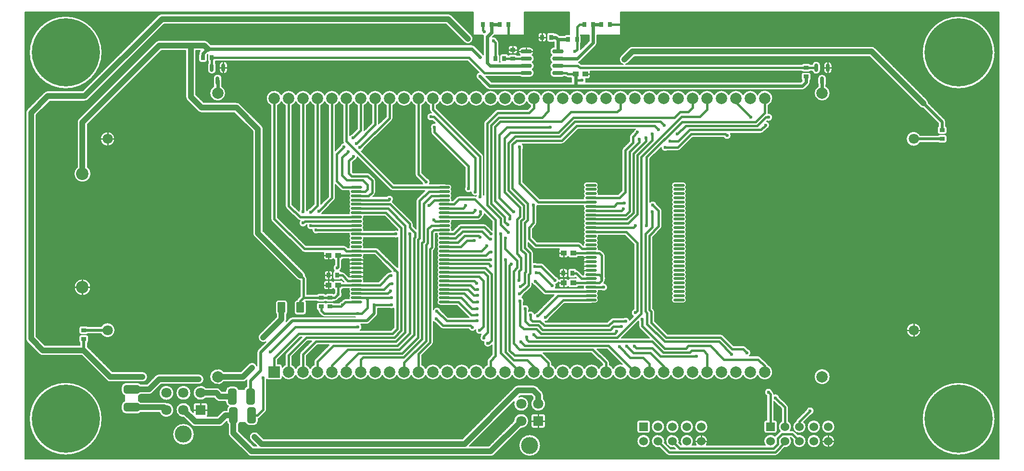
<source format=gbl>
G04 Layer_Physical_Order=2*
G04 Layer_Color=16711680*
%FSLAX24Y24*%
%MOIN*%
G70*
G01*
G75*
%ADD10C,0.0079*%
%ADD11C,0.0100*%
%ADD12C,0.0394*%
%ADD13C,0.0157*%
%ADD14C,0.0197*%
%ADD15C,0.0236*%
%ADD16C,0.0866*%
%ADD17C,0.0600*%
%ADD18R,0.0600X0.0600*%
%ADD19C,0.0709*%
%ADD20C,0.1181*%
%ADD21R,0.0709X0.0709*%
%ADD22C,0.0787*%
%ADD23R,0.0787X0.0787*%
%ADD24C,0.4724*%
%ADD25C,0.0394*%
%ADD26C,0.0236*%
%ADD27R,0.0354X0.0276*%
G04:AMPARAMS|DCode=28|XSize=110.2mil|YSize=59.1mil|CornerRadius=14.8mil|HoleSize=0mil|Usage=FLASHONLY|Rotation=270.000|XOffset=0mil|YOffset=0mil|HoleType=Round|Shape=RoundedRectangle|*
%AMROUNDEDRECTD28*
21,1,0.1102,0.0295,0,0,270.0*
21,1,0.0807,0.0591,0,0,270.0*
1,1,0.0295,-0.0148,-0.0404*
1,1,0.0295,-0.0148,0.0404*
1,1,0.0295,0.0148,0.0404*
1,1,0.0295,0.0148,-0.0404*
%
%ADD28ROUNDEDRECTD28*%
G04:AMPARAMS|DCode=29|XSize=51.2mil|YSize=72mil|CornerRadius=2.6mil|HoleSize=0mil|Usage=FLASHONLY|Rotation=0.000|XOffset=0mil|YOffset=0mil|HoleType=Round|Shape=RoundedRectangle|*
%AMROUNDEDRECTD29*
21,1,0.0512,0.0669,0,0,0.0*
21,1,0.0461,0.0720,0,0,0.0*
1,1,0.0051,0.0230,-0.0335*
1,1,0.0051,-0.0230,-0.0335*
1,1,0.0051,-0.0230,0.0335*
1,1,0.0051,0.0230,0.0335*
%
%ADD29ROUNDEDRECTD29*%
G04:AMPARAMS|DCode=30|XSize=110.2mil|YSize=59.1mil|CornerRadius=14.8mil|HoleSize=0mil|Usage=FLASHONLY|Rotation=0.000|XOffset=0mil|YOffset=0mil|HoleType=Round|Shape=RoundedRectangle|*
%AMROUNDEDRECTD30*
21,1,0.1102,0.0295,0,0,0.0*
21,1,0.0807,0.0591,0,0,0.0*
1,1,0.0295,0.0404,-0.0148*
1,1,0.0295,-0.0404,-0.0148*
1,1,0.0295,-0.0404,0.0148*
1,1,0.0295,0.0404,0.0148*
%
%ADD30ROUNDEDRECTD30*%
%ADD31R,0.0394X0.0354*%
%ADD32R,0.0276X0.0354*%
%ADD33O,0.0800X0.0295*%
%ADD34O,0.0281X0.0591*%
%ADD35O,0.0787X0.0197*%
D10*
X65851Y45851D02*
G03*
X65600Y45955I-251J-250D01*
G01*
X65851Y45851D02*
G03*
X65600Y45955I-251J-251D01*
G01*
X74154Y45529D02*
G03*
X74154Y45529I-2520J0D01*
G01*
X62851Y44628D02*
G03*
X62292Y44628I-280J0D01*
G01*
X62069D02*
G03*
X61484Y44705I-298J0D01*
G01*
X61363D02*
G03*
X61240Y44764I-123J-98D01*
G01*
X62292Y44318D02*
G03*
X62851Y44318I280J0D01*
G01*
X61487Y44232D02*
G03*
X62069Y44318I285J86D01*
G01*
X61240Y44173D02*
G03*
X61363Y44232I0J157D01*
G01*
X60886Y44764D02*
G03*
X60763Y44705I0J-157D01*
G01*
Y44232D02*
G03*
X60886Y44173I123J98D01*
G01*
X62469Y43718D02*
G03*
X61874Y43718I-298J0D01*
G01*
X62447Y43295D02*
G03*
X62469Y43408I-276J113D01*
G01*
X61874D02*
G03*
X61896Y43295I298J0D01*
G01*
X62726Y42707D02*
G03*
X62447Y43186I-551J0D01*
G01*
X61398Y43996D02*
G03*
X61240Y44154I-157J0D01*
G01*
X61339Y43598D02*
G03*
X61398Y43721I-98J123D01*
G01*
X60886Y44154D02*
G03*
X60728Y43996I0J-157D01*
G01*
Y43721D02*
G03*
X60787Y43598I157J0D01*
G01*
X61258Y43270D02*
G03*
X61339Y43465I-195J195D01*
G01*
X61258Y43270D02*
G03*
X61339Y43465I-195J195D01*
G01*
X60807Y42933D02*
G03*
X61002Y43014I0J276D01*
G01*
X60807Y42933D02*
G03*
X61002Y43014I0J276D01*
G01*
X70748Y40709D02*
G03*
X70673Y40890I-256J0D01*
G01*
X70748Y40709D02*
G03*
X70673Y40890I-256J0D01*
G01*
X70827Y40285D02*
G03*
X70748Y40422I-157J0D01*
G01*
X70669Y39852D02*
G03*
X70827Y40010I0J157D01*
G01*
Y39675D02*
G03*
X70669Y39833I-157J0D01*
G01*
Y39242D02*
G03*
X70827Y39400I0J157D01*
G01*
X70236Y40422D02*
G03*
X70157Y40285I79J-136D01*
G01*
X70315Y39833D02*
G03*
X70202Y39785I0J-157D01*
G01*
X70157Y40010D02*
G03*
X70315Y39852I157J0D01*
G01*
X70220Y39274D02*
G03*
X70315Y39242I94J126D01*
G01*
X69537Y42025D02*
G03*
X69434Y42268I-354J-8D01*
G01*
X58751Y42350D02*
G03*
X57700Y42582I-551J0D01*
G01*
D02*
G03*
X56700Y42582I-500J-232D01*
G01*
X61896Y43182D02*
G03*
X62726Y42707I279J-475D01*
G01*
X58436Y41852D02*
G03*
X58751Y42350I-236J498D01*
G01*
X68933Y41767D02*
G03*
X69175Y41663I251J251D01*
G01*
X68959Y39785D02*
G03*
X68959Y39274I-443J-256D01*
G01*
X58430Y41297D02*
G03*
X58436Y41350I-230J53D01*
G01*
X58430Y41297D02*
G03*
X58436Y41350I-230J53D01*
G01*
X58740Y41024D02*
G03*
X58430Y41297I-276J0D01*
G01*
X58348Y40774D02*
G03*
X58740Y41024I116J250D01*
G01*
X58325Y40215D02*
G03*
X58533Y40482I-67J267D01*
G01*
D02*
G03*
X58324Y40750I-276J0D01*
G01*
X57933Y39921D02*
G03*
X58100Y39990I0J236D01*
G01*
X57933Y39921D02*
G03*
X58100Y39990I0J236D01*
G01*
X56700Y42582D02*
G03*
X55700Y42582I-500J-232D01*
G01*
D02*
G03*
X54700Y42582I-500J-232D01*
G01*
D02*
G03*
X53700Y42582I-500J-232D01*
G01*
X55866Y39764D02*
G03*
X55817Y39921I-276J0D01*
G01*
X55342Y39646D02*
G03*
X55866Y39764I249J118D01*
G01*
X53700Y42582D02*
G03*
X52700Y42582I-500J-232D01*
G01*
D02*
G03*
X51700Y42582I-500J-232D01*
G01*
X51024Y38942D02*
G03*
X51441Y38701I276J-5D01*
G01*
X52161D02*
G03*
X52328Y38770I0J236D01*
G01*
X52161Y38701D02*
G03*
X52328Y38770I0J236D01*
G01*
X51700Y42582D02*
G03*
X50700Y42582I-500J-232D01*
G01*
X49700D02*
G03*
X48700Y42582I-500J-232D01*
G01*
X50700D02*
G03*
X49700Y42582I-500J-232D01*
G01*
X52764Y36322D02*
G03*
X52548Y36539I-217J0D01*
G01*
X52706Y36175D02*
G03*
X52764Y36322I-158J148D01*
G01*
Y36027D02*
G03*
X52706Y36175I-217J0D01*
G01*
Y35880D02*
G03*
X52764Y36027I-158J148D01*
G01*
Y35732D02*
G03*
X52706Y35880I-217J0D01*
G01*
Y35289D02*
G03*
X52764Y35437I-158J148D01*
G01*
Y35141D02*
G03*
X52706Y35289I-217J0D01*
G01*
Y35584D02*
G03*
X52764Y35732I-158J148D01*
G01*
Y35437D02*
G03*
X52706Y35584I-217J0D01*
G01*
X52706Y34994D02*
G03*
X52764Y35141I-158J148D01*
G01*
Y34846D02*
G03*
X52706Y34994I-217J0D01*
G01*
X52706Y34698D02*
G03*
X52764Y34846I-158J148D01*
G01*
Y34256D02*
G03*
X52706Y34403I-217J0D01*
G01*
Y34108D02*
G03*
X52764Y34256I-158J148D01*
G01*
Y34551D02*
G03*
X52706Y34698I-217J0D01*
G01*
Y34403D02*
G03*
X52764Y34551I-158J148D01*
G01*
X52706Y33813D02*
G03*
X52764Y33960I-158J148D01*
G01*
Y33665D02*
G03*
X52706Y33813I-217J0D01*
G01*
X52764Y33960D02*
G03*
X52706Y34108I-217J0D01*
G01*
X52706Y33517D02*
G03*
X52764Y33665I-158J148D01*
G01*
Y33370D02*
G03*
X52706Y33517I-217J0D01*
G01*
X52706Y33222D02*
G03*
X52764Y33370I-158J148D01*
G01*
Y33074D02*
G03*
X52706Y33222I-217J0D01*
G01*
Y32927D02*
G03*
X52764Y33074I-158J148D01*
G01*
X52706Y32631D02*
G03*
X52764Y32779I-158J148D01*
G01*
Y32484D02*
G03*
X52706Y32631I-217J0D01*
G01*
X52764Y32779D02*
G03*
X52706Y32927I-217J0D01*
G01*
X51957Y36539D02*
G03*
X51799Y36175I0J-217D01*
G01*
D02*
G03*
X51799Y35880I158J-148D01*
G01*
D02*
G03*
X51799Y35584I158J-148D01*
G01*
D02*
G03*
X51799Y35289I158J-148D01*
G01*
D02*
G03*
X51799Y34994I158J-148D01*
G01*
X50710Y35008D02*
G03*
X50246Y35134I-267J-67D01*
G01*
X51799Y34994D02*
G03*
X51799Y34698I158J-148D01*
G01*
D02*
G03*
X51799Y34403I158J-148D01*
G01*
D02*
G03*
X51799Y34108I158J-148D01*
G01*
D02*
G03*
X51799Y33813I158J-148D01*
G01*
D02*
G03*
X51799Y33517I158J-148D01*
G01*
X51799Y33222D02*
G03*
X51799Y32927I158J-148D01*
G01*
D02*
G03*
X51799Y32631I158J-148D01*
G01*
X51799Y33517D02*
G03*
X51799Y33222I158J-148D01*
G01*
X51073Y34547D02*
G03*
X51004Y34714I-236J0D01*
G01*
Y33292D02*
G03*
X51073Y33459I-167J167D01*
G01*
X51004Y33292D02*
G03*
X51073Y33459I-167J167D01*
G01*
Y34547D02*
G03*
X51004Y34714I-236J0D01*
G01*
X45482Y46614D02*
G03*
X45423Y46737I-157J0D01*
G01*
X46494Y46016D02*
G03*
X46575Y46211I-195J195D01*
G01*
X46494Y46016D02*
G03*
X46575Y46211I-195J195D01*
G01*
X45423Y46137D02*
G03*
X45482Y46260I-98J123D01*
G01*
X49026Y45955D02*
G03*
X48775Y45851I0J-354D01*
G01*
X49026Y45955D02*
G03*
X48775Y45851I0J-354D01*
G01*
X48557Y44705D02*
G03*
X48725Y44799I-83J344D01*
G01*
X48557Y44705D02*
G03*
X48726Y44799I-83J344D01*
G01*
X48225Y45300D02*
G03*
X48391Y44705I250J-251D01*
G01*
X48224Y45300D02*
G03*
X48391Y44705I251J-251D01*
G01*
X43906Y46780D02*
G03*
X43711Y46860I-195J-195D01*
G01*
X43906Y46780D02*
G03*
X43711Y46860I-195J-195D01*
G01*
X43646D02*
G03*
X43523Y46919I-123J-98D01*
G01*
X44439Y46772D02*
G03*
X44316Y46713I0J-157D01*
G01*
X43248Y46919D02*
G03*
X43090Y46762I0J-157D01*
G01*
X43053D02*
G03*
X42913Y46901I-139J0D01*
G01*
X42638D02*
G03*
X42498Y46762I0J-139D01*
G01*
X43090Y46407D02*
G03*
X43248Y46250I157J0D01*
G01*
X43523D02*
G03*
X43588Y46264I0J157D01*
G01*
Y45909D02*
G03*
X43436Y45354I23J-304D01*
G01*
X45269Y44840D02*
G03*
X45388Y44909I-77J265D01*
G01*
X45269Y44840D02*
G03*
X45388Y44909I-77J265D01*
G01*
X45415Y44771D02*
G03*
X45269Y44840I-167J-167D01*
G01*
X45415Y44771D02*
G03*
X45269Y44840I-167J-167D01*
G01*
X43436Y45354D02*
G03*
X43436Y44854I175J-250D01*
G01*
X42913Y46268D02*
G03*
X43053Y46407I0J139D01*
G01*
X42498D02*
G03*
X42638Y46268I139J0D01*
G01*
X42091Y44854D02*
G03*
X42221Y45104I-175J250D01*
G01*
X45955Y43709D02*
G03*
X46094Y43848I0J139D01*
G01*
X44370Y43859D02*
G03*
X44537Y43789I167J167D01*
G01*
X44370Y43859D02*
G03*
X44537Y43789I167J167D01*
G01*
X43436Y44854D02*
G03*
X43436Y44354I175J-250D01*
G01*
D02*
G03*
X43611Y43799I175J-250D01*
G01*
X44116D02*
G03*
X44309Y43868I0J305D01*
G01*
X42221Y44604D02*
G03*
X42091Y44854I-305J0D01*
G01*
Y44354D02*
G03*
X42221Y44604I-175J250D01*
G01*
X45817Y43612D02*
G03*
X45799Y43709I-276J0D01*
G01*
X45785Y43484D02*
G03*
X45817Y43612I-244J128D01*
G01*
X44746Y43789D02*
G03*
X44813Y43712I146J59D01*
G01*
X39457Y46724D02*
G03*
X39481Y46752I-195J195D01*
G01*
X39457Y46724D02*
G03*
X39481Y46752I-195J195D01*
G01*
X38597D02*
G03*
X38700Y46695I182J207D01*
G01*
X39764Y46210D02*
G03*
X39695Y46377I-236J0D01*
G01*
X39764Y46210D02*
G03*
X39695Y46377I-236J0D01*
G01*
X41055Y45856D02*
G03*
X40915Y45996I-139J0D01*
G01*
X40561D02*
G03*
X40422Y45856I0J-139D01*
G01*
X38700Y46695D02*
G03*
X38691Y46624I266J-71D01*
G01*
X39667Y46405D02*
G03*
X39340Y46608I-267J-67D01*
G01*
X38700Y46695D02*
G03*
X38691Y46624I266J-71D01*
G01*
X38089Y45982D02*
G03*
X37894Y46063I-195J-195D01*
G01*
X36501Y48105D02*
G03*
X36250Y48209I-251J-251D01*
G01*
X36501Y48105D02*
G03*
X36250Y48209I-251J-250D01*
G01*
X37972Y46486D02*
G03*
X37868Y46737I-354J0D01*
G01*
X37972Y46486D02*
G03*
X37869Y46737I-354J0D01*
G01*
X37368Y46236D02*
G03*
X37972Y46486I251J251D01*
G01*
X37367Y46236D02*
G03*
X37972Y46486I251J250D01*
G01*
X38089Y45982D02*
G03*
X37894Y46063I-195J-195D01*
G01*
X42203Y45604D02*
G03*
X41916Y45891I-287J0D01*
G01*
X40915Y45441D02*
G03*
X41055Y45581I0J139D01*
G01*
X42074Y45365D02*
G03*
X42203Y45604I-158J239D01*
G01*
X42221Y45104D02*
G03*
X42074Y45365I-305J0D01*
G01*
X41411Y45891D02*
G03*
X41253Y45365I0J-287D01*
G01*
D02*
G03*
X41223Y45344I158J-261D01*
G01*
X42221Y44104D02*
G03*
X42091Y44354I-305J0D01*
G01*
X41916Y43799D02*
G03*
X42221Y44104I0J305D01*
G01*
X41038Y45344D02*
G03*
X40915Y45404I-123J-98D01*
G01*
X40422Y45581D02*
G03*
X40561Y45441I139J0D01*
G01*
Y45404D02*
G03*
X40438Y45344I0J-157D01*
G01*
X40422D02*
G03*
X40276Y45443I-146J-59D01*
G01*
X40000D02*
G03*
X39843Y45285I0J-157D01*
G01*
X41218Y43868D02*
G03*
X41411Y43799I193J236D01*
G01*
X38691Y45374D02*
G03*
X38659Y45411I-226J-157D01*
G01*
X39823Y45285D02*
G03*
X39764Y45408I-157J0D01*
G01*
X38691Y45374D02*
G03*
X38659Y45411I-226J-157D01*
G01*
X39843Y44931D02*
G03*
X39851Y44880I157J0D01*
G01*
X39815D02*
G03*
X39823Y44931I-149J51D01*
G01*
X38949Y43014D02*
G03*
X39144Y42933I195J195D01*
G01*
X38949Y43014D02*
G03*
X39144Y42933I195J195D01*
G01*
X38388Y44152D02*
G03*
X38270Y43693I77J-265D01*
G01*
X38388Y44152D02*
G03*
X38270Y43693I77J-265D01*
G01*
X48700Y42582D02*
G03*
X47700Y42582I-500J-232D01*
G01*
X46700D02*
G03*
X45700Y42582I-500J-232D01*
G01*
X47700D02*
G03*
X46700Y42582I-500J-232D01*
G01*
X49223Y40217D02*
G03*
X49113Y40057I157J-226D01*
G01*
X48898Y39842D02*
G03*
X48829Y39675I167J-167D01*
G01*
X48898Y39842D02*
G03*
X48829Y39675I167J-167D01*
G01*
X48376Y38911D02*
G03*
X48307Y38744I167J-167D01*
G01*
X48376Y38911D02*
G03*
X48307Y38744I167J-167D01*
G01*
X46662Y36322D02*
G03*
X46445Y36539I-217J0D01*
G01*
X46604Y36175D02*
G03*
X46662Y36322I-158J148D01*
G01*
X45700Y42582D02*
G03*
X44700Y42582I-500J-232D01*
G01*
D02*
G03*
X43700Y42582I-500J-232D01*
G01*
D02*
G03*
X42700Y42582I-500J-232D01*
G01*
D02*
G03*
X41700Y42582I-500J-232D01*
G01*
X45855Y36539D02*
G03*
X45696Y36175I0J-217D01*
G01*
X44126Y39183D02*
G03*
X44293Y39252I0J236D01*
G01*
X44126Y39183D02*
G03*
X44293Y39252I0J236D01*
G01*
X41700Y42118D02*
G03*
X41964Y41852I500J232D01*
G01*
X41447Y38834D02*
G03*
X41486Y38976I-236J142D01*
G01*
X46662Y36027D02*
G03*
X46604Y36175I-217J0D01*
G01*
Y35880D02*
G03*
X46662Y36027I-158J148D01*
G01*
X45696Y36175D02*
G03*
X45696Y35880I158J-148D01*
G01*
X46662Y35732D02*
G03*
X46604Y35880I-217J0D01*
G01*
X45696D02*
G03*
X45696Y35584I158J-148D01*
G01*
X46654Y35673D02*
G03*
X46662Y35732I-208J59D01*
G01*
X45696Y35584D02*
G03*
X45646Y35378I158J-148D01*
G01*
X45646Y34905D02*
G03*
X45696Y34698I208J-59D01*
G01*
D02*
G03*
X45696Y34403I158J-148D01*
G01*
D02*
G03*
X45696Y34108I158J-148D01*
G01*
D02*
G03*
X45696Y33813I158J-148D01*
G01*
D02*
G03*
X45696Y33517I158J-148D01*
G01*
D02*
G03*
X45696Y33222I158J-148D01*
G01*
D02*
G03*
X45696Y32927I158J-148D01*
G01*
X46662Y32779D02*
G03*
X46654Y32838I-217J0D01*
G01*
X45696Y32927D02*
G03*
X45696Y32631I158J-148D01*
G01*
X46604D02*
G03*
X46662Y32779I-158J148D01*
G01*
Y32484D02*
G03*
X46604Y32631I-217J0D01*
G01*
X42430Y34918D02*
G03*
X42506Y34905I76J224D01*
G01*
X42430Y34918D02*
G03*
X42506Y34905I76J224D01*
G01*
X42392Y34799D02*
G03*
X42430Y34918I-236J142D01*
G01*
X42323Y33524D02*
G03*
X42392Y33691I-167J167D01*
G01*
X42323Y33524D02*
G03*
X42392Y33691I-167J167D01*
G01*
X41700Y42582D02*
G03*
X40700Y42582I-500J-232D01*
G01*
Y42118D02*
G03*
X41700Y42118I500J232D01*
G01*
X40700Y42582D02*
G03*
X39700Y42582I-500J-232D01*
G01*
Y42118D02*
G03*
X40700Y42118I500J232D01*
G01*
X39700Y42582D02*
G03*
X38700Y42582I-500J-232D01*
G01*
Y42118D02*
G03*
X39700Y42118I500J232D01*
G01*
X39715Y41585D02*
G03*
X39548Y41515I0J-236D01*
G01*
X39715Y41585D02*
G03*
X39548Y41515I0J-236D01*
G01*
X38700Y42582D02*
G03*
X37700Y42582I-500J-232D01*
G01*
D02*
G03*
X36700Y42582I-500J-232D01*
G01*
X37700Y42118D02*
G03*
X38700Y42118I500J232D01*
G01*
X36700D02*
G03*
X37700Y42118I500J232D01*
G01*
X36700Y42582D02*
G03*
X35700Y42582I-500J-232D01*
G01*
Y42118D02*
G03*
X36700Y42118I500J232D01*
G01*
X35436Y41852D02*
G03*
X35700Y42118I-236J498D01*
G01*
X38790Y40758D02*
G03*
X38720Y40591I167J-167D01*
G01*
X38790Y40758D02*
G03*
X38720Y40591I167J-167D01*
G01*
X41486Y38976D02*
G03*
X41393Y39183I-276J0D01*
G01*
X38711Y38307D02*
G03*
X38641Y38474I-236J0D01*
G01*
X38711Y38307D02*
G03*
X38641Y38474I-236J0D01*
G01*
X38212Y35597D02*
G03*
X38201Y35544I262J-85D01*
G01*
X37845Y35852D02*
G03*
X38212Y35597I276J4D01*
G01*
X38919Y33563D02*
G03*
X38752Y33632I-167J-167D01*
G01*
X38681Y34124D02*
G03*
X38750Y34291I-167J167D01*
G01*
X38681Y34124D02*
G03*
X38750Y34291I-167J167D01*
G01*
X38919Y33563D02*
G03*
X38752Y33632I-167J-167D01*
G01*
X38201Y35544D02*
G03*
X38113Y35561I-88J-219D01*
G01*
X38201Y35544D02*
G03*
X38113Y35561I-88J-219D01*
G01*
X38328Y33869D02*
G03*
X38495Y33938I0J236D01*
G01*
X38328Y33869D02*
G03*
X38495Y33938I0J236D01*
G01*
X37431Y36205D02*
G03*
X37845Y35852I236J-142D01*
G01*
X36097Y36389D02*
G03*
X36002Y36409I-94J-217D01*
G01*
X36514Y36172D02*
G03*
X36298Y36389I-217J0D01*
G01*
X36514Y35877D02*
G03*
X36456Y36025I-217J0D01*
G01*
Y35730D02*
G03*
X36514Y35877I-158J148D01*
G01*
X36456Y36025D02*
G03*
X36514Y36172I-158J148D01*
G01*
X37008Y35561D02*
G03*
X36841Y35492I0J-236D01*
G01*
X37008Y35561D02*
G03*
X36841Y35492I0J-236D01*
G01*
X37136Y33632D02*
G03*
X36969Y33563I0J-236D01*
G01*
X37136Y33632D02*
G03*
X36969Y33563I0J-236D01*
G01*
X36514Y35582D02*
G03*
X36456Y35730I-217J0D01*
G01*
X36506Y35228D02*
G03*
X36514Y35287I-208J59D01*
G01*
X36456Y35434D02*
G03*
X36514Y35582I-158J148D01*
G01*
Y35287D02*
G03*
X36456Y35434I-217J0D01*
G01*
X36514Y33810D02*
G03*
X36506Y33869I-217J0D01*
G01*
X36456Y33663D02*
G03*
X36514Y33810I-158J148D01*
G01*
Y33515D02*
G03*
X36456Y33663I-217J0D01*
G01*
X36456Y33367D02*
G03*
X36514Y33515I-158J148D01*
G01*
X36506Y33161D02*
G03*
X36514Y33220I-208J59D01*
G01*
D02*
G03*
X36456Y33367I-217J0D01*
G01*
X35499Y32983D02*
G03*
X35549Y32777I208J-59D01*
G01*
D02*
G03*
X35549Y32482I158J-148D01*
G01*
X69010Y26250D02*
G03*
X69010Y26250I-494J0D01*
G01*
X62726Y23022D02*
G03*
X62726Y23022I-551J0D01*
G01*
X57913Y24389D02*
G03*
X57746Y24459I-167J-167D01*
G01*
X57913Y24389D02*
G03*
X57746Y24459I-167J-167D01*
G01*
X57234Y24685D02*
G03*
X57025Y24952I-276J0D01*
G01*
X58420Y23856D02*
G03*
X58367Y23936I-220J-87D01*
G01*
X58751Y23350D02*
G03*
X58420Y23856I-551J0D01*
G01*
D02*
G03*
X58367Y23936I-220J-87D01*
G01*
X57116Y24459D02*
G03*
X57234Y24685I-157J226D01*
G01*
X56860Y25118D02*
G03*
X56693Y25187I-167J-167D01*
G01*
X56860Y25118D02*
G03*
X56693Y25187I-167J-167D01*
G01*
X57700Y23118D02*
G03*
X58751Y23350I500J232D01*
G01*
X56700Y23118D02*
G03*
X57700Y23118I500J232D01*
G01*
X74154Y20100D02*
G03*
X74154Y20100I-2520J0D01*
G01*
X58722Y22015D02*
G03*
X58346Y21695I-267J-67D01*
G01*
X52764Y31303D02*
G03*
X52706Y31450I-217J0D01*
G01*
X52706Y32041D02*
G03*
X52764Y32189I-158J148D01*
G01*
Y31893D02*
G03*
X52706Y32041I-217J0D01*
G01*
X52706Y32336D02*
G03*
X52764Y32484I-158J148D01*
G01*
Y32189D02*
G03*
X52706Y32336I-217J0D01*
G01*
X52764Y31598D02*
G03*
X52706Y31746I-217J0D01*
G01*
Y31450D02*
G03*
X52764Y31598I-158J148D01*
G01*
X52706Y31746D02*
G03*
X52764Y31893I-158J148D01*
G01*
X52706Y29974D02*
G03*
X52764Y30122I-158J148D01*
G01*
X52706Y30860D02*
G03*
X52764Y31007I-158J148D01*
G01*
Y30712D02*
G03*
X52706Y30860I-217J0D01*
G01*
Y31155D02*
G03*
X52764Y31303I-158J148D01*
G01*
Y31007D02*
G03*
X52706Y31155I-217J0D01*
G01*
X52764Y30417D02*
G03*
X52706Y30565I-217J0D01*
G01*
X52706Y30269D02*
G03*
X52764Y30417I-158J148D01*
G01*
Y30122D02*
G03*
X52706Y30269I-217J0D01*
G01*
X51799Y32631D02*
G03*
X51799Y32336I158J-148D01*
G01*
D02*
G03*
X51799Y32041I158J-148D01*
G01*
X51799Y31450D02*
G03*
X51799Y31155I158J-148D01*
G01*
X51799Y32041D02*
G03*
X51799Y31746I158J-148D01*
G01*
D02*
G03*
X51799Y31450I158J-148D01*
G01*
X52706Y30565D02*
G03*
X52764Y30712I-158J148D01*
G01*
X51799Y31155D02*
G03*
X51799Y30860I158J-148D01*
G01*
D02*
G03*
X51799Y30565I158J-148D01*
G01*
D02*
G03*
X51799Y30269I158J-148D01*
G01*
D02*
G03*
X51799Y29974I158J-148D01*
G01*
X52764Y29826D02*
G03*
X52706Y29974I-217J0D01*
G01*
Y29679D02*
G03*
X52764Y29826I-158J148D01*
G01*
Y29531D02*
G03*
X52706Y29679I-217J0D01*
G01*
Y29383D02*
G03*
X52764Y29531I-158J148D01*
G01*
Y29236D02*
G03*
X52706Y29383I-217J0D01*
G01*
X51799Y29974D02*
G03*
X51799Y29679I158J-148D01*
G01*
D02*
G03*
X51799Y29383I158J-148D01*
G01*
X52706Y29088D02*
G03*
X52764Y29236I-158J148D01*
G01*
Y28941D02*
G03*
X52706Y29088I-217J0D01*
G01*
X52706Y28793D02*
G03*
X52764Y28941I-158J148D01*
G01*
Y28645D02*
G03*
X52706Y28793I-217J0D01*
G01*
Y28498D02*
G03*
X52764Y28645I-158J148D01*
G01*
Y28350D02*
G03*
X52706Y28498I-217J0D01*
G01*
X52548Y28133D02*
G03*
X52764Y28350I0J217D01*
G01*
X51799Y29383D02*
G03*
X51799Y29088I158J-148D01*
G01*
D02*
G03*
X51799Y28793I158J-148D01*
G01*
D02*
G03*
X51799Y28498I158J-148D01*
G01*
D02*
G03*
X51957Y28133I158J-148D01*
G01*
X55301Y25905D02*
G03*
X55134Y25974I-167J-167D01*
G01*
X55301Y25905D02*
G03*
X55134Y25974I-167J-167D01*
G01*
X55700Y23118D02*
G03*
X56700Y23118I500J232D01*
G01*
X54700D02*
G03*
X55700Y23118I500J232D01*
G01*
X53700D02*
G03*
X54700Y23118I500J232D01*
G01*
X52700D02*
G03*
X53700Y23118I500J232D01*
G01*
X51700D02*
G03*
X52700Y23118I500J232D01*
G01*
X50700D02*
G03*
X51700Y23118I500J232D01*
G01*
X63057Y19550D02*
G03*
X63057Y19550I-457J0D01*
G01*
X61624Y20650D02*
G03*
X61081Y20716I-276J0D01*
G01*
X61415Y20382D02*
G03*
X61624Y20650I-67J267D01*
G01*
X60433Y20068D02*
G03*
X60368Y19944I167J-167D01*
G01*
X60433Y20068D02*
G03*
X60368Y19944I167J-167D01*
G01*
X62057Y19550D02*
G03*
X62057Y19550I-457J0D01*
G01*
X61057D02*
G03*
X60915Y19882I-457J0D01*
G01*
X60368Y19944D02*
G03*
X61057Y19550I232J-394D01*
G01*
X59836Y20892D02*
G03*
X59767Y21059I-236J0D01*
G01*
X59836Y20892D02*
G03*
X59767Y21059I-236J0D01*
G01*
X60057Y19550D02*
G03*
X59836Y19942I-457J0D01*
G01*
X59972Y19283D02*
G03*
X60057Y19550I-372J267D01*
G01*
X59261Y19242D02*
G03*
X59227Y19214I133J-195D01*
G01*
X59261Y19242D02*
G03*
X59227Y19214I133J-195D01*
G01*
X60270D02*
G03*
X60103Y19283I-167J-167D01*
G01*
X60270Y19214D02*
G03*
X60103Y19283I-167J-167D01*
G01*
X63039Y18550D02*
G03*
X63039Y18550I-439J0D01*
G01*
X62057D02*
G03*
X62057Y18550I-457J0D01*
G01*
X61057D02*
G03*
X60490Y18994I-457J0D01*
G01*
X60057Y18550D02*
G03*
X59976Y18811I-457J0D01*
G01*
X60156Y18660D02*
G03*
X61057Y18550I444J-110D01*
G01*
X59570Y18094D02*
G03*
X60057Y18550I30J456D01*
G01*
X59204Y21622D02*
G03*
X58819Y21804I-267J-67D01*
G01*
Y21306D02*
G03*
X58870Y21288I118J249D01*
G01*
X58819Y21821D02*
G03*
X58750Y21988I-236J0D01*
G01*
X58819Y21821D02*
G03*
X58750Y21988I-236J0D01*
G01*
X59057Y19850D02*
G03*
X58900Y20007I-157J0D01*
G01*
X59364Y19942D02*
G03*
X59261Y19242I236J-392D01*
G01*
X58900Y19093D02*
G03*
X59057Y19250I0J157D01*
G01*
X58936Y18923D02*
G03*
X58908Y18889I167J-167D01*
G01*
X58936Y18923D02*
G03*
X58908Y18889I167J-167D01*
G01*
X58300Y20007D02*
G03*
X58143Y19850I0J-157D01*
G01*
Y19250D02*
G03*
X58300Y19093I157J0D01*
G01*
X54257Y19550D02*
G03*
X54257Y19550I-457J0D01*
G01*
X53257D02*
G03*
X53257Y19550I-457J0D01*
G01*
X52257D02*
G03*
X52257Y19550I-457J0D01*
G01*
X51257D02*
G03*
X51257Y19550I-457J0D01*
G01*
X58920Y17541D02*
G03*
X59087Y17611I0J236D01*
G01*
X58920Y17541D02*
G03*
X59087Y17611I0J236D01*
G01*
X58908Y18889D02*
G03*
X58224Y18289I-308J-339D01*
G01*
X54239Y18550D02*
G03*
X53446Y18289I-439J0D01*
G01*
X54154D02*
G03*
X54239Y18550I-354J261D01*
G01*
X53257D02*
G03*
X52424Y18289I-457J0D01*
G01*
X53176D02*
G03*
X53257Y18550I-376J261D01*
G01*
X52244Y18440D02*
G03*
X52257Y18550I-444J110D01*
G01*
X51244Y18440D02*
G03*
X51257Y18550I-444J110D01*
G01*
X52257D02*
G03*
X51910Y18106I-457J0D01*
G01*
X51257Y18550D02*
G03*
X50910Y18106I-457J0D01*
G01*
X51405Y17611D02*
G03*
X51572Y17541I167J167D01*
G01*
X51405Y17611D02*
G03*
X51572Y17541I167J167D01*
G01*
X47126Y31447D02*
G03*
X47057Y31614I-236J0D01*
G01*
X47126Y31447D02*
G03*
X47057Y31614I-236J0D01*
G01*
X46662Y32189D02*
G03*
X46604Y32336I-217J0D01*
G01*
D02*
G03*
X46662Y32484I-158J148D01*
G01*
X45696Y32631D02*
G03*
X45696Y32336I158J-148D01*
G01*
D02*
G03*
X45646Y32130I158J-148D01*
G01*
X46604Y32041D02*
G03*
X46662Y32189I-158J148D01*
G01*
Y31893D02*
G03*
X46604Y32041I-217J0D01*
G01*
X46906Y31765D02*
G03*
X46739Y31834I-167J-167D01*
G01*
X46906Y31765D02*
G03*
X46739Y31834I-167J-167D01*
G01*
X46654D02*
G03*
X46662Y31893I-208J59D01*
G01*
X45624Y31362D02*
G03*
X45668Y31155I230J-59D01*
G01*
D02*
G03*
X45668Y30860I186J-148D01*
G01*
X47165Y29852D02*
G03*
X47126Y29994I-276J0D01*
G01*
Y29710D02*
G03*
X47165Y29852I-236J142D01*
G01*
X47057Y29528D02*
G03*
X47126Y29695I-167J167D01*
G01*
X47057Y29528D02*
G03*
X47126Y29695I-167J167D01*
G01*
X47307Y29236D02*
G03*
X47040Y29511I-276J0D01*
G01*
X45668Y30860D02*
G03*
X45668Y30565I186J-148D01*
G01*
D02*
G03*
X45683Y30253I186J-148D01*
G01*
D02*
G03*
X45646Y30063I172J-131D01*
G01*
X46889Y29000D02*
G03*
X47307Y29236I142J236D01*
G01*
X46662Y28941D02*
G03*
X46654Y29000I-217J0D01*
G01*
X46604Y28793D02*
G03*
X46662Y28941I-158J148D01*
G01*
Y28645D02*
G03*
X46604Y28793I-217J0D01*
G01*
X45472Y32293D02*
G03*
X45305Y32362I-167J-167D01*
G01*
X45472Y32293D02*
G03*
X45305Y32362I-167J-167D01*
G01*
X45118Y31270D02*
G03*
X45261Y31362I0J157D01*
G01*
X45285Y30374D02*
G03*
X45136Y30442I-167J-167D01*
G01*
X44577Y31372D02*
G03*
X44724Y31270I148J55D01*
G01*
X44449Y31288D02*
G03*
X44577Y31372I0J139D01*
G01*
X45136Y30442D02*
G03*
X44990Y30541I-146J-58D01*
G01*
X44714D02*
G03*
X44557Y30384I0J-157D01*
G01*
X44519D02*
G03*
X44380Y30523I-139J0D01*
G01*
X45285Y30374D02*
G03*
X45136Y30442I-167J-167D01*
G01*
X44990Y29872D02*
G03*
X45086Y29905I0J157D01*
G01*
X44724Y29862D02*
G03*
X44577Y29760I0J-157D01*
G01*
X45646Y29295D02*
G03*
X45646Y29177I208J-59D01*
G01*
X45118Y29193D02*
G03*
X45265Y29295I0J157D01*
G01*
X44577Y29295D02*
G03*
X44724Y29193I148J55D01*
G01*
X44557Y30030D02*
G03*
X44714Y29872I157J0D01*
G01*
X44380Y29890D02*
G03*
X44519Y30030I0J139D01*
G01*
X44577Y29760D02*
G03*
X44449Y29844I-128J-55D01*
G01*
Y29211D02*
G03*
X44577Y29295I0J139D01*
G01*
X50561Y27545D02*
G03*
X50492Y27712I-236J0D01*
G01*
X50561Y27545D02*
G03*
X50492Y27712I-236J0D01*
G01*
X49134Y27731D02*
G03*
X49109Y27219I89J-261D01*
G01*
X49444Y26885D02*
G03*
X49459Y26856I251J113D01*
G01*
X48832Y26941D02*
G03*
X48421Y27116I-269J-61D01*
G01*
X47691D02*
G03*
X47524Y27047I0J-236D01*
G01*
X47691Y27116D02*
G03*
X47524Y27047I0J-236D01*
G01*
X49459Y26551D02*
G03*
X49528Y26384I236J0D01*
G01*
X49459Y26551D02*
G03*
X49528Y26384I236J0D01*
G01*
X46604Y28498D02*
G03*
X46662Y28645I-158J148D01*
G01*
Y28350D02*
G03*
X46604Y28498I-217J0D01*
G01*
X46445Y28133D02*
G03*
X46662Y28350I0J217D01*
G01*
X46150Y28114D02*
G03*
X46244Y28133I0J236D01*
G01*
X43967Y31890D02*
G03*
X43916Y31782I88J-108D01*
G01*
Y31427D02*
G03*
X44055Y31288I139J0D01*
G01*
X44104Y30523D02*
G03*
X43965Y30384I0J-139D01*
G01*
Y30030D02*
G03*
X44104Y29890I139J0D01*
G01*
X44055Y29844D02*
G03*
X43932Y29769I0J-139D01*
G01*
X43916Y29350D02*
G03*
X44055Y29211I139J0D01*
G01*
X43932Y29769D02*
G03*
X43728Y29982I-270J-55D01*
G01*
X43707Y29443D02*
G03*
X43916Y29608I-45J272D01*
G01*
X43730Y29331D02*
G03*
X43707Y29443I-276J0D01*
G01*
X43683Y29177D02*
G03*
X43730Y29331I-229J154D01*
G01*
X42175Y31959D02*
G03*
X42343Y31890I167J167D01*
G01*
X42175Y31959D02*
G03*
X42343Y31890I167J167D01*
G01*
X42864Y30846D02*
G03*
X42697Y30915I-167J-167D01*
G01*
X42864Y30846D02*
G03*
X42697Y30915I-167J-167D01*
G01*
X35549Y32482D02*
G03*
X35549Y32186I158J-148D01*
G01*
D02*
G03*
X35549Y31891I158J-148D01*
G01*
D02*
G03*
X35549Y31596I158J-148D01*
G01*
X42156Y31620D02*
G03*
X42086Y31787I-236J0D01*
G01*
X42396Y30915D02*
G03*
X42156Y30937I-142J-236D01*
G01*
Y31620D02*
G03*
X42086Y31787I-236J0D01*
G01*
X35549Y31300D02*
G03*
X35549Y31005I158J-148D01*
G01*
Y31596D02*
G03*
X35549Y31300I158J-148D01*
G01*
Y31005D02*
G03*
X35549Y30710I158J-148D01*
G01*
X42067Y29512D02*
G03*
X42246Y29368I246J124D01*
G01*
X41998Y29210D02*
G03*
X42067Y29377I-167J167D01*
G01*
X41998Y29210D02*
G03*
X42067Y29377I-167J167D01*
G01*
X42845Y28770D02*
G03*
X43053Y28704I167J167D01*
G01*
X35549Y30119D02*
G03*
X35549Y29824I158J-148D01*
G01*
D02*
G03*
X35549Y29529I158J-148D01*
G01*
Y30710D02*
G03*
X35549Y30415I158J-148D01*
G01*
D02*
G03*
X35549Y30119I158J-148D01*
G01*
X41362Y28530D02*
G03*
X41477Y28690I-151J230D01*
G01*
X35549Y29529D02*
G03*
X35549Y29233I158J-148D01*
G01*
X35549Y28938D02*
G03*
X35549Y28643I158J-148D01*
G01*
Y29233D02*
G03*
X35549Y28938I158J-148D01*
G01*
X41506Y28287D02*
G03*
X41362Y28530I-276J0D01*
G01*
X41467Y28145D02*
G03*
X41506Y28287I-236J142D01*
G01*
X35549Y28643D02*
G03*
X35549Y28348I158J-148D01*
G01*
D02*
G03*
X35707Y27983I158J-148D01*
G01*
X41831Y27604D02*
G03*
X41870Y27746I-236J142D01*
G01*
D02*
G03*
X41467Y27990I-276J0D01*
G01*
X42414Y27511D02*
G03*
X42236Y27371I67J-267D01*
G01*
D02*
G03*
X41831Y27542I-267J-68D01*
G01*
X42961Y26863D02*
G03*
X43269Y27069I41J273D01*
G01*
X39206Y25155D02*
G03*
X39232Y25177I-141J189D01*
G01*
X38749Y25443D02*
G03*
X39206Y25155I257J-99D01*
G01*
D02*
G03*
X39232Y25177I-141J189D01*
G01*
X35908Y27983D02*
G03*
X36002Y27964I94J217D01*
G01*
X38535Y25974D02*
G03*
X38504Y25861I205J-117D01*
G01*
X38165Y26283D02*
G03*
X38535Y25974I270J-53D01*
G01*
D02*
G03*
X38504Y25861I205J-117D01*
G01*
D02*
G03*
X38749Y25443I236J-142D01*
G01*
X37689Y26339D02*
G03*
X38165Y26283I253J108D01*
G01*
X35729Y26408D02*
G03*
X35896Y26339I167J167D01*
G01*
X35729Y26408D02*
G03*
X35896Y26339I167J167D01*
G01*
X47436Y23991D02*
G03*
X47367Y24158I-236J0D01*
G01*
X47436Y23991D02*
G03*
X47367Y24158I-236J0D01*
G01*
X49700Y23118D02*
G03*
X50700Y23118I500J232D01*
G01*
X48330Y23886D02*
G03*
X47700Y23582I-130J-536D01*
G01*
Y23118D02*
G03*
X48700Y23118I500J232D01*
G01*
D02*
G03*
X49700Y23118I500J232D01*
G01*
X47700Y23582D02*
G03*
X47436Y23848I-500J-232D01*
G01*
X46964D02*
G03*
X46700Y23582I236J-498D01*
G01*
Y23118D02*
G03*
X47700Y23118I500J232D01*
G01*
X46700Y23582D02*
G03*
X45700Y23582I-500J-232D01*
G01*
Y23118D02*
G03*
X46700Y23118I500J232D01*
G01*
X50257Y19850D02*
G03*
X50100Y20007I-157J0D01*
G01*
X49500D02*
G03*
X49343Y19850I0J-157D01*
G01*
X45700Y23582D02*
G03*
X44700Y23582I-500J-232D01*
G01*
Y23118D02*
G03*
X45700Y23118I500J232D01*
G01*
X44700Y23582D02*
G03*
X43700Y23582I-500J-232D01*
G01*
Y23118D02*
G03*
X44700Y23118I500J232D01*
G01*
X43700Y23582D02*
G03*
X43436Y23848I-500J-232D01*
G01*
Y23965D02*
G03*
X43367Y24132I-236J0D01*
G01*
X43436Y23965D02*
G03*
X43367Y24132I-236J0D01*
G01*
X42700Y23118D02*
G03*
X43700Y23118I500J232D01*
G01*
X43012Y21131D02*
G03*
X42854Y21500I-512J0D01*
G01*
Y21752D02*
G03*
X42750Y22003I-354J0D01*
G01*
X42854Y21752D02*
G03*
X42751Y22003I-354J0D01*
G01*
X42994Y20304D02*
G03*
X42854Y20444I-139J0D01*
G01*
X42426Y22327D02*
G03*
X42175Y22431I-251J-250D01*
G01*
X42426Y22327D02*
G03*
X42175Y22431I-251J-251D01*
G01*
X42146Y21500D02*
G03*
X43012Y21131I354J-369D01*
G01*
X42146Y20444D02*
G03*
X42006Y20304I0J-139D01*
G01*
X50100Y19093D02*
G03*
X50257Y19250I0J157D01*
G01*
X49343D02*
G03*
X49500Y19093I157J0D01*
G01*
X50257Y18550D02*
G03*
X50257Y18550I-457J0D01*
G01*
X42854Y19456D02*
G03*
X42994Y19596I0J139D01*
G01*
X42006D02*
G03*
X42146Y19456I139J0D01*
G01*
X41700Y23118D02*
G03*
X42700Y23118I500J232D01*
G01*
X40700D02*
G03*
X41700Y23118I500J232D01*
G01*
X41112Y22431D02*
G03*
X40862Y22327I0J-354D01*
G01*
X41112Y22431D02*
G03*
X40861Y22327I0J-354D01*
G01*
X39700Y23118D02*
G03*
X40700Y23118I500J232D01*
G01*
X41831Y21131D02*
G03*
X41151Y21615I-512J0D01*
G01*
X40835Y21299D02*
G03*
X41831Y21131I484J-168D01*
G01*
X41308Y19438D02*
G03*
X41831Y19950I11J512D01*
G01*
D02*
G03*
X40807Y19939I-512J0D01*
G01*
X39033Y24278D02*
G03*
X38964Y24111I167J-167D01*
G01*
X39033Y24278D02*
G03*
X38964Y24111I167J-167D01*
G01*
X38700Y23118D02*
G03*
X39700Y23118I500J232D01*
G01*
X38964Y23848D02*
G03*
X38700Y23582I236J-498D01*
G01*
X36700D02*
G03*
X35700Y23582I-500J-232D01*
G01*
X38700D02*
G03*
X37700Y23582I-500J-232D01*
G01*
Y23118D02*
G03*
X38700Y23118I500J232D01*
G01*
X37700Y23582D02*
G03*
X36700Y23582I-500J-232D01*
G01*
Y23118D02*
G03*
X37700Y23118I500J232D01*
G01*
X35700D02*
G03*
X36700Y23118I500J232D01*
G01*
X42657Y18249D02*
G03*
X42657Y18249I-748J0D01*
G01*
D02*
G03*
X42657Y18249I-748J0D01*
G01*
X39213Y17490D02*
G03*
X39464Y17594I0J354D01*
G01*
X39213Y17490D02*
G03*
X39464Y17594I0J354D01*
G01*
X35700Y42582D02*
G03*
X34700Y42582I-500J-232D01*
G01*
Y42118D02*
G03*
X34964Y41852I500J232D01*
G01*
X34436D02*
G03*
X34700Y42118I-236J498D01*
G01*
Y42582D02*
G03*
X33700Y42582I-500J-232D01*
G01*
D02*
G03*
X32700Y42582I-500J-232D01*
G01*
X33700Y42118D02*
G03*
X33964Y41852I500J232D01*
G01*
X32700Y42118D02*
G03*
X33700Y42118I500J232D01*
G01*
X34964Y41582D02*
G03*
X35033Y41414I236J0D01*
G01*
X34964Y41582D02*
G03*
X35033Y41414I236J0D01*
G01*
X35114Y41333D02*
G03*
X35173Y40812I-55J-270D01*
G01*
X32700Y42582D02*
G03*
X31700Y42582I-500J-232D01*
G01*
X32436Y41852D02*
G03*
X32700Y42118I-236J498D01*
G01*
X31700D02*
G03*
X31964Y41852I500J232D01*
G01*
X31436D02*
G03*
X31700Y42118I-236J498D01*
G01*
Y42582D02*
G03*
X30700Y42582I-500J-232D01*
G01*
D02*
G03*
X29700Y42582I-500J-232D01*
G01*
X30700Y42118D02*
G03*
X30964Y41852I500J232D01*
G01*
X30436D02*
G03*
X30700Y42118I-236J498D01*
G01*
X29700D02*
G03*
X29964Y41852I500J232D01*
G01*
X32367Y40822D02*
G03*
X32436Y40989I-167J167D01*
G01*
X29436Y41852D02*
G03*
X29700Y42118I-236J498D01*
G01*
Y42582D02*
G03*
X28700Y42582I-500J-232D01*
G01*
Y42118D02*
G03*
X28964Y41852I500J232D01*
G01*
X28436D02*
G03*
X28700Y42118I-236J498D01*
G01*
Y42582D02*
G03*
X27700Y42582I-500J-232D01*
G01*
Y42118D02*
G03*
X27964Y41852I500J232D01*
G01*
X27700Y42582D02*
G03*
X26700Y42582I-500J-232D01*
G01*
X27436Y41852D02*
G03*
X27700Y42118I-236J498D01*
G01*
X26700D02*
G03*
X26964Y41852I500J232D01*
G01*
X26436D02*
G03*
X26700Y42118I-236J498D01*
G01*
Y42582D02*
G03*
X25700Y42582I-500J-232D01*
G01*
Y42118D02*
G03*
X25964Y41852I500J232D01*
G01*
X25700Y42582D02*
G03*
X24700Y42582I-500J-232D01*
G01*
X25436Y41852D02*
G03*
X25700Y42118I-236J498D01*
G01*
X35069Y39990D02*
G03*
X35138Y39823I236J0D01*
G01*
X35069Y39990D02*
G03*
X35138Y39823I236J0D01*
G01*
X35361Y40624D02*
G03*
X35069Y40212I-55J-270D01*
G01*
X32367Y40822D02*
G03*
X32436Y40989I-167J167D01*
G01*
X30432Y40097D02*
G03*
X30436Y40141I-232J44D01*
G01*
X30432Y40097D02*
G03*
X30436Y40141I-232J44D01*
G01*
X29589Y39864D02*
G03*
X29436Y39763I67J-267D01*
G01*
X30237Y38670D02*
G03*
X30405Y38861I-99J257D01*
G01*
X29752Y38030D02*
G03*
X29960Y38279I-67J267D01*
G01*
X35000Y36545D02*
G03*
X34791Y36813I-276J0D01*
G01*
X34964Y36409D02*
G03*
X35000Y36545I-239J137D01*
G01*
X34457Y36479D02*
G03*
X34485Y36409I267J67D01*
G01*
X33964Y37070D02*
G03*
X34033Y36903I236J0D01*
G01*
X33964Y37070D02*
G03*
X34033Y36903I236J0D01*
G01*
X34105Y35393D02*
G03*
X34035Y35226I167J-167D01*
G01*
X34105Y35393D02*
G03*
X34035Y35226I167J-167D01*
G01*
X31220Y36634D02*
G03*
X31151Y36801I-236J0D01*
G01*
X31220Y36634D02*
G03*
X31151Y36801I-236J0D01*
G01*
X30846Y37106D02*
G03*
X30679Y37175I-167J-167D01*
G01*
X30846Y37106D02*
G03*
X30679Y37175I-167J-167D01*
G01*
X32233Y36005D02*
G03*
X32400Y35936I167J167D01*
G01*
X32233Y36005D02*
G03*
X32400Y35936I167J167D01*
G01*
X32394Y35154D02*
G03*
X32470Y35344I-199J190D01*
G01*
D02*
G03*
X31985Y35523I-276J0D01*
G01*
X31151Y35650D02*
G03*
X31220Y35817I-167J167D01*
G01*
X31151Y35650D02*
G03*
X31220Y35817I-167J167D01*
G01*
X30412Y34106D02*
G03*
X30404Y34165I-217J0D01*
G01*
X30354Y33958D02*
G03*
X30412Y34106I-158J148D01*
G01*
Y33810D02*
G03*
X30354Y33958I-217J0D01*
G01*
X28964Y39373D02*
G03*
X28994Y39257I236J0D01*
G01*
X28964Y39373D02*
G03*
X28994Y39257I236J0D01*
G01*
D02*
G03*
X28778Y39053I51J-271D01*
G01*
X29396Y35936D02*
G03*
X29446Y35730I208J-59D01*
G01*
X28788Y36005D02*
G03*
X28955Y35936I167J167D01*
G01*
X29446Y35730D02*
G03*
X29446Y35434I158J-148D01*
G01*
X28788Y36005D02*
G03*
X28955Y35936I167J167D01*
G01*
X29446Y35434D02*
G03*
X29446Y35139I158J-148D01*
G01*
X28367Y35257D02*
G03*
X28436Y35424I-167J167D01*
G01*
X28367Y35257D02*
G03*
X28436Y35424I-167J167D01*
G01*
X29446Y35139D02*
G03*
X29446Y34844I158J-148D01*
G01*
D02*
G03*
X29446Y34548I158J-148D01*
G01*
D02*
G03*
X29396Y34342I158J-148D01*
G01*
X27505D02*
G03*
X27561Y34451I-212J176D01*
G01*
X26666Y34716D02*
G03*
X26470Y34535I67J-267D01*
G01*
X26470D02*
G03*
X26436Y34622I-270J-57D01*
G01*
X25816Y33938D02*
G03*
X25983Y33869I167J167D01*
G01*
X25816Y33938D02*
G03*
X25983Y33869I167J167D01*
G01*
X25964Y34619D02*
G03*
X25926Y34497I237J-141D01*
G01*
X24964Y34889D02*
G03*
X25033Y34722I236J0D01*
G01*
X24964Y34889D02*
G03*
X25033Y34722I236J0D01*
G01*
X19611Y46264D02*
G03*
X19360Y46368I-251J-251D01*
G01*
X19611Y46264D02*
G03*
X19360Y46368I-251J-250D01*
G01*
X20962Y44638D02*
G03*
X20402Y44638I-280J0D01*
G01*
Y44328D02*
G03*
X20962Y44328I280J0D01*
G01*
X20580Y43728D02*
G03*
X19984Y43728I-298J0D01*
G01*
X19596Y45407D02*
G03*
X19587Y45354I149J-52D01*
G01*
X20118Y44877D02*
G03*
X20166Y44941I-98J123D01*
G01*
X19587Y45000D02*
G03*
X19646Y44877I157J0D01*
G01*
X19069Y45659D02*
G03*
X18996Y45473I203J-187D01*
G01*
X19069Y45659D02*
G03*
X18996Y45473I203J-187D01*
G01*
Y45431D02*
G03*
X18977Y45354I138J-76D01*
G01*
Y45000D02*
G03*
X19134Y44843I157J0D01*
G01*
X19410D02*
G03*
X19567Y45000I0J157D01*
G01*
X19646Y44820D02*
G03*
X19584Y44638I236J-181D01*
G01*
X20180D02*
G03*
X20118Y44820I-298J0D01*
G01*
X19584Y44328D02*
G03*
X20180Y44328I298J0D01*
G01*
X16417Y48209D02*
G03*
X16167Y48105I0J-354D01*
G01*
X16417Y48209D02*
G03*
X16166Y48105I0J-354D01*
G01*
X16240Y46368D02*
G03*
X15990Y46264I0J-354D01*
G01*
X16240Y46368D02*
G03*
X15989Y46264I0J-354D01*
G01*
X12270Y45529D02*
G03*
X12270Y45529I-2520J0D01*
G01*
X21835Y41953D02*
G03*
X21585Y42057I-251J-251D01*
G01*
X21835Y41953D02*
G03*
X21585Y42057I-251J-250D01*
G01*
X24700Y42118D02*
G03*
X24964Y41852I500J232D01*
G01*
X24700Y42582D02*
G03*
X23964Y41852I-500J-232D01*
G01*
X24436D02*
G03*
X24700Y42118I-236J498D01*
G01*
X20561Y43314D02*
G03*
X20580Y43418I-279J104D01*
G01*
X20837Y42707D02*
G03*
X20561Y43184I-551J0D01*
G01*
X20010D02*
G03*
X20837Y42707I276J-477D01*
G01*
X23435Y40207D02*
G03*
X23331Y40458I-354J0D01*
G01*
X23435Y40207D02*
G03*
X23331Y40457I-354J0D01*
G01*
X19984Y43418D02*
G03*
X20010Y43297I298J0D01*
G01*
X18923Y41452D02*
G03*
X19173Y41348I251J251D01*
G01*
X18071Y42451D02*
G03*
X18175Y42200I354J0D01*
G01*
X18071Y42451D02*
G03*
X18175Y42200I354J0D01*
G01*
X18922Y41452D02*
G03*
X19173Y41348I251J250D01*
G01*
X23964Y33979D02*
G03*
X24033Y33812I236J0D01*
G01*
X23964Y33979D02*
G03*
X24033Y33812I236J0D01*
G01*
X13144Y39530D02*
G03*
X13144Y39530I-494J0D01*
G01*
X11073Y42156D02*
G03*
X11323Y42259I0J354D01*
G01*
X11073Y42156D02*
G03*
X11324Y42260I0J354D01*
G01*
X10665Y40940D02*
G03*
X10561Y40689I251J-251D01*
G01*
X10665Y40940D02*
G03*
X10561Y40689I250J-251D01*
G01*
X8514Y42864D02*
G03*
X8263Y42760I0J-354D01*
G01*
X8514Y42864D02*
G03*
X8263Y42760I0J-354D01*
G01*
X7102Y41599D02*
G03*
X6998Y41348I250J-251D01*
G01*
X7102Y41599D02*
G03*
X6998Y41348I251J-251D01*
G01*
X11506Y37106D02*
G03*
X11270Y37579I-591J0D01*
G01*
X10561D02*
G03*
X11506Y37106I354J-472D01*
G01*
X33819Y33632D02*
G03*
X33750Y33799I-236J0D01*
G01*
X33819Y33632D02*
G03*
X33750Y33799I-236J0D01*
G01*
X33911Y33406D02*
G03*
X33880Y33432I-167J-167D01*
G01*
X33911Y33406D02*
G03*
X33880Y33432I-167J-167D01*
G01*
X32766Y33174D02*
G03*
X32507Y33161I-117J-250D01*
G01*
Y32688D02*
G03*
X32766Y32675I142J236D01*
G01*
X35295Y31851D02*
G03*
X35364Y32018I-167J167D01*
G01*
X35295Y31851D02*
G03*
X35364Y32018I-167J167D01*
G01*
X30412Y33220D02*
G03*
X30354Y33367I-217J0D01*
G01*
D02*
G03*
X30412Y33515I-158J148D01*
G01*
X30404Y33161D02*
G03*
X30412Y33220I-208J59D01*
G01*
X30354Y33663D02*
G03*
X30412Y33810I-158J148D01*
G01*
Y33515D02*
G03*
X30354Y33663I-217J0D01*
G01*
X29396Y32983D02*
G03*
X29446Y32777I208J-59D01*
G01*
D02*
G03*
X29446Y32482I158J-148D01*
G01*
X31416Y31910D02*
G03*
X31249Y31980I-167J-167D01*
G01*
X31416Y31910D02*
G03*
X31249Y31980I-167J-167D01*
G01*
X30412Y32629D02*
G03*
X30404Y32688I-217J0D01*
G01*
X30404Y31980D02*
G03*
X30412Y32039I-208J59D01*
G01*
Y31448D02*
G03*
X30404Y31507I-217J0D01*
G01*
X30354Y32482D02*
G03*
X30412Y32629I-158J148D01*
G01*
Y32334D02*
G03*
X30354Y32482I-217J0D01*
G01*
X29446D02*
G03*
X29446Y32186I158J-148D01*
G01*
X30354D02*
G03*
X30412Y32334I-158J148D01*
G01*
Y32039D02*
G03*
X30354Y32186I-217J0D01*
G01*
X29446D02*
G03*
X29396Y31980I158J-148D01*
G01*
X29212Y32057D02*
G03*
X29045Y32126I-167J-167D01*
G01*
X29212Y32057D02*
G03*
X29045Y32126I-167J-167D01*
G01*
X30367Y31317D02*
G03*
X30412Y31448I-172J131D01*
G01*
X30433Y31153D02*
G03*
X30367Y31317I-238J0D01*
G01*
X30382Y31005D02*
G03*
X30433Y31153I-186J148D01*
G01*
X29374Y31212D02*
G03*
X29418Y31005I230J-59D01*
G01*
X28878Y31117D02*
G03*
X28985Y31212I-39J152D01*
G01*
X32766Y30606D02*
G03*
X32659Y30667I-187J-202D01*
G01*
X32308Y30350D02*
G03*
X32322Y30304I270J54D01*
G01*
D02*
G03*
X32149Y30264I-29J-274D01*
G01*
D02*
G03*
X32008Y30197I26J-235D01*
G01*
X32149Y30264D02*
G03*
X32008Y30197I26J-235D01*
G01*
X30433Y30857D02*
G03*
X30382Y31005I-238J0D01*
G01*
Y30710D02*
G03*
X30433Y30857I-186J148D01*
G01*
X30382Y30415D02*
G03*
X30433Y30562I-186J148D01*
G01*
D02*
G03*
X30382Y30710I-238J0D01*
G01*
X30433Y30267D02*
G03*
X30382Y30415I-238J0D01*
G01*
X29418Y31005D02*
G03*
X29418Y30710I186J-148D01*
G01*
D02*
G03*
X29418Y30415I186J-148D01*
G01*
X30433Y29972D02*
G03*
X30382Y30119I-238J0D01*
G01*
X29418Y30415D02*
G03*
X29418Y30119I186J-148D01*
G01*
X30382D02*
G03*
X30433Y30267I-186J148D01*
G01*
X29418Y30119D02*
G03*
X29369Y29942I186J-148D01*
G01*
X28832Y30509D02*
G03*
X28878Y30650I-190J141D01*
G01*
X28832Y30509D02*
G03*
X28878Y30650I-190J141D01*
G01*
X28765Y30384D02*
G03*
X28832Y30509I-202J187D01*
G01*
X29084Y30226D02*
G03*
X28917Y30295I-167J-167D01*
G01*
X29084Y30226D02*
G03*
X28917Y30295I-167J-167D01*
G01*
X28856D02*
G03*
X28765Y30384I-146J-59D01*
G01*
X30367Y29808D02*
G03*
X30433Y29972I-172J164D01*
G01*
X30404Y29617D02*
G03*
X30412Y29676I-208J59D01*
G01*
D02*
G03*
X30367Y29808I-217J0D01*
G01*
X29396Y29145D02*
G03*
X29446Y28938I208J-59D01*
G01*
D02*
G03*
X29446Y28643I158J-148D01*
G01*
D02*
G03*
X29396Y28436I158J-148D01*
G01*
X29135D02*
G03*
X28968Y28367I0J-236D01*
G01*
X29135Y28436D02*
G03*
X28968Y28367I0J-236D01*
G01*
X28878Y29050D02*
G03*
X28985Y29145I-39J152D01*
G01*
X28984Y29617D02*
G03*
X28839Y29715I-146J-60D01*
G01*
X28710Y29724D02*
G03*
X28844Y29798I0J157D01*
G01*
X28917Y28730D02*
G03*
X28878Y28872I-276J0D01*
G01*
X28684Y28458D02*
G03*
X28917Y28730I-42J272D01*
G01*
X28880Y28279D02*
G03*
X28698Y28130I67J-267D01*
G01*
X26833Y33238D02*
G03*
X27278Y32983I273J-39D01*
G01*
X26469Y33574D02*
G03*
X26833Y33238I264J-80D01*
G01*
X25991Y33869D02*
G03*
X26450Y33574I210J-178D01*
G01*
X28297Y31215D02*
G03*
X28406Y31117I148J55D01*
G01*
X28169Y31130D02*
G03*
X28297Y31215I0J139D01*
G01*
X28406Y30797D02*
G03*
X28366Y30378I157J-226D01*
G01*
X27636Y31270D02*
G03*
X27776Y31130I139J0D01*
G01*
X28366Y30378D02*
G03*
X28277Y30236I69J-142D01*
G01*
X28240D02*
G03*
X28100Y30376I-139J0D01*
G01*
X27825D02*
G03*
X27685Y30236I0J-139D01*
G01*
X26122Y31723D02*
G03*
X26289Y31654I167J167D01*
G01*
X26122Y31723D02*
G03*
X26289Y31654I167J167D01*
G01*
X28277Y29882D02*
G03*
X28435Y29724I157J0D01*
G01*
X28100Y29743D02*
G03*
X28240Y29882I0J139D01*
G01*
X28445Y29715D02*
G03*
X28297Y29612I0J-157D01*
G01*
D02*
G03*
X28169Y29696I-128J-55D01*
G01*
X27685Y29882D02*
G03*
X27825Y29743I139J0D01*
G01*
X27776Y29696D02*
G03*
X27636Y29557I0J-139D01*
G01*
X28297Y29148D02*
G03*
X28406Y29050I148J55D01*
G01*
X28169Y29063D02*
G03*
X28297Y29148I0J139D01*
G01*
X28406Y28872D02*
G03*
X28383Y28825I236J-142D01*
G01*
X28395Y28267D02*
G03*
X28562Y28337I0J236D01*
G01*
X28395Y28267D02*
G03*
X28562Y28337I0J236D01*
G01*
X28248Y28208D02*
G03*
X28371Y28267I0J157D01*
G01*
X28332Y28775D02*
G03*
X28248Y28799I-84J-133D01*
G01*
X28371Y28130D02*
G03*
X28248Y28189I-123J-98D01*
G01*
X27636Y29203D02*
G03*
X27776Y29063I139J0D01*
G01*
X27894Y28799D02*
G03*
X27771Y28740I0J-157D01*
G01*
Y28267D02*
G03*
X27894Y28208I123J98D01*
G01*
Y28189D02*
G03*
X27771Y28130I0J-157D01*
G01*
D02*
G03*
X27648Y28189I-123J-98D01*
G01*
X27771Y28740D02*
G03*
X27648Y28799I-123J-98D01*
G01*
Y28208D02*
G03*
X27771Y28267I0J157D01*
G01*
X26369Y30049D02*
G03*
X26265Y30299I-354J0D01*
G01*
X26466Y29833D02*
G03*
X26397Y30000I-236J0D01*
G01*
X26466Y29833D02*
G03*
X26397Y30000I-236J0D01*
G01*
X25764Y29798D02*
G03*
X25994Y29695I251J251D01*
G01*
X27293Y28799D02*
G03*
X27170Y28740I0J-157D01*
G01*
Y28267D02*
G03*
X27293Y28208I123J98D01*
G01*
X25847Y28455D02*
G03*
X25784Y28343I167J-167D01*
G01*
X25847Y28455D02*
G03*
X25784Y28343I167J-167D01*
G01*
X25784D02*
G03*
X25601Y28159I0J-183D01*
G01*
X27293Y28189D02*
G03*
X27136Y28031I0J-157D01*
G01*
X26428Y28159D02*
G03*
X26392Y28267I-183J0D01*
G01*
X25128Y28159D02*
G03*
X24944Y28343I-183J0D01*
G01*
X24484D02*
G03*
X24301Y28159I0J-183D01*
G01*
X35750Y27636D02*
G03*
X35228Y27674I-267J-67D01*
G01*
Y26853D02*
G03*
X35357Y26780I196J194D01*
G01*
X35158Y25240D02*
G03*
X35228Y25407I-167J167D01*
G01*
X35158Y25240D02*
G03*
X35228Y25407I-167J167D01*
G01*
X35700Y23582D02*
G03*
X34700Y23582I-500J-232D01*
G01*
Y23118D02*
G03*
X35700Y23118I500J232D01*
G01*
X34700Y23582D02*
G03*
X34436Y23848I-500J-232D01*
G01*
X31700Y23118D02*
G03*
X32700Y23118I500J232D01*
G01*
X33700D02*
G03*
X34700Y23118I500J232D01*
G01*
X32700D02*
G03*
X33700Y23118I500J232D01*
G01*
X32201Y27776D02*
G03*
X32490Y27779I142J236D01*
G01*
X31303Y27240D02*
G03*
X31378Y27421I-181J181D01*
G01*
X31303Y27240D02*
G03*
X31378Y27421I-181J181D01*
G01*
X30620Y26663D02*
G03*
X30801Y26738I0J256D01*
G01*
X30620Y26663D02*
G03*
X30801Y26739I0J256D01*
G01*
X30700Y23118D02*
G03*
X31700Y23118I500J232D01*
G01*
X30285Y26476D02*
G03*
X30212Y26663I-276J0D01*
G01*
X30167Y26250D02*
G03*
X30285Y26476I-157J226D01*
G01*
X29700Y23118D02*
G03*
X30700Y23118I500J232D01*
G01*
X28700D02*
G03*
X29700Y23118I500J232D01*
G01*
X27700D02*
G03*
X28700Y23118I500J232D01*
G01*
X27234Y27610D02*
G03*
X27303Y27451I236J8D01*
G01*
X27234Y27610D02*
G03*
X27303Y27451I236J8D01*
G01*
X27136Y27756D02*
G03*
X27234Y27610I157J0D01*
G01*
X27510Y27244D02*
G03*
X27677Y27175I167J167D01*
G01*
X27510Y27244D02*
G03*
X27677Y27175I167J167D01*
G01*
X26244Y27307D02*
G03*
X26428Y27490I0J183D01*
G01*
X27033Y24247D02*
G03*
X26964Y24080I167J-167D01*
G01*
X27033Y24247D02*
G03*
X26964Y24080I167J-167D01*
G01*
X26033Y24733D02*
G03*
X25964Y24566I167J-167D01*
G01*
X26033Y24733D02*
G03*
X25964Y24566I167J-167D01*
G01*
X25601Y27490D02*
G03*
X25784Y27307I183J0D01*
G01*
X25463Y27175D02*
G03*
X25282Y27100I0J-256D01*
G01*
X25463Y27175D02*
G03*
X25281Y27100I0J-256D01*
G01*
X24301Y27490D02*
G03*
X24360Y27355I183J0D01*
G01*
X25069D02*
G03*
X25128Y27490I-124J135D01*
G01*
X25020Y26839D02*
G03*
X25069Y27017I-306J178D01*
G01*
X25020Y26839D02*
G03*
X25069Y27017I-306J178D01*
G01*
X25033Y24688D02*
G03*
X24964Y24521I167J-167D01*
G01*
X25033Y24688D02*
G03*
X24964Y24521I167J-167D01*
G01*
X26964Y23848D02*
G03*
X26700Y23582I236J-498D01*
G01*
D02*
G03*
X26436Y23848I-500J-232D01*
G01*
X26700Y23118D02*
G03*
X27700Y23118I500J232D01*
G01*
X25700D02*
G03*
X26700Y23118I500J232D01*
G01*
X25964Y23848D02*
G03*
X25700Y23582I236J-498D01*
G01*
D02*
G03*
X25436Y23848I-500J-232D01*
G01*
X24964D02*
G03*
X24751Y23670I236J-498D01*
G01*
Y23744D02*
G03*
X24594Y23901I-157J0D01*
G01*
X24751Y23030D02*
G03*
X25700Y23118I449J320D01*
G01*
X24594Y22799D02*
G03*
X24751Y22956I0J157D01*
G01*
X22726Y32982D02*
G03*
X22830Y32731I354J0D01*
G01*
X22726Y32982D02*
G03*
X22830Y32732I354J0D01*
G01*
X23194Y25999D02*
G03*
X23623Y25442I251J-251D01*
G01*
X23195Y25999D02*
G03*
X23623Y25442I250J-251D01*
G01*
X23077Y24896D02*
G03*
X23002Y24715I181J-181D01*
G01*
X23077Y24896D02*
G03*
X23002Y24715I181J-181D01*
G01*
Y23768D02*
G03*
X22416Y23901I-335J-116D01*
G01*
X23002Y23768D02*
G03*
X22417Y23902I-335J-116D01*
G01*
X13162Y26250D02*
G03*
X12207Y26506I-512J0D01*
G01*
X12207Y25994D02*
G03*
X13162Y26250I443J256D01*
G01*
X20708Y23376D02*
G03*
X20708Y22667I-422J-354D01*
G01*
X19331Y22844D02*
G03*
X18976Y23199I-354J0D01*
G01*
X19331Y22844D02*
G03*
X18976Y23199I-354J0D01*
G01*
X23696Y22844D02*
G03*
X23806Y22799I110J112D01*
G01*
X23671Y22791D02*
G03*
X23696Y22844I-236J142D01*
G01*
X22313Y22796D02*
G03*
X22303Y22726I246J-70D01*
G01*
X22313Y22796D02*
G03*
X22303Y22726I246J-70D01*
G01*
X22037Y22667D02*
G03*
X22288Y22771I0J354D01*
G01*
X22037Y22667D02*
G03*
X22288Y22771I0J354D01*
G01*
X18976Y22490D02*
G03*
X19331Y22844I1J354D01*
G01*
X18976Y22490D02*
G03*
X19331Y22844I0J354D01*
G01*
X16220Y23199D02*
G03*
X15970Y23095I0J-354D01*
G01*
X16220Y23199D02*
G03*
X15970Y23095I0J-354D01*
G01*
X15423Y23012D02*
G03*
X15068Y23366I-354J0D01*
G01*
X15423Y23012D02*
G03*
X15069Y23366I-354J0D01*
G01*
Y22657D02*
G03*
X15423Y23012I0J354D01*
G01*
X15068Y22657D02*
G03*
X15423Y23012I1J354D01*
G01*
X12594Y22761D02*
G03*
X12844Y22657I251J251D01*
G01*
X12594Y22762D02*
G03*
X12844Y22657I251J250D01*
G01*
X11488Y29232D02*
G03*
X11488Y29232I-572J0D01*
G01*
X11285Y26506D02*
G03*
X11181Y26545I-104J-118D01*
G01*
X10827D02*
G03*
X10669Y26388I0J-157D01*
G01*
X11181Y25954D02*
G03*
X11285Y25994I0J157D01*
G01*
X11339Y25778D02*
G03*
X11181Y25935I-157J0D01*
G01*
X10669Y26112D02*
G03*
X10827Y25954I157J0D01*
G01*
Y25935D02*
G03*
X10669Y25778I0J-157D01*
G01*
X11260Y25366D02*
G03*
X11339Y25502I-79J136D01*
G01*
X10669D02*
G03*
X10748Y25366I157J0D01*
G01*
X6998Y25659D02*
G03*
X7102Y25409I354J0D01*
G01*
X6998Y25659D02*
G03*
X7102Y25409I354J0D01*
G01*
X7909Y24602D02*
G03*
X8159Y24498I251J251D01*
G01*
X7909Y24602D02*
G03*
X8159Y24498I251J250D01*
G01*
X22303Y22342D02*
G03*
X22123Y22156I108J-285D01*
G01*
X21736D02*
G03*
X21447Y22362I-289J-98D01*
G01*
X21152D02*
G03*
X20846Y22057I0J-305D01*
G01*
X20440Y22148D02*
G03*
X20189Y22252I-251J-250D01*
G01*
X20440Y22148D02*
G03*
X20189Y22252I-251J-251D01*
G01*
X19464D02*
G03*
X19464Y21543I-369J-354D01*
G01*
X20846Y21250D02*
G03*
X21031Y20970I305J0D01*
G01*
D02*
G03*
X20925Y20738I199J-231D01*
G01*
X23602Y20561D02*
G03*
X23671Y20728I-167J167D01*
G01*
X20827Y20689D02*
G03*
X20576Y20585I0J-354D01*
G01*
X20827Y20689D02*
G03*
X20576Y20585I0J-354D01*
G01*
X23602Y20561D02*
G03*
X23671Y20728I-167J167D01*
G01*
X23091Y20104D02*
G03*
X23208Y20168I-49J231D01*
G01*
X23091Y20104D02*
G03*
X23208Y20168I-49J231D01*
G01*
X20182Y21403D02*
G03*
X20433Y21299I251J250D01*
G01*
X20183Y21403D02*
G03*
X20433Y21299I251J251D01*
G01*
X19588Y21070D02*
G03*
X19449Y21210I-139J0D01*
G01*
X19550Y20266D02*
G03*
X19588Y20362I-101J96D01*
G01*
X18425Y21897D02*
G03*
X18425Y21897I-512J0D01*
G01*
X18740Y21210D02*
G03*
X18601Y21070I0J-139D01*
G01*
X18425Y20716D02*
G03*
X17924Y20204I-512J0D01*
G01*
X22785Y19626D02*
G03*
X23091Y19931I0J305D01*
G01*
X23096Y19088D02*
G03*
X22595Y18587I-251J-250D01*
G01*
X23095Y19089D02*
G03*
X22594Y18588I-251J-251D01*
G01*
X22201Y19833D02*
G03*
X22490Y19626I289J98D01*
G01*
X21732Y19707D02*
G03*
X21814Y19833I-207J224D01*
G01*
X22387Y17594D02*
G03*
X22638Y17490I251J250D01*
G01*
X22387Y17594D02*
G03*
X22638Y17490I251J251D01*
G01*
X20925Y19931D02*
G03*
X21024Y19707I305J0D01*
G01*
X20404Y19557D02*
G03*
X20654Y19661I0J354D01*
G01*
X20404Y19557D02*
G03*
X20654Y19661I0J354D01*
G01*
X18468Y19661D02*
G03*
X18718Y19557I251J251D01*
G01*
X18467Y19661D02*
G03*
X18718Y19557I251J250D01*
G01*
X21024Y19104D02*
G03*
X21128Y18854I354J0D01*
G01*
X21024Y19104D02*
G03*
X21127Y18854I354J0D01*
G01*
X17244Y21897D02*
G03*
X17244Y21897I-512J0D01*
G01*
X15531Y21801D02*
G03*
X15782Y21905I0J354D01*
G01*
X15531Y21801D02*
G03*
X15782Y21905I0J354D01*
G01*
X14813Y21716D02*
G03*
X14949Y21801I-89J292D01*
G01*
X16682Y21226D02*
G03*
X16553Y21250I-129J-330D01*
G01*
X16682Y21226D02*
G03*
X16553Y21250I-129J-330D01*
G01*
X17244Y20716D02*
G03*
X16682Y21226I-512J0D01*
G01*
X16251Y20541D02*
G03*
X17244Y20716I481J175D01*
G01*
X14949Y22510D02*
G03*
X14724Y22608I-224J-207D01*
G01*
X13917D02*
G03*
X13612Y22303I0J-305D01*
G01*
Y22008D02*
G03*
X13829Y21716I305J0D01*
G01*
X14949Y21250D02*
G03*
X14813Y21335I-224J-207D01*
G01*
X13829D02*
G03*
X13612Y21043I89J-292D01*
G01*
Y20748D02*
G03*
X13917Y20443I305J0D01*
G01*
X14724D02*
G03*
X14949Y20541I0J305D01*
G01*
X12270Y20100D02*
G03*
X12270Y20100I-2520J0D01*
G01*
X18661Y19023D02*
G03*
X18661Y19023I-748J0D01*
G01*
D02*
G03*
X18661Y19023I-748J0D01*
G01*
X72933Y47688D02*
Y48354D01*
X72992Y47651D02*
Y48354D01*
X72815Y47755D02*
Y48354D01*
X72874Y47723D02*
Y48354D01*
X73169Y47527D02*
Y48354D01*
X73228Y47480D02*
Y48354D01*
X73051Y47613D02*
Y48354D01*
X73110Y47571D02*
Y48354D01*
X72460Y47909D02*
Y48354D01*
X72520Y47888D02*
Y48354D01*
X72342Y47947D02*
Y48354D01*
X72401Y47929D02*
Y48354D01*
X72697Y47814D02*
Y48354D01*
X72756Y47785D02*
Y48354D01*
X72579Y47865D02*
Y48354D01*
X72638Y47840D02*
Y48354D01*
X73819Y46784D02*
Y48354D01*
X73878Y46675D02*
Y48354D01*
X73701Y46970D02*
Y48354D01*
X73760Y46882D02*
Y48354D01*
X74055Y46227D02*
Y48354D01*
X74114Y45974D02*
Y48354D01*
X73937Y46551D02*
Y48354D01*
X73996Y46406D02*
Y48354D01*
X73405Y47321D02*
Y48354D01*
X73464Y47261D02*
Y48354D01*
X73287Y47430D02*
Y48354D01*
X73346Y47377D02*
Y48354D01*
X73583Y47126D02*
Y48354D01*
X73642Y47052D02*
Y48354D01*
X73523Y47196D02*
Y48354D01*
X71988Y48024D02*
Y48354D01*
X72047Y48015D02*
Y48354D01*
X71870Y48038D02*
Y48354D01*
X71929Y48031D02*
Y48354D01*
X72224Y47979D02*
Y48354D01*
X72283Y47964D02*
Y48354D01*
X72106Y48004D02*
Y48354D01*
X72165Y47992D02*
Y48354D01*
X70335Y47688D02*
Y48354D01*
X70275Y47651D02*
Y48354D01*
X70216Y47612D02*
Y48354D01*
X70157Y47571D02*
Y48354D01*
X71752Y48046D02*
Y48354D01*
X71811Y48043D02*
Y48354D01*
X71634Y48049D02*
Y48354D01*
X71693Y48048D02*
Y48354D01*
X69862Y47321D02*
Y48354D01*
X69803Y47260D02*
Y48354D01*
X69744Y47196D02*
Y48354D01*
X69685Y47126D02*
Y48354D01*
X70098Y47527D02*
Y48354D01*
X70039Y47480D02*
Y48354D01*
X69980Y47430D02*
Y48354D01*
X69921Y47377D02*
Y48354D01*
X69331Y46551D02*
Y48354D01*
X69272Y46406D02*
Y48354D01*
X69212Y46226D02*
Y48354D01*
X69153Y45972D02*
Y48354D01*
X69626Y47051D02*
Y48354D01*
X69567Y46970D02*
Y48354D01*
X69390Y46675D02*
Y48354D01*
X73674Y47008D02*
X74449D01*
X73716Y46949D02*
X74449D01*
X73583Y47126D02*
X74449D01*
X73630Y47067D02*
X74449D01*
X73826Y46772D02*
X74449D01*
X73858Y46713D02*
X74449D01*
X73755Y46890D02*
X74449D01*
X73791Y46831D02*
X74449D01*
X73228Y47480D02*
X74449D01*
X73298Y47421D02*
X74449D01*
X73072Y47598D02*
X74449D01*
X73153Y47539D02*
X74449D01*
X73480Y47244D02*
X74449D01*
X73533Y47185D02*
X74449D01*
X73363Y47362D02*
X74449D01*
X73423Y47303D02*
X74449D01*
X74083Y46122D02*
X74449D01*
X74096Y46063D02*
X74449D01*
X74051Y46240D02*
X74449D01*
X74068Y46181D02*
X74449D01*
X74128Y45886D02*
X74449D01*
X74136Y45827D02*
X74449D01*
X74108Y46004D02*
X74449D01*
X74119Y45945D02*
X74449D01*
X73944Y46535D02*
X74449D01*
X73969Y46476D02*
X74449D01*
X73889Y46653D02*
X74449D01*
X73917Y46594D02*
X74449D01*
X74013Y46358D02*
X74449D01*
X74033Y46299D02*
X74449D01*
X73992Y46417D02*
X74449D01*
X71457Y48043D02*
Y48354D01*
X71397Y48038D02*
Y48354D01*
X71338Y48031D02*
Y48354D01*
X71279Y48024D02*
Y48354D01*
X72065Y48012D02*
X74449D01*
X72323Y47953D02*
X74449D01*
X71575Y48048D02*
Y48354D01*
X71516Y48046D02*
Y48354D01*
X71043Y47979D02*
Y48354D01*
X70984Y47964D02*
Y48354D01*
X70925Y47947D02*
Y48354D01*
X70866Y47929D02*
Y48354D01*
X71220Y48015D02*
Y48354D01*
X71161Y48004D02*
Y48354D01*
X71102Y47992D02*
Y48354D01*
X70807Y47909D02*
Y48354D01*
X72505Y47894D02*
X74449D01*
X70748Y47888D02*
Y48354D01*
X70689Y47865D02*
Y48354D01*
X72885Y47716D02*
X74449D01*
X72983Y47657D02*
X74449D01*
X72651Y47835D02*
X74449D01*
X72775Y47776D02*
X74449D01*
X70453Y47755D02*
Y48354D01*
X70394Y47722D02*
Y48354D01*
X69508Y46881D02*
Y48354D01*
X69449Y46784D02*
Y48354D01*
X70630Y47840D02*
Y48354D01*
X70571Y47814D02*
Y48354D01*
X70512Y47785D02*
Y48354D01*
X64665Y45955D02*
Y48354D01*
X64724Y45955D02*
Y48354D01*
X64547Y45955D02*
Y48354D01*
X64606Y45955D02*
Y48354D01*
X64901Y45955D02*
Y48354D01*
X64960Y45955D02*
Y48354D01*
X64783Y45955D02*
Y48354D01*
X64842Y45955D02*
Y48354D01*
X64193Y45955D02*
Y48354D01*
X64252Y45955D02*
Y48354D01*
X64075Y45955D02*
Y48354D01*
X64134Y45955D02*
Y48354D01*
X64429Y45955D02*
Y48354D01*
X64488Y45955D02*
Y48354D01*
X64311Y45955D02*
Y48354D01*
X64370Y45955D02*
Y48354D01*
X65551Y45955D02*
Y48354D01*
X65610Y45955D02*
Y48354D01*
X65433Y45955D02*
Y48354D01*
X65492Y45955D02*
Y48354D01*
X65787Y45901D02*
Y48354D01*
X65846Y45855D02*
Y48354D01*
X65669Y45948D02*
Y48354D01*
X65728Y45931D02*
Y48354D01*
X65138Y45955D02*
Y48354D01*
X65197Y45955D02*
Y48354D01*
X65020Y45955D02*
Y48354D01*
X65079Y45955D02*
Y48354D01*
X65315Y45955D02*
Y48354D01*
X65374Y45955D02*
Y48354D01*
X65256Y45955D02*
Y48354D01*
X62835Y45955D02*
Y48354D01*
X62894Y45955D02*
Y48354D01*
X62716Y45955D02*
Y48354D01*
X62775Y45955D02*
Y48354D01*
X63071Y45955D02*
Y48354D01*
X63130Y45955D02*
Y48354D01*
X62953Y45955D02*
Y48354D01*
X63012Y45955D02*
Y48354D01*
X62421Y45955D02*
Y48354D01*
X62480Y45955D02*
Y48354D01*
X60118Y45955D02*
Y48354D01*
X60177Y45955D02*
Y48354D01*
X62598Y45955D02*
Y48354D01*
X62657Y45955D02*
Y48354D01*
X62539Y45955D02*
Y48354D01*
X63720Y45955D02*
Y48354D01*
X63779Y45955D02*
Y48354D01*
X63602Y45955D02*
Y48354D01*
X63661Y45955D02*
Y48354D01*
X63957Y45955D02*
Y48354D01*
X64016Y45955D02*
Y48354D01*
X63838Y45955D02*
Y48354D01*
X63898Y45955D02*
Y48354D01*
X63307Y45955D02*
Y48354D01*
X63366Y45955D02*
Y48354D01*
X63189Y45955D02*
Y48354D01*
X63248Y45955D02*
Y48354D01*
X63484Y45955D02*
Y48354D01*
X63543Y45955D02*
Y48354D01*
X63425Y45955D02*
Y48354D01*
X62067Y45955D02*
Y48354D01*
X62126Y45955D02*
Y48354D01*
X61949Y45955D02*
Y48354D01*
X62008Y45955D02*
Y48354D01*
X62303Y45955D02*
Y48354D01*
X62362Y45955D02*
Y48354D01*
X62185Y45955D02*
Y48354D01*
X62244Y45955D02*
Y48354D01*
X61181Y45955D02*
Y48354D01*
X61653Y45955D02*
Y48354D01*
X61063Y45955D02*
Y48354D01*
X61122Y45955D02*
Y48354D01*
X61831Y45955D02*
Y48354D01*
X61890Y45955D02*
Y48354D01*
X61712Y45955D02*
Y48354D01*
X61772Y45955D02*
Y48354D01*
X61594Y45955D02*
Y48354D01*
X61476Y45955D02*
Y48354D01*
X61535Y45955D02*
Y48354D01*
X65810Y45886D02*
X69140D01*
X65875Y45827D02*
X69132D01*
X65684Y45945D02*
X69149D01*
X61004Y45955D02*
Y48354D01*
X61240Y45955D02*
Y48354D01*
X60886Y45955D02*
Y48354D01*
X60945Y45955D02*
Y48354D01*
X61358Y45955D02*
Y48354D01*
X61417Y45955D02*
Y48354D01*
X61299Y45955D02*
Y48354D01*
X59527Y45955D02*
Y48354D01*
X59587Y45955D02*
Y48354D01*
X59409Y45955D02*
Y48354D01*
X59468Y45955D02*
Y48354D01*
X59764Y45955D02*
Y48354D01*
X59823Y45955D02*
Y48354D01*
X59646Y45955D02*
Y48354D01*
X59705Y45955D02*
Y48354D01*
X59114Y45955D02*
Y48354D01*
X59173Y45955D02*
Y48354D01*
X58996Y45955D02*
Y48354D01*
X59055Y45955D02*
Y48354D01*
X59291Y45955D02*
Y48354D01*
X59350Y45955D02*
Y48354D01*
X59232Y45955D02*
Y48354D01*
X60531Y45955D02*
Y48354D01*
X60590Y45955D02*
Y48354D01*
X60413Y45955D02*
Y48354D01*
X60472Y45955D02*
Y48354D01*
X60768Y45955D02*
Y48354D01*
X60827Y45955D02*
Y48354D01*
X60649Y45955D02*
Y48354D01*
X60709Y45955D02*
Y48354D01*
X60000Y45955D02*
Y48354D01*
X60059Y45955D02*
Y48354D01*
X59882Y45955D02*
Y48354D01*
X59941Y45955D02*
Y48354D01*
X60295Y45955D02*
Y48354D01*
X60354Y45955D02*
Y48354D01*
X60236Y45955D02*
Y48354D01*
X68209Y43493D02*
Y48354D01*
X68268Y43434D02*
Y48354D01*
X68031Y43671D02*
Y48354D01*
X68149Y43552D02*
Y48354D01*
X74147Y45709D02*
X74449D01*
X74151Y45650D02*
X74449D01*
X74142Y45768D02*
X74449D01*
X68090Y43611D02*
Y48354D01*
X67677Y44025D02*
Y48354D01*
X67736Y43966D02*
Y48354D01*
X67559Y44143D02*
Y48354D01*
X67618Y44084D02*
Y48354D01*
X67913Y43789D02*
Y48354D01*
X67972Y43730D02*
Y48354D01*
X67795Y43907D02*
Y48354D01*
X67854Y43848D02*
Y48354D01*
X68858Y42844D02*
Y48354D01*
X68917Y42785D02*
Y48354D01*
X68740Y42962D02*
Y48354D01*
X68799Y42903D02*
Y48354D01*
X69094Y42608D02*
Y48354D01*
X68976Y42726D02*
Y48354D01*
X69035Y42667D02*
Y48354D01*
X68445Y43257D02*
Y48354D01*
X68504Y43198D02*
Y48354D01*
X68327Y43375D02*
Y48354D01*
X68386Y43316D02*
Y48354D01*
X68622Y43080D02*
Y48354D01*
X68681Y43021D02*
Y48354D01*
X68563Y43139D02*
Y48354D01*
X66614Y45088D02*
Y48354D01*
X66673Y45029D02*
Y48354D01*
X66437Y45265D02*
Y48354D01*
X66555Y45147D02*
Y48354D01*
X66052Y45650D02*
X69117D01*
X66496Y45206D02*
Y48354D01*
X65934Y45768D02*
X69125D01*
X65993Y45709D02*
X69121D01*
X66142Y45560D02*
Y48354D01*
X66201Y45501D02*
Y48354D01*
X66023Y45678D02*
Y48354D01*
X66083Y45619D02*
Y48354D01*
X66319Y45383D02*
Y48354D01*
X66378Y45324D02*
Y48354D01*
X66260Y45442D02*
Y48354D01*
X67264Y44438D02*
Y48354D01*
X67323Y44379D02*
Y48354D01*
X67146Y44556D02*
Y48354D01*
X67205Y44497D02*
Y48354D01*
X67441Y44261D02*
Y48354D01*
X67500Y44202D02*
Y48354D01*
X67382Y44320D02*
Y48354D01*
X65851Y45851D02*
X69434Y42268D01*
X66850Y44852D02*
Y48354D01*
X66909Y44793D02*
Y48354D01*
X66732Y44970D02*
Y48354D01*
X66791Y44911D02*
Y48354D01*
X67027Y44674D02*
Y48354D01*
X67086Y44615D02*
Y48354D01*
X66968Y44734D02*
Y48354D01*
X74120Y45118D02*
X74449D01*
X74109Y45059D02*
X74449D01*
X74097Y45000D02*
X74449D01*
X74084Y44941D02*
X74449D01*
X74069Y44882D02*
X74449D01*
X74053Y44823D02*
X74449D01*
X74034Y44764D02*
X74449D01*
X74015Y44705D02*
X74449D01*
X74154Y45531D02*
X74449D01*
X74153Y45472D02*
X74449D01*
X74153Y45590D02*
X74449D01*
X74151Y45413D02*
X74449D01*
X74147Y45354D02*
X74449D01*
X74143Y45295D02*
X74449D01*
X74136Y45236D02*
X74449D01*
X74129Y45177D02*
X74449D01*
X73994Y44646D02*
X74449D01*
X73971Y44587D02*
X74449D01*
X73946Y44527D02*
X74449D01*
X73919Y44468D02*
X74449D01*
X73891Y44409D02*
X74449D01*
X73861Y44350D02*
X74449D01*
X73829Y44291D02*
X74449D01*
X69449Y42252D02*
Y44275D01*
X69272Y42430D02*
Y44653D01*
X69331Y42371D02*
Y44508D01*
X69153Y42548D02*
Y45086D01*
X69212Y42489D02*
Y44832D01*
X67411Y44291D02*
X69439D01*
X69390Y42312D02*
Y44384D01*
X67352Y44350D02*
X69407D01*
X66643Y45059D02*
X69158D01*
X66702Y45000D02*
X69170D01*
X66525Y45177D02*
X69139D01*
X66584Y45118D02*
X69148D01*
X66879Y44823D02*
X69215D01*
X66938Y44764D02*
X69233D01*
X66761Y44941D02*
X69184D01*
X66820Y44882D02*
X69199D01*
X66230Y45472D02*
X69115D01*
X66289Y45413D02*
X69117D01*
X66111Y45590D02*
X69115D01*
X66170Y45531D02*
X69114D01*
X66407Y45295D02*
X69125D01*
X66466Y45236D02*
X69131D01*
X66348Y45354D02*
X69120D01*
X67056Y44646D02*
X69274D01*
X67115Y44587D02*
X69297D01*
X66997Y44705D02*
X69253D01*
X65454Y45246D02*
X68933Y41767D01*
X67233Y44468D02*
X69348D01*
X67293Y44409D02*
X69377D01*
X67174Y44527D02*
X69322D01*
X62850Y44291D02*
X66408D01*
X62851Y44587D02*
X66113D01*
X62851Y44527D02*
X66172D01*
X62841Y44705D02*
X65995D01*
X62851Y44646D02*
X66054D01*
X62851Y44409D02*
X66290D01*
X62851Y44350D02*
X66349D01*
X62851Y44468D02*
X66231D01*
X65905Y45796D02*
Y48354D01*
X65964Y45737D02*
Y48354D01*
X62716Y44868D02*
Y45246D01*
X62775Y44820D02*
Y45246D01*
X62598Y44907D02*
Y45246D01*
X62657Y44895D02*
Y45246D01*
X62539Y44906D02*
Y45246D01*
X62480Y44893D02*
Y45246D01*
X61772Y44926D02*
Y45246D01*
X61712Y44920D02*
Y45246D01*
X61653Y44902D02*
Y45246D01*
X61594Y44868D02*
Y45246D01*
X61949Y44868D02*
Y45246D01*
X62421Y44864D02*
Y45246D01*
X61831Y44920D02*
Y45246D01*
X61890Y44902D02*
Y45246D01*
X62185Y44016D02*
Y45246D01*
X62126Y44013D02*
Y45246D01*
X62008Y44810D02*
Y45246D01*
X62067Y44668D02*
Y45246D01*
X62362Y44814D02*
Y45246D01*
X62835Y44724D02*
Y45246D01*
X62303Y44706D02*
Y45246D01*
X62244Y44007D02*
Y45246D01*
X61299Y44752D02*
Y45246D01*
X61358Y44711D02*
Y45246D01*
X61181Y44764D02*
Y45246D01*
X61240Y44764D02*
Y45246D01*
X61535Y44809D02*
Y45246D01*
X61476Y44705D02*
Y45246D01*
X61417Y44705D02*
Y45246D01*
X60886Y44764D02*
Y45246D01*
X60827Y44752D02*
Y45246D01*
X60768Y44710D02*
Y45246D01*
X60709Y44705D02*
Y45246D01*
X61063Y44764D02*
Y45246D01*
X61122Y44764D02*
Y45246D01*
X60945Y44764D02*
Y45246D01*
X61004Y44764D02*
Y45246D01*
X60413Y44705D02*
Y45246D01*
X60472Y44705D02*
Y45246D01*
X60118Y44705D02*
Y45246D01*
X60177Y44705D02*
Y45246D01*
X60590Y44705D02*
Y45246D01*
X60649Y44705D02*
Y45246D01*
X60531Y44705D02*
Y45246D01*
X59587Y44705D02*
Y45246D01*
X59823Y44705D02*
Y45246D01*
X59468Y44705D02*
Y45246D01*
X59527Y44705D02*
Y45246D01*
X60000Y44705D02*
Y45246D01*
X60059Y44705D02*
Y45246D01*
X59882Y44705D02*
Y45246D01*
X59941Y44705D02*
Y45246D01*
X59173Y44705D02*
Y45246D01*
X59232Y44705D02*
Y45246D01*
X58937Y44705D02*
Y45246D01*
X58996Y44705D02*
Y45246D01*
X59350Y44705D02*
Y45246D01*
X59409Y44705D02*
Y45246D01*
X59291Y44705D02*
Y45246D01*
X62690Y44882D02*
X65818D01*
X62773Y44823D02*
X65877D01*
X61928Y44882D02*
X62453D01*
X62816Y44764D02*
X65936D01*
X62060Y44705D02*
X62303D01*
X61997Y44823D02*
X62371D01*
X62037Y44764D02*
X62327D01*
X61363Y44705D02*
X61484D01*
X61246Y44764D02*
X61506D01*
X62069Y44527D02*
X62292D01*
X62069Y44468D02*
X62292D01*
X62069Y44646D02*
X62292D01*
X62069Y44587D02*
X62292D01*
X62851Y44318D02*
Y44628D01*
X62303Y43986D02*
Y44240D01*
X62068Y44291D02*
X62293D01*
X62069Y44318D02*
Y44628D01*
X62292Y44318D02*
Y44628D01*
X62069Y44409D02*
X62292D01*
X62069Y44350D02*
X62292D01*
X62067Y43997D02*
Y44279D01*
X61363Y44232D02*
X61487D01*
X60886Y44764D02*
X61240D01*
X60354Y44705D02*
Y45246D01*
X60709Y43500D02*
Y44232D01*
X60354Y43484D02*
Y44232D01*
X60649Y43484D02*
Y44232D01*
X59646Y44705D02*
Y45246D01*
X59705Y44705D02*
Y45246D01*
X59055Y44705D02*
Y45246D01*
X59114Y44705D02*
Y45246D01*
X60236Y44705D02*
Y45246D01*
X60295Y44705D02*
Y45246D01*
X59764Y44705D02*
Y45246D01*
X60236Y43484D02*
Y44232D01*
X60295Y43484D02*
Y44232D01*
X60118Y43484D02*
Y44232D01*
X60177Y43484D02*
Y44232D01*
X60531Y43484D02*
Y44232D01*
X60590Y43484D02*
Y44232D01*
X60413Y43484D02*
Y44232D01*
X60472Y43484D02*
Y44232D01*
X59823Y43484D02*
Y44232D01*
X59882Y43484D02*
Y44232D01*
X59705Y43484D02*
Y44232D01*
X59764Y43484D02*
Y44232D01*
X60000Y43484D02*
Y44232D01*
X60059Y43484D02*
Y44232D01*
X59941Y43484D02*
Y44232D01*
X57756Y45955D02*
Y48354D01*
X57815Y45955D02*
Y48354D01*
X57638Y45955D02*
Y48354D01*
X57697Y45955D02*
Y48354D01*
X57992Y45955D02*
Y48354D01*
X58051Y45955D02*
Y48354D01*
X57874Y45955D02*
Y48354D01*
X57933Y45955D02*
Y48354D01*
X57283Y45955D02*
Y48354D01*
X57342Y45955D02*
Y48354D01*
X57165Y45955D02*
Y48354D01*
X57224Y45955D02*
Y48354D01*
X57520Y45955D02*
Y48354D01*
X57579Y45955D02*
Y48354D01*
X57401Y45955D02*
Y48354D01*
X57461Y45955D02*
Y48354D01*
X58642Y45955D02*
Y48354D01*
X58701Y45955D02*
Y48354D01*
X58524Y45955D02*
Y48354D01*
X58583Y45955D02*
Y48354D01*
X58878Y45955D02*
Y48354D01*
X58937Y45955D02*
Y48354D01*
X58760Y45955D02*
Y48354D01*
X58819Y45955D02*
Y48354D01*
X58228Y45955D02*
Y48354D01*
X58287Y45955D02*
Y48354D01*
X58110Y45955D02*
Y48354D01*
X58169Y45955D02*
Y48354D01*
X58405Y45955D02*
Y48354D01*
X58464Y45955D02*
Y48354D01*
X58346Y45955D02*
Y48354D01*
X57047Y45955D02*
Y48354D01*
X57106Y45955D02*
Y48354D01*
X48209D02*
X74449D01*
X48209Y48307D02*
X74449D01*
X48209Y48130D02*
X74449D01*
X48209Y48071D02*
X74449D01*
X48209Y48248D02*
X74449D01*
X48209Y48189D02*
X74449D01*
X56575Y45955D02*
Y48354D01*
X56634Y45955D02*
Y48354D01*
X56457Y45955D02*
Y48354D01*
X56516Y45955D02*
Y48354D01*
X56752Y45955D02*
Y48354D01*
X56988Y45955D02*
Y48354D01*
X56693Y45955D02*
Y48354D01*
X56279Y45955D02*
Y48354D01*
X56338Y45955D02*
Y48354D01*
X56161Y45955D02*
Y48354D01*
X56220Y45955D02*
Y48354D01*
X56870Y45955D02*
Y48354D01*
X56929Y45955D02*
Y48354D01*
X56398Y45955D02*
Y48354D01*
X56811Y45955D02*
Y48354D01*
X55866Y45955D02*
Y48354D01*
X55925Y45955D02*
Y48354D01*
X55748Y45955D02*
Y48354D01*
X55807Y45955D02*
Y48354D01*
X56043Y45955D02*
Y48354D01*
X56102Y45955D02*
Y48354D01*
X55984Y45955D02*
Y48354D01*
X48209Y46890D02*
X69513D01*
X48209Y46831D02*
X69476D01*
X48209Y47362D02*
X69905D01*
X48209Y47303D02*
X69844D01*
X48985Y45059D02*
X65641D01*
X48926Y45000D02*
X65700D01*
X48209Y46772D02*
X69442D01*
X48867Y44941D02*
X65759D01*
X49172Y45246D02*
X65454D01*
X49162Y45236D02*
X65464D01*
X49026Y45955D02*
X65600D01*
X49103Y45177D02*
X65523D01*
X49044Y45118D02*
X65582D01*
X48808Y44882D02*
X61615D01*
X48749Y44823D02*
X61546D01*
X48684Y44764D02*
X60880D01*
X58583Y44705D02*
Y45246D01*
X58642Y44705D02*
Y45246D01*
X58464Y44705D02*
Y45246D01*
X58524Y44705D02*
Y45246D01*
X58819Y44705D02*
Y45246D01*
X58878Y44705D02*
Y45246D01*
X58701Y44705D02*
Y45246D01*
X58760Y44705D02*
Y45246D01*
X56634Y44705D02*
Y45246D01*
X56693Y44705D02*
Y45246D01*
X56516Y44705D02*
Y45246D01*
X56575Y44705D02*
Y45246D01*
X57579Y44705D02*
Y45246D01*
X57638Y44705D02*
Y45246D01*
X57520Y44705D02*
Y45246D01*
X48209Y47894D02*
X70763D01*
X48209Y47835D02*
X70617D01*
X48209Y48012D02*
X71203D01*
X48209Y47953D02*
X70944D01*
X48209Y47657D02*
X70285D01*
X48209Y47598D02*
X70196D01*
X48209Y47776D02*
X70493D01*
X48209Y47716D02*
X70383D01*
X48209Y47421D02*
X69970D01*
X48209Y47244D02*
X69788D01*
X48209Y47539D02*
X70115D01*
X48209Y47480D02*
X70039D01*
X48209Y47126D02*
X69685D01*
X48209Y47067D02*
X69638D01*
X48209Y47185D02*
X69735D01*
X48209Y47008D02*
X69594D01*
X48209Y46949D02*
X69552D01*
X46575Y46713D02*
X69409D01*
X46575Y46653D02*
X69379D01*
X46575Y46476D02*
X69299D01*
X46575Y46417D02*
X69276D01*
X46575Y46594D02*
X69350D01*
X46575Y46535D02*
X69324D01*
X46575Y46358D02*
X69254D01*
X46575Y46299D02*
X69235D01*
X46575Y46240D02*
X69217D01*
X46573Y46181D02*
X69200D01*
X46560Y46122D02*
X69185D01*
X46532Y46063D02*
X69171D01*
X46482Y46004D02*
X69159D01*
X54508Y45955D02*
Y48354D01*
X54567Y45955D02*
Y48354D01*
X54390Y45955D02*
Y48354D01*
X54449Y45955D02*
Y48354D01*
X54744Y45955D02*
Y48354D01*
X54803Y45955D02*
Y48354D01*
X54626Y45955D02*
Y48354D01*
X54685Y45955D02*
Y48354D01*
X54035Y45955D02*
Y48354D01*
X54094Y45955D02*
Y48354D01*
X53917Y45955D02*
Y48354D01*
X53976Y45955D02*
Y48354D01*
X54272Y45955D02*
Y48354D01*
X54331Y45955D02*
Y48354D01*
X54153Y45955D02*
Y48354D01*
X54212Y45955D02*
Y48354D01*
X55394Y45955D02*
Y48354D01*
X55453Y45955D02*
Y48354D01*
X55275Y45955D02*
Y48354D01*
X55335Y45955D02*
Y48354D01*
X55630Y45955D02*
Y48354D01*
X55689Y45955D02*
Y48354D01*
X55512Y45955D02*
Y48354D01*
X55571Y45955D02*
Y48354D01*
X54980Y45955D02*
Y48354D01*
X55039Y45955D02*
Y48354D01*
X54862Y45955D02*
Y48354D01*
X54921Y45955D02*
Y48354D01*
X55157Y45955D02*
Y48354D01*
X55216Y45955D02*
Y48354D01*
X55098Y45955D02*
Y48354D01*
X52677Y45955D02*
Y48354D01*
X52736Y45955D02*
Y48354D01*
X50846Y45955D02*
Y48354D01*
X52618Y45955D02*
Y48354D01*
X52913Y45955D02*
Y48354D01*
X52972Y45955D02*
Y48354D01*
X52795Y45955D02*
Y48354D01*
X52854Y45955D02*
Y48354D01*
X50374Y45955D02*
Y48354D01*
X50433Y45955D02*
Y48354D01*
X50256Y45955D02*
Y48354D01*
X50315Y45955D02*
Y48354D01*
X50551Y45955D02*
Y48354D01*
X50610Y45955D02*
Y48354D01*
X50492Y45955D02*
Y48354D01*
X53563Y45955D02*
Y48354D01*
X53622Y45955D02*
Y48354D01*
X53445Y45955D02*
Y48354D01*
X53504Y45955D02*
Y48354D01*
X53799Y45955D02*
Y48354D01*
X53858Y45955D02*
Y48354D01*
X53681Y45955D02*
Y48354D01*
X53740Y45955D02*
Y48354D01*
X53149Y45955D02*
Y48354D01*
X53209Y45955D02*
Y48354D01*
X53031Y45955D02*
Y48354D01*
X53090Y45955D02*
Y48354D01*
X53327Y45955D02*
Y48354D01*
X53386Y45955D02*
Y48354D01*
X53268Y45955D02*
Y48354D01*
X52323Y45955D02*
Y48354D01*
X52382Y45955D02*
Y48354D01*
X52205Y45955D02*
Y48354D01*
X52264Y45955D02*
Y48354D01*
X52559Y45955D02*
Y48354D01*
X54390Y44705D02*
Y45246D01*
X52441Y45955D02*
Y48354D01*
X52500Y45955D02*
Y48354D01*
X51850Y45955D02*
Y48354D01*
X51909Y45955D02*
Y48354D01*
X51732Y45955D02*
Y48354D01*
X51791Y45955D02*
Y48354D01*
X52087Y45955D02*
Y48354D01*
X52146Y45955D02*
Y48354D01*
X51968Y45955D02*
Y48354D01*
X52027Y45955D02*
Y48354D01*
X54980Y44705D02*
Y45246D01*
X55039Y44705D02*
Y45246D01*
X54862Y44705D02*
Y45246D01*
X54921Y44705D02*
Y45246D01*
X55216Y44705D02*
Y45246D01*
X55275Y44705D02*
Y45246D01*
X55098Y44705D02*
Y45246D01*
X55157Y44705D02*
Y45246D01*
X54567Y44705D02*
Y45246D01*
X54626Y44705D02*
Y45246D01*
X54449Y44705D02*
Y45246D01*
X54508Y44705D02*
Y45246D01*
X54744Y44705D02*
Y45246D01*
X54803Y44705D02*
Y45246D01*
X54685Y44705D02*
Y45246D01*
X50020Y45955D02*
Y48354D01*
X50079Y45955D02*
Y48354D01*
X49901Y45955D02*
Y48354D01*
X49961Y45955D02*
Y48354D01*
X50669Y45955D02*
Y48354D01*
X50728Y45955D02*
Y48354D01*
X50138Y45955D02*
Y48354D01*
X50197Y45955D02*
Y48354D01*
X49606Y45955D02*
Y48354D01*
X49665Y45955D02*
Y48354D01*
X49488Y45955D02*
Y48354D01*
X49547Y45955D02*
Y48354D01*
X49783Y45955D02*
Y48354D01*
X49842Y45955D02*
Y48354D01*
X49724Y45955D02*
Y48354D01*
X51378Y45955D02*
Y48354D01*
X51437Y45955D02*
Y48354D01*
X51260Y45955D02*
Y48354D01*
X51319Y45955D02*
Y48354D01*
X51614Y45955D02*
Y48354D01*
X51673Y45955D02*
Y48354D01*
X51496Y45955D02*
Y48354D01*
X51555Y45955D02*
Y48354D01*
X50964Y45955D02*
Y48354D01*
X51024Y45955D02*
Y48354D01*
X50787Y45955D02*
Y48354D01*
X50905Y45955D02*
Y48354D01*
X51142Y45955D02*
Y48354D01*
X51201Y45955D02*
Y48354D01*
X51083Y45955D02*
Y48354D01*
X57047Y44705D02*
Y45246D01*
X57106Y44705D02*
Y45246D01*
X56929Y44705D02*
Y45246D01*
X56988Y44705D02*
Y45246D01*
X57283Y44705D02*
Y45246D01*
X57342Y44705D02*
Y45246D01*
X57165Y44705D02*
Y45246D01*
X57224Y44705D02*
Y45246D01*
X56338Y44705D02*
Y45246D01*
X56398Y44705D02*
Y45246D01*
X56220Y44705D02*
Y45246D01*
X56279Y44705D02*
Y45246D01*
X56811Y44705D02*
Y45246D01*
X56870Y44705D02*
Y45246D01*
X56457Y44705D02*
Y45246D01*
X56752Y44705D02*
Y45246D01*
X58110Y44705D02*
Y45246D01*
X58169Y44705D02*
Y45246D01*
X57992Y44705D02*
Y45246D01*
X58051Y44705D02*
Y45246D01*
X58346Y44705D02*
Y45246D01*
X58405Y44705D02*
Y45246D01*
X58228Y44705D02*
Y45246D01*
X58287Y44705D02*
Y45246D01*
X57697Y44705D02*
Y45246D01*
X57756Y44705D02*
Y45246D01*
X57401Y44705D02*
Y45246D01*
X57461Y44705D02*
Y45246D01*
X57874Y44705D02*
Y45246D01*
X57933Y44705D02*
Y45246D01*
X57815Y44705D02*
Y45246D01*
X53917Y44705D02*
Y45246D01*
X53976Y44705D02*
Y45246D01*
X53799Y44705D02*
Y45246D01*
X53858Y44705D02*
Y45246D01*
X54153Y44705D02*
Y45246D01*
X54212Y44705D02*
Y45246D01*
X54035Y44705D02*
Y45246D01*
X54094Y44705D02*
Y45246D01*
X53268Y44705D02*
Y45246D01*
X53327Y44705D02*
Y45246D01*
X53149Y44705D02*
Y45246D01*
X53209Y44705D02*
Y45246D01*
X53622Y44705D02*
Y45246D01*
X53740Y44705D02*
Y45246D01*
X53386Y44705D02*
Y45246D01*
X55866Y44705D02*
Y45246D01*
X55925Y44705D02*
Y45246D01*
X55748Y44705D02*
Y45246D01*
X55807Y44705D02*
Y45246D01*
X56102Y44705D02*
Y45246D01*
X56161Y44705D02*
Y45246D01*
X55984Y44705D02*
Y45246D01*
X56043Y44705D02*
Y45246D01*
X55453Y44705D02*
Y45246D01*
X55512Y44705D02*
Y45246D01*
X54272Y44705D02*
Y45246D01*
X55394Y44705D02*
Y45246D01*
X55630Y44705D02*
Y45246D01*
X55689Y44705D02*
Y45246D01*
X55571Y44705D02*
Y45246D01*
X56516Y43484D02*
Y44232D01*
X56575Y43484D02*
Y44232D01*
X56338Y43484D02*
Y44232D01*
X56398Y43484D02*
Y44232D01*
X56870Y43484D02*
Y44232D01*
X56929Y43484D02*
Y44232D01*
X56752Y43484D02*
Y44232D01*
X56811Y43484D02*
Y44232D01*
X55512Y43484D02*
Y44232D01*
X55630Y43484D02*
Y44232D01*
X55394Y43484D02*
Y44232D01*
X55453Y43484D02*
Y44232D01*
X56043Y43484D02*
Y44232D01*
X56102Y43484D02*
Y44232D01*
X55748Y43484D02*
Y44232D01*
X55807Y43484D02*
Y44232D01*
X58405Y43484D02*
Y44232D01*
X58464Y43484D02*
Y44232D01*
X58287Y43484D02*
Y44232D01*
X58346Y43484D02*
Y44232D01*
X58642Y43484D02*
Y44232D01*
X58701Y43484D02*
Y44232D01*
X58524Y43484D02*
Y44232D01*
X58583Y43484D02*
Y44232D01*
X57461Y43484D02*
Y44232D01*
X57874Y43484D02*
Y44232D01*
X57342Y43484D02*
Y44232D01*
X57401Y43484D02*
Y44232D01*
X57992Y43484D02*
Y44232D01*
X58051Y43484D02*
Y44232D01*
X57933Y43484D02*
Y44232D01*
X55335Y44705D02*
Y45246D01*
Y43484D02*
Y44232D01*
X48557Y44705D02*
X60763D01*
X46091Y44232D02*
X60763D01*
X55216Y43484D02*
Y44232D01*
X55275Y43484D02*
Y44232D01*
X54567Y43484D02*
Y44232D01*
X54921Y43484D02*
Y44232D01*
X53681Y44705D02*
Y45246D01*
X54331Y44705D02*
Y45246D01*
X53445Y44705D02*
Y45246D01*
X53563Y44705D02*
Y45246D01*
X54331Y43484D02*
Y44232D01*
X54390Y43484D02*
Y44232D01*
X53504Y44705D02*
Y45246D01*
X54153Y43484D02*
Y44232D01*
X54212Y43484D02*
Y44232D01*
X53563Y43484D02*
Y44232D01*
X54094Y43484D02*
Y44232D01*
X54685Y43484D02*
Y44232D01*
X54862Y43484D02*
Y44232D01*
X54272Y43484D02*
Y44232D01*
X54626Y43484D02*
Y44232D01*
X53268Y43484D02*
Y44232D01*
X53327Y43484D02*
Y44232D01*
X53149Y43484D02*
Y44232D01*
X53209Y43484D02*
Y44232D01*
X53445Y43484D02*
Y44232D01*
X53504Y43484D02*
Y44232D01*
X53386Y43484D02*
Y44232D01*
X51909Y44705D02*
Y45246D01*
X51968Y44705D02*
Y45246D01*
X51791Y44705D02*
Y45246D01*
X51850Y44705D02*
Y45246D01*
X52146Y44705D02*
Y45246D01*
X52205Y44705D02*
Y45246D01*
X52027Y44705D02*
Y45246D01*
X52087Y44705D02*
Y45246D01*
X51437Y44705D02*
Y45246D01*
X51496Y44705D02*
Y45246D01*
X51319Y44705D02*
Y45246D01*
X51378Y44705D02*
Y45246D01*
X51673Y44705D02*
Y45246D01*
X51732Y44705D02*
Y45246D01*
X51555Y44705D02*
Y45246D01*
X51614Y44705D02*
Y45246D01*
X52795Y44705D02*
Y45246D01*
X52854Y44705D02*
Y45246D01*
X52677Y44705D02*
Y45246D01*
X52736Y44705D02*
Y45246D01*
X53031Y44705D02*
Y45246D01*
X53090Y44705D02*
Y45246D01*
X52913Y44705D02*
Y45246D01*
X52972Y44705D02*
Y45246D01*
X52382Y44705D02*
Y45246D01*
X52441Y44705D02*
Y45246D01*
X52264Y44705D02*
Y45246D01*
X52323Y44705D02*
Y45246D01*
X52559Y44705D02*
Y45246D01*
X52618Y44705D02*
Y45246D01*
X52500Y44705D02*
Y45246D01*
X50079Y44705D02*
Y45246D01*
X50138Y44705D02*
Y45246D01*
X49961Y44705D02*
Y45246D01*
X50020Y44705D02*
Y45246D01*
X50315Y44705D02*
Y45246D01*
X50374Y44705D02*
Y45246D01*
X50197Y44705D02*
Y45246D01*
X50256Y44705D02*
Y45246D01*
X49665Y44705D02*
Y45246D01*
X49724Y44705D02*
Y45246D01*
X49547Y44705D02*
Y45246D01*
X49606Y44705D02*
Y45246D01*
X49842Y44705D02*
Y45246D01*
X49901Y44705D02*
Y45246D01*
X49783Y44705D02*
Y45246D01*
X50964Y44705D02*
Y45246D01*
X51024Y44705D02*
Y45246D01*
X50846Y44705D02*
Y45246D01*
X50905Y44705D02*
Y45246D01*
X51201Y44705D02*
Y45246D01*
X51260Y44705D02*
Y45246D01*
X51083Y44705D02*
Y45246D01*
X51142Y44705D02*
Y45246D01*
X50551Y44705D02*
Y45246D01*
X50610Y44705D02*
Y45246D01*
X50433Y44705D02*
Y45246D01*
X50492Y44705D02*
Y45246D01*
X50728Y44705D02*
Y45246D01*
X50787Y44705D02*
Y45246D01*
X50669Y44705D02*
Y45246D01*
X51909Y43484D02*
Y44232D01*
X51968Y43484D02*
Y44232D01*
X51791Y43484D02*
Y44232D01*
X51850Y43484D02*
Y44232D01*
X52146Y43484D02*
Y44232D01*
X52205Y43484D02*
Y44232D01*
X52027Y43484D02*
Y44232D01*
X52087Y43484D02*
Y44232D01*
X51437Y43484D02*
Y44232D01*
X51496Y43484D02*
Y44232D01*
X51319Y43484D02*
Y44232D01*
X51378Y43484D02*
Y44232D01*
X51673Y43484D02*
Y44232D01*
X51732Y43484D02*
Y44232D01*
X51555Y43484D02*
Y44232D01*
X51614Y43484D02*
Y44232D01*
X52795Y43484D02*
Y44232D01*
X52854Y43484D02*
Y44232D01*
X52677Y43484D02*
Y44232D01*
X52736Y43484D02*
Y44232D01*
X53031Y43484D02*
Y44232D01*
X53090Y43484D02*
Y44232D01*
X52913Y43484D02*
Y44232D01*
X52972Y43484D02*
Y44232D01*
X52382Y43484D02*
Y44232D01*
X52441Y43484D02*
Y44232D01*
X52264Y43484D02*
Y44232D01*
X52323Y43484D02*
Y44232D01*
X52559Y43484D02*
Y44232D01*
X52618Y43484D02*
Y44232D01*
X52500Y43484D02*
Y44232D01*
X50079Y43484D02*
Y44232D01*
X50138Y43484D02*
Y44232D01*
X49961Y43484D02*
Y44232D01*
X50020Y43484D02*
Y44232D01*
X50315Y43484D02*
Y44232D01*
X50374Y43484D02*
Y44232D01*
X50197Y43484D02*
Y44232D01*
X50256Y43484D02*
Y44232D01*
X49665Y43484D02*
Y44232D01*
X49724Y43484D02*
Y44232D01*
X49547Y43484D02*
Y44232D01*
X49606Y43484D02*
Y44232D01*
X49842Y43484D02*
Y44232D01*
X49901Y43484D02*
Y44232D01*
X49783Y43484D02*
Y44232D01*
X50964Y43484D02*
Y44232D01*
X51024Y43484D02*
Y44232D01*
X50846Y43484D02*
Y44232D01*
X50905Y43484D02*
Y44232D01*
X51201Y43484D02*
Y44232D01*
X51260Y43484D02*
Y44232D01*
X51083Y43484D02*
Y44232D01*
X51142Y43484D02*
Y44232D01*
X50551Y43484D02*
Y44232D01*
X50610Y43484D02*
Y44232D01*
X50433Y43484D02*
Y44232D01*
X50492Y43484D02*
Y44232D01*
X50728Y43484D02*
Y44232D01*
X50787Y43484D02*
Y44232D01*
X50669Y43484D02*
Y44232D01*
X73794Y44232D02*
X74449D01*
X73758Y44173D02*
X74449D01*
X73719Y44114D02*
X74449D01*
X73677Y44055D02*
X74449D01*
X73633Y43996D02*
X74449D01*
X73587Y43937D02*
X74449D01*
X67706Y43996D02*
X69634D01*
X67765Y43937D02*
X69681D01*
X67470Y44232D02*
X69474D01*
X67529Y44173D02*
X69510D01*
X62838Y44232D02*
X66467D01*
X62811Y44173D02*
X66527D01*
X67588Y44114D02*
X69549D01*
X67647Y44055D02*
X69590D01*
X62763Y44114D02*
X66586D01*
X62666Y44055D02*
X66645D01*
X73537Y43878D02*
X74449D01*
X73484Y43819D02*
X74449D01*
X67942Y43760D02*
X69840D01*
X73428D02*
X74449D01*
X73368Y43701D02*
X74449D01*
X73303Y43642D02*
X74449D01*
X68001Y43701D02*
X69900D01*
X68060Y43642D02*
X69965D01*
X62657Y42974D02*
Y44052D01*
X62716Y42811D02*
Y44079D01*
X62480Y43166D02*
Y44054D01*
X62539Y43121D02*
Y44041D01*
X67824Y43878D02*
X69731D01*
X67883Y43819D02*
X69784D01*
X62598Y43060D02*
Y44040D01*
X62362Y43947D02*
Y44133D01*
X62421Y43881D02*
Y44083D01*
X61988Y44114D02*
X62381D01*
X61911Y44055D02*
X62477D01*
X62423Y43878D02*
X66822D01*
X62452Y43819D02*
X66881D01*
X62279Y43996D02*
X66704D01*
X62374Y43937D02*
X66763D01*
X62057Y44232D02*
X62306D01*
X62032Y44173D02*
X62333D01*
X62008Y43967D02*
Y44137D01*
X61949Y43916D02*
Y44079D01*
X61398Y43937D02*
X61969D01*
X61398Y43878D02*
X61920D01*
X61398Y43996D02*
X62064D01*
X61890Y43814D02*
Y44045D01*
X62467Y43760D02*
X66940D01*
X61398Y43819D02*
X61891D01*
X62469Y43701D02*
X66999D01*
X62469Y43642D02*
X67058D01*
X61398Y43760D02*
X61877D01*
X62469Y43408D02*
Y43718D01*
X61831Y43137D02*
Y44026D01*
X61772Y43082D02*
Y44021D01*
X61712Y43006D02*
Y44027D01*
X61653Y42884D02*
Y44045D01*
X61396Y43701D02*
X61874D01*
Y43408D02*
Y43718D01*
X61376Y43642D02*
X61874D01*
X73234Y43583D02*
X74449D01*
X73159Y43524D02*
X74449D01*
X73078Y43464D02*
X74449D01*
X72990Y43405D02*
X74449D01*
X72893Y43346D02*
X74449D01*
X72784Y43287D02*
X74449D01*
X72661Y43228D02*
X74449D01*
X72517Y43169D02*
X74449D01*
X68237Y43464D02*
X70190D01*
X68296Y43405D02*
X70278D01*
X68119Y43583D02*
X70034D01*
X68178Y43524D02*
X70109D01*
X68474Y43228D02*
X70607D01*
X68533Y43169D02*
X70751D01*
X68356Y43346D02*
X70375D01*
X68415Y43287D02*
X70484D01*
X72339Y43110D02*
X74449D01*
X72090Y43051D02*
X74449D01*
X68710Y42992D02*
X74449D01*
X68769Y42933D02*
X74449D01*
X68946Y42756D02*
X74449D01*
X69005Y42697D02*
X74449D01*
X68828Y42874D02*
X74449D01*
X68887Y42815D02*
X74449D01*
X68592Y43110D02*
X70929D01*
X68651Y43051D02*
X71178D01*
X62700Y42874D02*
X67826D01*
X62716Y42815D02*
X67885D01*
X62726Y42697D02*
X68003D01*
X69064Y42638D02*
X74449D01*
X62724Y42756D02*
X67944D01*
X62469Y43583D02*
X67117D01*
X62469Y43524D02*
X67176D01*
X62469Y43464D02*
X67235D01*
X62469Y43405D02*
X67294D01*
X62463Y43346D02*
X67353D01*
X62447Y43287D02*
X67412D01*
X62447Y43228D02*
X67471D01*
X61339Y43464D02*
X61874D01*
X61339Y43583D02*
X61874D01*
X61339Y43524D02*
X61874D01*
X61332Y43405D02*
X61874D01*
X61312Y43346D02*
X61880D01*
X61274Y43287D02*
X61896D01*
X62447Y43186D02*
Y43295D01*
X62475Y43169D02*
X67530D01*
X61216Y43228D02*
X61896D01*
X62647Y42992D02*
X67708D01*
X62678Y42933D02*
X67767D01*
X62551Y43110D02*
X67590D01*
X62606Y43051D02*
X67649D01*
X61896Y43182D02*
Y43295D01*
X61890Y43178D02*
Y43313D01*
X61157Y43169D02*
X61875D01*
X61098Y43110D02*
X61800D01*
X61039Y43051D02*
X61745D01*
X60977Y42992D02*
X61704D01*
X58371Y42874D02*
X61650D01*
X61363Y44232D02*
X61487D01*
X61358Y44101D02*
Y44226D01*
X61299Y44142D02*
Y44185D01*
X61386Y44055D02*
X61633D01*
X61398Y43721D02*
Y43996D01*
X61345Y44114D02*
X61555D01*
X60886Y44173D02*
X61240D01*
X60827Y44142D02*
Y44185D01*
X60768Y44100D02*
Y44227D01*
X60886Y44154D02*
X61240D01*
X60768Y43559D02*
Y43617D01*
X60728Y43721D02*
Y43996D01*
X59646Y43484D02*
Y44232D01*
X61339Y43465D02*
Y43598D01*
X59527Y43484D02*
Y44232D01*
X59587Y43484D02*
Y44232D01*
X60693Y43484D02*
X60787Y43579D01*
X61002Y43014D02*
X61258Y43270D01*
X59232Y43484D02*
Y44232D01*
X59291Y43484D02*
Y44232D01*
X59114Y43484D02*
Y44232D01*
X59173Y43484D02*
Y44232D01*
X59409Y43484D02*
Y44232D01*
X59468Y43484D02*
Y44232D01*
X59350Y43484D02*
Y44232D01*
X56988Y43484D02*
Y44232D01*
X57047Y43484D02*
Y44232D01*
X56634Y43484D02*
Y44232D01*
X56693Y43484D02*
Y44232D01*
X57224Y43484D02*
Y44232D01*
X57283Y43484D02*
Y44232D01*
X57106Y43484D02*
Y44232D01*
X57165Y43484D02*
Y44232D01*
X55984Y43484D02*
Y44232D01*
X56161Y43484D02*
Y44232D01*
X55866Y43484D02*
Y44232D01*
X55925Y43484D02*
Y44232D01*
X56279Y43484D02*
Y44232D01*
X56457Y43484D02*
Y44232D01*
X56220Y43484D02*
Y44232D01*
X58760Y43484D02*
Y44232D01*
X58819Y43484D02*
Y44232D01*
X58169Y43484D02*
Y44232D01*
X58228Y43484D02*
Y44232D01*
X58996Y43484D02*
Y44232D01*
X59055Y43484D02*
Y44232D01*
X58878Y43484D02*
Y44232D01*
X58937Y43484D02*
Y44232D01*
X57638Y43484D02*
Y44232D01*
X57697Y43484D02*
Y44232D01*
X57520Y43484D02*
Y44232D01*
X57579Y43484D02*
Y44232D01*
X57815Y43484D02*
Y44232D01*
X58110Y43484D02*
Y44232D01*
X57756Y43484D02*
Y44232D01*
X58405Y42861D02*
Y42933D01*
X58464Y42834D02*
Y42933D01*
X58346Y42881D02*
Y42933D01*
X58496Y42815D02*
X61635D01*
X58228Y42900D02*
Y42933D01*
X58287Y42894D02*
Y42933D01*
X58169Y42900D02*
Y42933D01*
X58110Y42894D02*
Y42933D01*
X58051Y42881D02*
Y42933D01*
X57992Y42860D02*
Y42933D01*
X57933Y42832D02*
Y42933D01*
X57496Y42815D02*
X57904D01*
X57401Y42863D02*
Y42933D01*
X57461Y42836D02*
Y42933D01*
X58583Y42747D02*
Y42933D01*
X58642Y42680D02*
Y42933D01*
X58524Y42796D02*
Y42933D01*
X57874Y42794D02*
Y42933D01*
X58628Y42697D02*
X61624D01*
X58670Y42638D02*
X61628D01*
X57573Y42756D02*
X57827D01*
X58573D02*
X61626D01*
X57815Y42744D02*
Y42933D01*
X57756Y42676D02*
Y42933D01*
X57520Y42799D02*
Y42933D01*
X57638Y42685D02*
Y42933D01*
X57628Y42697D02*
X57772D01*
X57670Y42638D02*
X57730D01*
X57579Y42751D02*
Y42933D01*
X57283Y42895D02*
Y42933D01*
X57342Y42882D02*
Y42933D01*
X57224Y42901D02*
Y42933D01*
X57165Y42900D02*
Y42933D01*
X57106Y42893D02*
Y42933D01*
X57371Y42874D02*
X58029D01*
X57047Y42880D02*
Y42933D01*
X56371Y42874D02*
X57029D01*
X56220Y42901D02*
Y42933D01*
X56161Y42900D02*
Y42933D01*
X56102Y42892D02*
Y42933D01*
X56043Y42878D02*
Y42933D01*
X56338Y42884D02*
Y42933D01*
X56398Y42865D02*
Y42933D01*
X56279Y42895D02*
Y42933D01*
X56988Y42859D02*
Y42933D01*
X56929Y42830D02*
Y42933D01*
X56870Y42791D02*
Y42933D01*
X56811Y42740D02*
Y42933D01*
X56628Y42697D02*
X56772D01*
X56752Y42671D02*
Y42933D01*
X56496Y42815D02*
X56904D01*
X56573Y42756D02*
X56827D01*
X55984Y42857D02*
Y42933D01*
X56457Y42838D02*
Y42933D01*
X55925Y42828D02*
Y42933D01*
X55866Y42788D02*
Y42933D01*
X56575Y42754D02*
Y42933D01*
X56634Y42690D02*
Y42933D01*
X56516Y42802D02*
Y42933D01*
X70283Y41279D02*
X74449D01*
X70342Y41220D02*
X74449D01*
X70165Y41398D02*
X74449D01*
X70224Y41339D02*
X74449D01*
X70519Y41043D02*
X74449D01*
X70579Y40984D02*
X74449D01*
X70401Y41161D02*
X74449D01*
X70460Y41102D02*
X74449D01*
X70335Y41228D02*
Y43370D01*
X70394Y41169D02*
Y43336D01*
X70216Y41346D02*
Y43446D01*
X70275Y41287D02*
Y43407D01*
X70571Y40992D02*
Y43245D01*
X70630Y40933D02*
Y43218D01*
X70453Y41110D02*
Y43303D01*
X70512Y41051D02*
Y43273D01*
X70694Y40866D02*
X74449D01*
X70807Y40362D02*
Y43149D01*
X70638Y40925D02*
X74449D01*
X70748Y40689D02*
X74449D01*
X70748Y40630D02*
X74449D01*
X70728Y40807D02*
X74449D01*
X70745Y40748D02*
X74449D01*
X70748Y40717D02*
Y43170D01*
X70748Y40422D02*
Y40709D01*
X70689Y40872D02*
Y43193D01*
X70236Y40422D02*
Y40603D01*
X70216Y40408D02*
Y40622D01*
X70157Y39785D02*
Y40682D01*
X69536Y42047D02*
X74449D01*
X69575Y41988D02*
X74449D01*
X69505Y42165D02*
X74449D01*
X69526Y42106D02*
X74449D01*
X69752Y41811D02*
X74449D01*
X69811Y41752D02*
X74449D01*
X69634Y41929D02*
X74449D01*
X69693Y41870D02*
X74449D01*
X69241Y42461D02*
X74449D01*
X69300Y42401D02*
X74449D01*
X69123Y42579D02*
X74449D01*
X69182Y42520D02*
X74449D01*
X69419Y42283D02*
X74449D01*
X69471Y42224D02*
X74449D01*
X69359Y42342D02*
X74449D01*
X69870Y41693D02*
X74449D01*
X69929Y41634D02*
X74449D01*
X69537Y42025D02*
X70673Y40890D01*
X69175Y41663D02*
X70236Y40603D01*
X70047Y41516D02*
X74449D01*
X70106Y41457D02*
X74449D01*
X69988Y41575D02*
X74449D01*
X58491Y40630D02*
X70209D01*
X70098Y41464D02*
Y43531D01*
X70157Y41405D02*
Y43487D01*
X70039Y41523D02*
Y43578D01*
Y39785D02*
Y40800D01*
X58440Y40689D02*
X70150D01*
X70098Y39785D02*
Y40741D01*
X58331Y40748D02*
X70091D01*
X70748Y40453D02*
X74449D01*
X70783Y40394D02*
X74449D01*
X70748Y40571D02*
X74449D01*
X70748Y40512D02*
X74449D01*
X70827Y40216D02*
X74449D01*
X70827Y40157D02*
X74449D01*
X70819Y40335D02*
X74449D01*
X70827Y40276D02*
X74449D01*
X70827Y40098D02*
X74449D01*
X70827Y40039D02*
X74449D01*
X70827Y40010D02*
Y40285D01*
X70824Y39980D02*
X74449D01*
X70800Y39921D02*
X74449D01*
X70725Y39862D02*
X74449D01*
X70826Y39685D02*
X74449D01*
X70827Y39626D02*
X74449D01*
X70761Y39803D02*
X74449D01*
X70811Y39744D02*
X74449D01*
X70827Y39567D02*
X74449D01*
X70827Y39508D02*
X74449D01*
X70811Y39331D02*
X74449D01*
X70761Y39272D02*
X74449D01*
X70807Y39752D02*
Y39933D01*
X70827Y39400D02*
Y39675D01*
X70748Y39812D02*
Y39873D01*
X70827Y39449D02*
X74449D01*
X70826Y39390D02*
X74449D01*
X58532Y40512D02*
X70236D01*
X58519Y40571D02*
X70236D01*
X58532Y40453D02*
X70236D01*
X68846Y39921D02*
X70185D01*
X68905Y39862D02*
X70260D01*
X58519Y40394D02*
X70201D01*
X58491Y40335D02*
X70165D01*
X58440Y40276D02*
X70157D01*
Y40010D02*
Y40285D01*
X58331Y40216D02*
X70157D01*
X58267Y40157D02*
X70157D01*
X68562Y40039D02*
X70157D01*
X68759Y39980D02*
X70160D01*
X58208Y40098D02*
X70157D01*
X70315Y39852D02*
X70669D01*
X70315Y39833D02*
X70669D01*
X70315Y39242D02*
X70669D01*
X68918Y39213D02*
X74449D01*
X68863Y39153D02*
X74449D01*
X68786Y39094D02*
X74449D01*
X68649Y39035D02*
X74449D01*
X70216Y39798D02*
Y39887D01*
X68949Y39803D02*
X70223D01*
X68959Y39785D02*
X70202D01*
X68959Y39274D02*
X70220D01*
X68958Y39272D02*
X70223D01*
X69685Y41878D02*
Y43932D01*
X69744Y41819D02*
Y43863D01*
X69567Y41996D02*
Y44088D01*
X69626Y41937D02*
Y44007D01*
X69921Y41642D02*
Y43681D01*
X69980Y41583D02*
Y43628D01*
X69803Y41760D02*
Y43798D01*
X69862Y41701D02*
Y43738D01*
X62722Y42638D02*
X68062D01*
X69508Y42160D02*
Y44177D01*
X62711Y42579D02*
X68121D01*
X62694Y42520D02*
X68180D01*
X62668Y42461D02*
X68239D01*
X62634Y42401D02*
X68298D01*
X62589Y42342D02*
X68357D01*
X68563Y40039D02*
Y42137D01*
X68622Y40030D02*
Y42078D01*
X68504Y40041D02*
Y42196D01*
X68445Y40036D02*
Y42255D01*
X68799Y39956D02*
Y41901D01*
X68858Y39910D02*
Y41842D01*
X68681Y40014D02*
Y42019D01*
X68740Y39990D02*
Y41960D01*
X68209Y39939D02*
Y42491D01*
X68149Y39887D02*
Y42550D01*
X68090Y39814D02*
Y42609D01*
X68031Y39694D02*
Y42668D01*
X68386Y40024D02*
Y42314D01*
X68327Y40005D02*
Y42373D01*
X68268Y39977D02*
Y42432D01*
X58749Y42401D02*
X61716D01*
X58751Y42342D02*
X61762D01*
X58724Y42520D02*
X61657D01*
X58740Y42461D02*
X61682D01*
X62528Y42283D02*
X68416D01*
X62442Y42224D02*
X68475D01*
X58747Y42283D02*
X61822D01*
X58737Y42224D02*
X61909D01*
X58701Y42580D02*
Y42933D01*
X56693Y42597D02*
Y42933D01*
X57697Y42589D02*
Y42933D01*
X58702Y42579D02*
X61639D01*
X56670Y42638D02*
X56730D01*
X62278Y42165D02*
X68534D01*
X58719D02*
X62072D01*
X58694Y42106D02*
X68593D01*
X58661Y42047D02*
X68653D01*
X58616Y41988D02*
X68712D01*
X58556Y41929D02*
X68771D01*
X58471Y41870D02*
X68830D01*
X58642Y41235D02*
Y42020D01*
X58701Y41166D02*
Y42119D01*
X58583Y41273D02*
Y41953D01*
X58464Y41299D02*
Y41866D01*
X58524Y41293D02*
Y41904D01*
X58436Y41350D02*
Y41852D01*
X58739Y41043D02*
X69796D01*
X69685Y39785D02*
Y41154D01*
X58703Y41161D02*
X69678D01*
X58729Y41102D02*
X69737D01*
X58737Y40984D02*
X69855D01*
X58722Y40925D02*
X69914D01*
X58691Y40866D02*
X69973D01*
X58635Y40807D02*
X70032D01*
X69508Y39785D02*
Y41331D01*
X58567Y41279D02*
X69559D01*
X68917Y39848D02*
Y41782D01*
X69567Y39785D02*
Y41272D01*
X69626Y39785D02*
Y41213D01*
X58658Y41220D02*
X69618D01*
X58524Y40556D02*
Y40754D01*
X69449Y39785D02*
Y41390D01*
X69744Y39785D02*
Y41095D01*
X69331Y39785D02*
Y41508D01*
X69390Y39785D02*
Y41449D01*
X69921Y39785D02*
Y40918D01*
X69980Y39785D02*
Y40859D01*
X69803Y39785D02*
Y41036D01*
X69862Y39785D02*
Y40977D01*
X69094Y39785D02*
Y41675D01*
X69153Y39785D02*
Y41665D01*
X68976Y39785D02*
Y41730D01*
X69035Y39785D02*
Y41696D01*
X69212Y39785D02*
Y41626D01*
X69272Y39785D02*
Y41567D01*
X58436Y41634D02*
X69205D01*
X58436Y41575D02*
X69264D01*
X58436Y41752D02*
X68949D01*
X58436Y41693D02*
X69042D01*
X58436Y41516D02*
X69323D01*
X58436Y41457D02*
X69382D01*
X58436Y41398D02*
X69441D01*
X58436Y41339D02*
X69500D01*
X58436Y41811D02*
X68889D01*
X58405Y40715D02*
Y40754D01*
X58324Y40750D02*
X58348Y40774D01*
X58149Y40039D02*
X68470D01*
X58089Y39980D02*
X68274D01*
X55817Y39921D02*
X68187D01*
X55848Y39862D02*
X68127D01*
X55863Y39803D02*
X68084D01*
X55865Y39744D02*
X68051D01*
X55855Y39685D02*
X68028D01*
X55829Y39626D02*
X68013D01*
X58464Y40665D02*
Y40748D01*
X58100Y39990D02*
X58325Y40215D01*
X55866Y39772D02*
Y39921D01*
X55571Y43484D02*
Y44232D01*
X55689Y43484D02*
Y44232D01*
X55157Y43484D02*
Y44232D01*
X55394Y42866D02*
Y42933D01*
X55275Y42896D02*
Y42933D01*
X55335Y42885D02*
Y42933D01*
X55216Y42901D02*
Y42933D01*
X55157Y42900D02*
Y42933D01*
X55039Y43484D02*
Y44232D01*
X55098Y43484D02*
Y44232D01*
X54744Y43484D02*
Y44232D01*
X54980Y43484D02*
Y44232D01*
X55098Y42892D02*
Y42933D01*
X55039Y42877D02*
Y42933D01*
X54803Y43484D02*
Y44232D01*
X54980Y42855D02*
Y42933D01*
X55807Y42736D02*
Y42933D01*
X55748Y42665D02*
Y42933D01*
X55571Y42758D02*
Y42933D01*
X55689Y42605D02*
Y42933D01*
X55630Y42695D02*
Y42933D01*
X55512Y42805D02*
Y42933D01*
X54803Y42732D02*
Y42933D01*
X54744Y42660D02*
Y42933D01*
X54626Y42700D02*
Y42933D01*
X54685Y42612D02*
Y42933D01*
X55453Y42840D02*
Y42933D01*
X54921Y42825D02*
Y42933D01*
X54862Y42785D02*
Y42933D01*
X46094Y44114D02*
X60781D01*
X46094Y44055D02*
X60740D01*
X46091Y44232D02*
X60763D01*
X46094Y44173D02*
X61512D01*
X45815Y43642D02*
X60750D01*
X45815Y43583D02*
X60787D01*
X45802Y43701D02*
X60730D01*
X45802Y43524D02*
X60732D01*
X54035Y43484D02*
Y44232D01*
X54508Y43484D02*
Y44232D01*
X46094Y43996D02*
X60728D01*
X46094Y43937D02*
X60728D01*
X46094Y43878D02*
X60728D01*
X46091Y43819D02*
X60728D01*
X46062Y43760D02*
X60728D01*
X54449Y43484D02*
Y44232D01*
X54567Y42761D02*
Y42933D01*
X45785Y43484D02*
X60693D01*
X45089Y42933D02*
X60807D01*
X54449Y42842D02*
Y42933D01*
X54508Y42807D02*
Y42933D01*
X54390Y42868D02*
Y42933D01*
X54153Y42899D02*
Y42933D01*
X54094Y42891D02*
Y42933D01*
X54035Y42876D02*
Y42933D01*
X53976Y42854D02*
Y42933D01*
X54272Y42897D02*
Y42933D01*
X54331Y42885D02*
Y42933D01*
X54212Y42901D02*
Y42933D01*
X55573Y42756D02*
X55827D01*
X55628Y42697D02*
X55772D01*
X55371Y42874D02*
X56029D01*
X55496Y42815D02*
X55904D01*
X55817Y39921D02*
X57933D01*
X55670Y42638D02*
X55730D01*
X55783Y39567D02*
X68006D01*
X54496Y42815D02*
X54904D01*
X54573Y42756D02*
X54827D01*
X53371Y42874D02*
X54029D01*
X54371D02*
X55029D01*
X54628Y42697D02*
X54772D01*
X54670Y42638D02*
X54730D01*
X53204Y39646D02*
X55342D01*
X53184Y39626D02*
X55352D01*
X52830Y39272D02*
X68074D01*
X52771Y39213D02*
X68114D01*
X52712Y39153D02*
X68169D01*
X52653Y39094D02*
X68247D01*
X52594Y39035D02*
X68383D01*
X52535Y38976D02*
X74449D01*
X52476Y38917D02*
X74449D01*
X52417Y38858D02*
X74449D01*
X55693Y39508D02*
X68005D01*
X53125Y39567D02*
X55398D01*
X53066Y39508D02*
X55488D01*
X53007Y39449D02*
X68011D01*
X52948Y39390D02*
X68024D01*
X52889Y39331D02*
X68045D01*
X50468Y38386D02*
X74449D01*
X50409Y38327D02*
X74449D01*
X50350Y38268D02*
X74449D01*
X50291Y38209D02*
X74449D01*
X50246Y38031D02*
X74449D01*
X50246Y37972D02*
X74449D01*
X50246Y38150D02*
X74449D01*
X50246Y38090D02*
X74449D01*
X52358Y38799D02*
X74449D01*
X52292Y38740D02*
X74449D01*
X51401Y38681D02*
X74449D01*
X50704Y38622D02*
X74449D01*
X50645Y38563D02*
X74449D01*
X50586Y38504D02*
X74449D01*
X50527Y38445D02*
X74449D01*
X50246Y37382D02*
X74449D01*
X50246Y37323D02*
X74449D01*
X50246Y37500D02*
X74449D01*
X50246Y37441D02*
X74449D01*
X50246Y37146D02*
X74449D01*
X50246Y37087D02*
X74449D01*
X50246Y37264D02*
X74449D01*
X50246Y37205D02*
X74449D01*
X50246Y37795D02*
X74449D01*
X50246Y37736D02*
X74449D01*
X50246Y37913D02*
X74449D01*
X50246Y37854D02*
X74449D01*
X50246Y37618D02*
X74449D01*
X50246Y37559D02*
X74449D01*
X50246Y37677D02*
X74449D01*
X53917Y43484D02*
Y44232D01*
X53976Y43484D02*
Y44232D01*
X53799Y43484D02*
Y44232D01*
X53858Y43484D02*
Y44232D01*
X53681Y43484D02*
Y44232D01*
X53740Y43484D02*
Y44232D01*
X53622Y43484D02*
Y44232D01*
X53386Y42869D02*
Y42933D01*
X53090Y42890D02*
Y42933D01*
X53031Y42875D02*
Y42933D01*
X52323Y42887D02*
Y42933D01*
X52382Y42870D02*
Y42933D01*
X53268Y42897D02*
Y42933D01*
X53327Y42886D02*
Y42933D01*
X53209Y42901D02*
Y42933D01*
X53149Y42899D02*
Y42933D01*
X52972Y42852D02*
Y42933D01*
X53445Y42844D02*
Y42933D01*
X52913Y42821D02*
Y42933D01*
X52854Y42779D02*
Y42933D01*
X53622Y42705D02*
Y42933D01*
X53681Y42619D02*
Y42933D01*
X53504Y42810D02*
Y42933D01*
X53563Y42765D02*
Y42933D01*
X52559Y42768D02*
Y42933D01*
X52618Y42709D02*
Y42933D01*
X52441Y42846D02*
Y42933D01*
X52500Y42812D02*
Y42933D01*
X52795Y42724D02*
Y42933D01*
X52736Y42648D02*
Y42933D01*
X52677Y42626D02*
Y42933D01*
X52027Y42873D02*
Y42933D01*
X51968Y42850D02*
Y42933D01*
X51319Y42888D02*
Y42933D01*
X51378Y42872D02*
Y42933D01*
X52205Y42901D02*
Y42933D01*
X52264Y42897D02*
Y42933D01*
X52146Y42898D02*
Y42933D01*
X52087Y42889D02*
Y42933D01*
X50197Y42901D02*
Y42933D01*
X50256Y42898D02*
Y42933D01*
X50138Y42898D02*
Y42933D01*
X50079Y42888D02*
Y42933D01*
X50374Y42873D02*
Y42933D01*
X50433Y42850D02*
Y42933D01*
X50315Y42889D02*
Y42933D01*
X51614Y42714D02*
Y42933D01*
X51673Y42633D02*
Y42933D01*
X51496Y42815D02*
Y42933D01*
X51555Y42772D02*
Y42933D01*
X51909Y42818D02*
Y42933D01*
X51850Y42776D02*
Y42933D01*
X51791Y42720D02*
Y42933D01*
X51732Y42641D02*
Y42933D01*
X50492Y42817D02*
Y42933D01*
X50551Y42775D02*
Y42933D01*
X49665Y42646D02*
Y42933D01*
X49724Y42628D02*
Y42933D01*
X51437Y42848D02*
Y42933D01*
X50669Y42639D02*
Y42933D01*
X50610Y42718D02*
Y42933D01*
X53917Y42823D02*
Y42933D01*
X53858Y42782D02*
Y42933D01*
X51371Y42874D02*
X52029D01*
X52371D02*
X53029D01*
X53496Y42815D02*
X53904D01*
X53573Y42756D02*
X53827D01*
X52496Y42815D02*
X52904D01*
X52573Y42756D02*
X52827D01*
X51201Y42901D02*
Y42933D01*
X51260Y42898D02*
Y42933D01*
X51142Y42898D02*
Y42933D01*
X50964Y42848D02*
Y42933D01*
X51496Y42815D02*
X51904D01*
X51573Y42756D02*
X51827D01*
X51083Y42889D02*
Y42933D01*
X51024Y42872D02*
Y42933D01*
X53799Y42728D02*
Y42933D01*
X53740Y42654D02*
Y42933D01*
X52628Y42697D02*
X52772D01*
X53628D02*
X53772D01*
X53670Y42638D02*
X53730D01*
X52670D02*
X52730D01*
X52328Y38770D02*
X53204Y39646D01*
X51670Y42638D02*
X51730D01*
X51628Y42697D02*
X51772D01*
X51441Y38701D02*
X52161D01*
X50905Y42816D02*
Y42933D01*
X50846Y42773D02*
Y42933D01*
X50020Y42871D02*
Y42933D01*
X49961Y42846D02*
Y42933D01*
X50496Y42815D02*
X50904D01*
X50573Y42756D02*
X50827D01*
X49371Y42874D02*
X50029D01*
X50371D02*
X51029D01*
X49901Y42813D02*
Y42933D01*
X49842Y42769D02*
Y42933D01*
X49488Y42820D02*
Y42933D01*
X49606Y42723D02*
Y42933D01*
X49547Y42778D02*
Y42933D01*
X49573Y42756D02*
X49827D01*
X49496Y42815D02*
X49904D01*
X50787Y42715D02*
Y42933D01*
X50628Y42697D02*
X50772D01*
X50246Y38164D02*
X51024Y38942D01*
X50940Y38858D02*
X51035D01*
X50881Y38799D02*
X51061D01*
X50822Y38740D02*
X51106D01*
X50763Y38681D02*
X51197D01*
X49783Y42711D02*
Y42933D01*
X50728Y42635D02*
Y42933D01*
X49670Y42638D02*
X49730D01*
X50670D02*
X50730D01*
X49628Y42697D02*
X49772D01*
X52757Y36378D02*
X74449D01*
X52764Y36319D02*
X74449D01*
X52731Y36437D02*
X74449D01*
X52755Y36260D02*
X74449D01*
X52764Y36024D02*
X74449D01*
X52764Y35728D02*
X74449D01*
X52731Y36142D02*
X74449D01*
X52757Y36083D02*
X74449D01*
X52736Y36429D02*
Y39178D01*
X52755Y35965D02*
X74449D01*
X52736Y36134D02*
Y36216D01*
Y35838D02*
Y35921D01*
X52757Y35787D02*
X74449D01*
X52755Y35669D02*
X74449D01*
X52731Y35846D02*
X74449D01*
X52731Y35551D02*
X74449D01*
X52757Y35492D02*
X74449D01*
X52764Y35433D02*
X74449D01*
X52755Y35374D02*
X74449D01*
X52731Y35256D02*
X74449D01*
X52764Y35138D02*
X74449D01*
X52757Y34902D02*
X74449D01*
X52757Y35197D02*
X74449D01*
X52755Y35079D02*
X74449D01*
X52736Y35543D02*
Y35625D01*
Y35248D02*
Y35330D01*
X52731Y34961D02*
X74449D01*
X52736Y34953D02*
Y35035D01*
X52764Y34842D02*
X74449D01*
X52755Y34783D02*
X74449D01*
X52736Y34657D02*
Y34739D01*
X50246Y36909D02*
X74449D01*
X50246Y36850D02*
X74449D01*
X50246Y37027D02*
X74449D01*
X50246Y36968D02*
X74449D01*
X50246Y36673D02*
X74449D01*
X50246Y36614D02*
X74449D01*
X50246Y36791D02*
X74449D01*
X50246Y36732D02*
X74449D01*
X52618Y36527D02*
Y39060D01*
X52677Y36496D02*
Y39119D01*
X50246Y36555D02*
X74449D01*
X52727Y36201D02*
X74449D01*
X52677Y36496D02*
X74449D01*
X52727Y35905D02*
X74449D01*
X52727Y35315D02*
X74449D01*
X52727Y35020D02*
X74449D01*
X52727Y35610D02*
X74449D01*
X52727Y34724D02*
X74449D01*
X52757Y34311D02*
X74449D01*
X52764Y34252D02*
X74449D01*
X52755Y34488D02*
X74449D01*
X52755Y34193D02*
X74449D01*
X52764Y33957D02*
X74449D01*
X52764Y33661D02*
X74449D01*
X52757Y34016D02*
X74449D01*
X52755Y33602D02*
X74449D01*
X52757Y34606D02*
X74449D01*
X52764Y34547D02*
X74449D01*
X52736Y34362D02*
Y34444D01*
Y34067D02*
Y34149D01*
X52755Y33898D02*
X74449D01*
X52757Y33720D02*
X74449D01*
X52736Y33772D02*
Y33854D01*
Y33476D02*
Y33558D01*
X52764Y33366D02*
X74449D01*
X52764Y33071D02*
X74449D01*
X52755Y33307D02*
X74449D01*
X52757Y33130D02*
X74449D01*
X52757Y32835D02*
X74449D01*
X52764Y32480D02*
X74449D01*
X52755Y33012D02*
X74449D01*
X52757Y32539D02*
X74449D01*
X52757Y33425D02*
X74449D01*
X52764Y32776D02*
X74449D01*
X52736Y33181D02*
Y33263D01*
Y32886D02*
Y32968D01*
X52755Y32716D02*
X74449D01*
X52755Y32421D02*
X74449D01*
X52736Y32590D02*
Y32673D01*
X52731Y34665D02*
X74449D01*
X52731Y34370D02*
X74449D01*
X52727Y34429D02*
X74449D01*
X52727Y34134D02*
X74449D01*
X52731Y34075D02*
X74449D01*
X52731Y33779D02*
X74449D01*
X52727Y33839D02*
X74449D01*
X52727Y33543D02*
X74449D01*
X52731Y33484D02*
X74449D01*
X52731Y33189D02*
X74449D01*
X52727Y33248D02*
X74449D01*
X52731Y32894D02*
X74449D01*
X52731Y32598D02*
X74449D01*
X52727Y32953D02*
X74449D01*
X52727Y32657D02*
X74449D01*
X52500Y36539D02*
Y38941D01*
X52559Y36539D02*
Y39000D01*
X52382Y36539D02*
Y38823D01*
X52441Y36539D02*
Y38882D01*
X52264Y36539D02*
Y38724D01*
X52323Y36539D02*
Y38764D01*
X51957Y36539D02*
X52548D01*
X52205D02*
Y38705D01*
X52087Y36539D02*
Y38701D01*
X52146Y36539D02*
Y38701D01*
X51968Y36539D02*
Y38701D01*
X52027Y36539D02*
Y38701D01*
X51909Y36534D02*
Y38701D01*
X51850Y36511D02*
Y38701D01*
X51791Y36462D02*
Y38701D01*
X50964Y34753D02*
Y38882D01*
X51024Y34692D02*
Y38941D01*
X50545Y35197D02*
X51748D01*
X50636Y35138D02*
X51741D01*
X50846Y34872D02*
Y38764D01*
X50905Y34813D02*
Y38823D01*
X50728Y34990D02*
Y38646D01*
X50787Y34931D02*
Y38705D01*
X50610Y35160D02*
Y38528D01*
X50669Y35098D02*
Y38587D01*
X50551Y35194D02*
Y38469D01*
X50246Y36260D02*
X51750D01*
X50246Y36201D02*
X51778D01*
X50246Y36496D02*
X51828D01*
X50246Y36437D02*
X51773D01*
X50246Y35905D02*
X51778D01*
X50246Y35846D02*
X51773D01*
X50246Y36142D02*
X51773D01*
X50246Y35965D02*
X51750D01*
X50246Y36083D02*
X51748D01*
X50246Y36024D02*
X51741D01*
X50246Y36378D02*
X51748D01*
X50246Y36319D02*
X51741D01*
X50246Y35728D02*
X51741D01*
X50246Y35669D02*
X51750D01*
X50246Y35787D02*
X51748D01*
X50246Y35492D02*
X51748D01*
X50246Y35433D02*
X51741D01*
X50246Y35610D02*
X51778D01*
X50246Y35551D02*
X51773D01*
X50246Y35256D02*
X51773D01*
X50246Y35374D02*
X51750D01*
X50246Y35315D02*
X51778D01*
X50433Y35216D02*
Y38351D01*
X50492Y35212D02*
Y38410D01*
X50374Y35208D02*
Y38292D01*
X50315Y35185D02*
Y38233D01*
X50256Y35143D02*
Y38174D01*
X50246Y35134D02*
Y38164D01*
Y35197D02*
X50340D01*
X51073Y34488D02*
X51750D01*
X51073Y34429D02*
X51778D01*
X51073Y34370D02*
X51773D01*
X51073Y34134D02*
X51778D01*
X51073Y34075D02*
X51773D01*
X51073Y34311D02*
X51748D01*
X51073Y34252D02*
X51741D01*
X51065Y34606D02*
X51748D01*
X51073Y34547D02*
X51741D01*
X51073Y33957D02*
X51741D01*
X51073Y33898D02*
X51750D01*
X51073Y34193D02*
X51750D01*
X51073Y34016D02*
X51748D01*
X51073Y33839D02*
X51778D01*
X51073Y33779D02*
X51773D01*
X51073Y33543D02*
X51778D01*
X51073Y33661D02*
X51741D01*
X51073Y33602D02*
X51750D01*
X51073Y33720D02*
X51748D01*
X51073Y33459D02*
Y34547D01*
Y33484D02*
X51773D01*
X51070Y33425D02*
X51748D01*
X51054Y33366D02*
X51741D01*
X50757Y34961D02*
X51773D01*
X50935Y34783D02*
X51750D01*
X50682Y35079D02*
X51750D01*
X50707Y35020D02*
X51778D01*
X51041Y34665D02*
X51773D01*
X51018Y33307D02*
X51750D01*
X50994Y34724D02*
X51778D01*
X50960Y33248D02*
X51778D01*
X50875Y34842D02*
X51741D01*
X50816Y34902D02*
X51748D01*
X50710Y35008D02*
X51004Y34714D01*
X50901Y33189D02*
X51773D01*
X50724Y33012D02*
X51750D01*
X50665Y32953D02*
X51778D01*
X50606Y32894D02*
X51773D01*
X50433Y32598D02*
X51773D01*
X50433Y32421D02*
X51750D01*
X50433Y32716D02*
X51750D01*
X50433Y32657D02*
X51778D01*
X50842Y33130D02*
X51748D01*
X50783Y33071D02*
X51741D01*
X50547Y32835D02*
X51748D01*
X50433Y32721D02*
X51004Y33292D01*
X50488Y32776D02*
X51741D01*
X50433Y32539D02*
X51748D01*
X50433Y32480D02*
X51741D01*
X49134Y45955D02*
Y48354D01*
X49193Y45955D02*
Y48354D01*
X49075Y45955D02*
Y48354D01*
X49016Y45955D02*
Y48354D01*
X49370Y45955D02*
Y48354D01*
X49429Y45955D02*
Y48354D01*
X49252Y45955D02*
Y48354D01*
X49311Y45955D02*
Y48354D01*
X48957Y45948D02*
Y48354D01*
X48898Y45931D02*
Y48354D01*
X48838Y45901D02*
Y48354D01*
X48779Y45855D02*
Y48354D01*
X48209Y46752D02*
Y48354D01*
X48720Y45796D02*
Y48354D01*
X46575Y46752D02*
X48209D01*
X46575Y46211D02*
Y46752D01*
X48425Y45501D02*
Y48354D01*
X48366Y45442D02*
Y48354D01*
X48307Y45383D02*
Y48354D01*
X48248Y45324D02*
Y48354D01*
X48661Y45737D02*
Y48354D01*
X48602Y45678D02*
Y48354D01*
X48543Y45619D02*
Y48354D01*
X48484Y45560D02*
Y48354D01*
X47953Y44705D02*
Y46752D01*
X48012Y44705D02*
Y46752D01*
X47835Y44705D02*
Y46752D01*
X47894Y44705D02*
Y46752D01*
X48189Y45259D02*
Y46752D01*
X48130Y45132D02*
Y46752D01*
X48071Y44705D02*
Y46752D01*
X45477Y46653D02*
X46024D01*
Y46325D02*
Y46752D01*
X45423D02*
X46024D01*
X45448Y46713D02*
X46024D01*
X45482Y46476D02*
X46024D01*
X45482Y46417D02*
X46024D01*
X45482Y46594D02*
X46024D01*
X45482Y46535D02*
X46024D01*
X46004Y46305D02*
Y46752D01*
X45945Y46246D02*
Y46752D01*
X45472Y46669D02*
Y46752D01*
X45482Y46358D02*
X46024D01*
X45482Y46299D02*
X45998D01*
X45482Y46260D02*
Y46614D01*
X45886Y46187D02*
Y46752D01*
X45827Y46128D02*
Y46752D01*
X45481Y46240D02*
X45939D01*
X45422Y45723D02*
X46024Y46325D01*
X45461Y46181D02*
X45880D01*
X45423Y46122D02*
X45821D01*
X45768Y46069D02*
Y46752D01*
X45709Y46010D02*
Y46752D01*
X45650Y45951D02*
Y46752D01*
X45590Y45892D02*
Y46752D01*
X45531Y45833D02*
Y46752D01*
X45472Y45774D02*
Y46205D01*
X49429Y44705D02*
Y45246D01*
X46423Y45945D02*
X48942D01*
X49370Y44705D02*
Y45246D01*
X49488Y44705D02*
Y45246D01*
X48726Y44799D02*
X49172Y45246D01*
X49075Y44705D02*
Y45148D01*
X46364Y45886D02*
X48816D01*
X48225Y45300D02*
X48775Y45851D01*
X46305Y45827D02*
X48751D01*
X46246Y45768D02*
X48692D01*
X48838Y44705D02*
Y44912D01*
X48898Y44705D02*
Y44971D01*
X46187Y45709D02*
X48633D01*
X46128Y45650D02*
X48574D01*
X49252Y44705D02*
Y45246D01*
X49311Y44705D02*
Y45246D01*
X49134Y44705D02*
Y45207D01*
X49193Y44705D02*
Y45246D01*
X48720Y44705D02*
Y44794D01*
X48779Y44705D02*
Y44853D01*
X48130Y44705D02*
Y44967D01*
X48189Y44705D02*
Y44839D01*
X48307Y44705D02*
Y44737D01*
X48661Y44705D02*
Y44748D01*
X48248Y44705D02*
Y44777D01*
X46069Y45590D02*
X48515D01*
X46010Y45531D02*
X48456D01*
X45951Y45472D02*
X48396D01*
X45892Y45413D02*
X48337D01*
X45833Y45354D02*
X48278D01*
X45774Y45295D02*
X48219D01*
X45714Y45236D02*
X48173D01*
X45655Y45177D02*
X48144D01*
X45423Y45945D02*
X45644D01*
X45423Y45886D02*
X45585D01*
X45423Y46063D02*
X45762D01*
X45423Y46004D02*
X45703D01*
X45423Y45768D02*
X45466D01*
X45596Y45118D02*
X48127D01*
X45423Y45827D02*
X45526D01*
X45537Y45059D02*
X48120D01*
X46122Y44705D02*
Y45644D01*
X45478Y45000D02*
X48124D01*
X45388Y44909D02*
X46494Y46016D01*
X45419Y44941D02*
X48137D01*
X45423Y44764D02*
X48265D01*
X45355Y44882D02*
X48162D01*
X45338Y44823D02*
X48202D01*
X46004Y44705D02*
Y45526D01*
X46063Y44705D02*
Y45585D01*
X45886Y44705D02*
Y45407D01*
X45945Y44705D02*
Y45466D01*
X45768Y44705D02*
Y45289D01*
X45827Y44705D02*
Y45348D01*
X45472Y44714D02*
Y44994D01*
X44468Y46772D02*
Y48354D01*
X44527Y46772D02*
Y48354D01*
X43615Y46890D02*
X44665D01*
X43878Y46804D02*
Y48354D01*
X43836Y46831D02*
X44665D01*
X44439Y46772D02*
X44665D01*
X43760Y46856D02*
Y48354D01*
X43819Y46838D02*
Y48354D01*
X43524Y46919D02*
Y48354D01*
X43701Y46860D02*
Y48354D01*
X43642Y46866D02*
Y48354D01*
X43646Y46860D02*
X43711D01*
X43583Y46908D02*
Y48354D01*
X44646Y46772D02*
Y48354D01*
X44665Y46772D02*
Y48354D01*
X44587Y46772D02*
Y48354D01*
X44291Y46713D02*
Y48354D01*
X44409Y46769D02*
Y48354D01*
X44350Y46744D02*
Y48354D01*
X43914Y46772D02*
X44434D01*
X44173Y46713D02*
Y48354D01*
X44232Y46713D02*
Y48354D01*
X44055Y46713D02*
Y48354D01*
X44114Y46713D02*
Y48354D01*
X43937Y46749D02*
Y48354D01*
X43996Y46713D02*
Y48354D01*
X43906Y46780D02*
X43973Y46713D01*
X43405Y46919D02*
Y48354D01*
X43464Y46919D02*
Y48354D01*
X43287Y46919D02*
Y48354D01*
X43346Y46919D02*
Y48354D01*
X43248Y46919D02*
X43523D01*
X43228Y46918D02*
Y48354D01*
X43169Y46898D02*
Y48354D01*
X42969Y46890D02*
X43156D01*
X42874Y46901D02*
Y48354D01*
X42933Y46900D02*
Y48354D01*
X42638Y46901D02*
Y48354D01*
X42815Y46901D02*
Y48354D01*
X42697Y46901D02*
Y48354D01*
X42756Y46901D02*
Y48354D01*
X42638Y46901D02*
X42913D01*
X43110Y46838D02*
Y48354D01*
X43051Y46783D02*
Y48354D01*
X43053Y46407D02*
Y46762D01*
X43090Y46407D02*
Y46762D01*
X43035Y46831D02*
X43106D01*
X43052Y46772D02*
X43091D01*
X42579Y46888D02*
Y48354D01*
X42992Y46877D02*
Y48354D01*
X42520Y46836D02*
Y48354D01*
X42106Y45819D02*
Y48354D01*
X42165Y45746D02*
Y48354D01*
X43973Y46713D02*
X44316D01*
X43588Y45909D02*
Y46264D01*
X43583Y45908D02*
Y46262D01*
X43524Y45897D02*
Y46250D01*
X43248D02*
X43523D01*
X43464Y45872D02*
Y46250D01*
X43053Y46594D02*
X43090D01*
X43053Y46535D02*
X43090D01*
X43053Y46713D02*
X43090D01*
X43053Y46653D02*
X43090D01*
X43053Y46476D02*
X43090D01*
X43053Y46417D02*
X43090D01*
X43044Y46358D02*
X43098D01*
X43001Y46299D02*
X43134D01*
X45423Y45748D02*
Y46137D01*
X45413Y44773D02*
Y44935D01*
X45354Y44815D02*
Y44881D01*
X43405Y45830D02*
Y46250D01*
Y45330D02*
Y45379D01*
X43346Y45756D02*
Y46250D01*
Y45256D02*
Y45452D01*
X43405Y44830D02*
Y44879D01*
X43346Y44756D02*
Y44952D01*
X42183Y45709D02*
X43324D01*
X42199Y45650D02*
X43309D01*
X42097Y45827D02*
X43402D01*
X42152Y45768D02*
X43353D01*
X42202Y45590D02*
X43306D01*
X42193Y45531D02*
X43315D01*
X42171Y45472D02*
X43336D01*
X42130Y45413D02*
X43373D01*
X42498Y46407D02*
Y46762D01*
X42638Y46268D02*
X42913D01*
X42191Y45236D02*
X43336D01*
X42202Y45000D02*
X43324D01*
X42091Y45354D02*
X43436D01*
X42154Y45295D02*
X43373D01*
X42173Y44941D02*
X43353D01*
X42176Y44764D02*
X43351D01*
X42125Y44882D02*
X43402D01*
X42129Y44823D02*
X43398D01*
X42212Y45177D02*
X43315D01*
X42221Y45118D02*
X43306D01*
X42106Y45343D02*
Y45390D01*
X42165Y45280D02*
Y45463D01*
X42217Y45059D02*
X43309D01*
X42165Y44780D02*
Y44929D01*
X49193Y43484D02*
Y44232D01*
X49252Y43484D02*
Y44232D01*
X49075Y43484D02*
Y44232D01*
X49134Y43484D02*
Y44232D01*
X49429Y43484D02*
Y44232D01*
X49488Y43484D02*
Y44232D01*
X49311Y43484D02*
Y44232D01*
X49370Y43484D02*
Y44232D01*
X49016Y44705D02*
Y45089D01*
X48957Y43484D02*
Y44232D01*
X47776Y44705D02*
Y46752D01*
X48957Y44705D02*
Y45030D01*
X48838Y43484D02*
Y44232D01*
X48898Y43484D02*
Y44232D01*
X48720Y43484D02*
Y44232D01*
X48779Y43484D02*
Y44232D01*
X48248Y43484D02*
Y44232D01*
X48366Y43484D02*
Y44232D01*
X48130Y43484D02*
Y44232D01*
X48189Y43484D02*
Y44232D01*
X48602Y43484D02*
Y44232D01*
X48661Y43484D02*
Y44232D01*
X48484Y43484D02*
Y44232D01*
X48543Y43484D02*
Y44232D01*
X47835Y43484D02*
Y44232D01*
X47894Y43484D02*
Y44232D01*
X47716Y43484D02*
Y44232D01*
X47776Y43484D02*
Y44232D01*
X48012Y43484D02*
Y44232D01*
X48071Y43484D02*
Y44232D01*
X47953Y43484D02*
Y44232D01*
X47421Y44705D02*
Y46752D01*
X47480Y44705D02*
Y46752D01*
X47303Y44705D02*
Y46752D01*
X47362Y44705D02*
Y46752D01*
X47657Y44705D02*
Y46752D01*
X47716Y44705D02*
Y46752D01*
X47539Y44705D02*
Y46752D01*
X47598Y44705D02*
Y46752D01*
X47185Y44705D02*
Y46752D01*
X47244Y44705D02*
Y46752D01*
X47067Y44705D02*
Y46752D01*
X47126Y44705D02*
Y46752D01*
X46949Y44705D02*
Y46752D01*
X47008Y44705D02*
Y46752D01*
X46358Y44705D02*
Y45880D01*
X46831Y44705D02*
Y46752D01*
X46890Y44705D02*
Y46752D01*
X46653Y44705D02*
Y46752D01*
X46772Y44705D02*
Y46752D01*
X47598Y43484D02*
Y44232D01*
X47657Y43484D02*
Y44232D01*
X45482Y44705D02*
X48391D01*
X46713D02*
Y46752D01*
X46535Y44705D02*
Y46069D01*
X46594Y44705D02*
Y46752D01*
X46417Y44705D02*
Y45939D01*
X46476Y44705D02*
Y45998D01*
X46240Y44705D02*
Y45762D01*
X46299Y44705D02*
Y45821D01*
X46181Y44705D02*
Y45703D01*
X49016Y43484D02*
Y44232D01*
X49134Y42897D02*
Y42933D01*
X48307Y43484D02*
Y44232D01*
X48425Y43484D02*
Y44232D01*
X48248Y42899D02*
Y42933D01*
X48307Y42891D02*
Y42933D01*
X48189Y42901D02*
Y42933D01*
X48130Y42897D02*
Y42933D01*
X47480Y43484D02*
Y44232D01*
X47539Y43484D02*
Y44232D01*
X47362Y43484D02*
Y44232D01*
X47421Y43484D02*
Y44232D01*
X47244Y43484D02*
Y44232D01*
X47303Y43484D02*
Y44232D01*
X47185Y43484D02*
Y44232D01*
X47244Y42899D02*
Y42933D01*
X48602Y42727D02*
Y42933D01*
X48661Y42652D02*
Y42933D01*
X48425Y42853D02*
Y42933D01*
X48543Y42781D02*
Y42933D01*
X49075Y42887D02*
Y42933D01*
X49429Y42851D02*
Y42933D01*
X49016Y42869D02*
Y42933D01*
X48779Y42706D02*
Y42933D01*
X47953Y42843D02*
Y42933D01*
X47716Y42615D02*
Y42933D01*
X47421Y42855D02*
Y42933D01*
X47657Y42658D02*
Y42933D01*
X48071Y42886D02*
Y42933D01*
X48366Y42876D02*
Y42933D01*
X48012Y42868D02*
Y42933D01*
X46831Y43484D02*
Y44232D01*
X46890Y43484D02*
Y44232D01*
X46713Y43484D02*
Y44232D01*
X46772Y43484D02*
Y44232D01*
X47067Y43484D02*
Y44232D01*
X47126Y43484D02*
Y44232D01*
X46949Y43484D02*
Y44232D01*
X47008Y43484D02*
Y44232D01*
X46594Y43484D02*
Y44232D01*
X46653Y43484D02*
Y44232D01*
X46240Y43484D02*
Y44232D01*
X46299Y43484D02*
Y44232D01*
X46094Y43848D02*
Y44203D01*
X46949Y42841D02*
Y42933D01*
X46890Y42806D02*
Y42933D01*
X46535Y43484D02*
Y44232D01*
X46831Y42759D02*
Y42933D01*
X47185Y42901D02*
Y42933D01*
X47126Y42896D02*
Y42933D01*
X47067Y42885D02*
Y42933D01*
X47008Y42867D02*
Y42933D01*
X46417Y43484D02*
Y44232D01*
X46476Y43484D02*
Y44232D01*
X46181Y43484D02*
Y44232D01*
X46358Y43484D02*
Y44232D01*
X46063Y43484D02*
Y43761D01*
X46122Y43484D02*
Y44232D01*
X46063Y42884D02*
Y42933D01*
X45650Y44705D02*
Y45171D01*
X45709Y44705D02*
Y45230D01*
X45531Y44705D02*
Y45053D01*
X45590Y44705D02*
Y45112D01*
X45415Y44771D02*
X45482Y44705D01*
X44223Y43819D02*
X44423D01*
X43405Y44330D02*
Y44379D01*
X43346Y44256D02*
Y44452D01*
X44309Y43868D02*
X44361D01*
X44350Y43484D02*
Y43868D01*
X44232Y43484D02*
Y43822D01*
X43346Y43484D02*
Y43952D01*
X43405Y43484D02*
Y43879D01*
X43228Y43484D02*
Y46251D01*
X43287Y43484D02*
Y46250D01*
X44291Y43484D02*
Y43855D01*
X44409Y43484D02*
Y43827D01*
X43464Y43484D02*
Y43837D01*
X43524Y43484D02*
Y43812D01*
X43110Y43484D02*
Y46331D01*
X43169Y43484D02*
Y46271D01*
X42992Y43484D02*
Y46292D01*
X43051Y43484D02*
Y46386D01*
X42874Y43484D02*
Y46268D01*
X42933Y43484D02*
Y46269D01*
X42815Y43484D02*
Y46268D01*
X42204Y44705D02*
X43323D01*
X42211Y44527D02*
X43316D01*
X42189Y44468D02*
X43338D01*
X42150Y44409D02*
X43376D01*
X42193Y44232D02*
X43334D01*
X42213Y44173D02*
X43314D01*
X42096Y44350D02*
X43430D01*
X42157Y44291D02*
X43370D01*
X42218Y44646D02*
X43309D01*
X42220Y44587D02*
X43306D01*
X42221Y44114D02*
X43306D01*
X42217Y44055D02*
X43310D01*
X42165Y44280D02*
Y44429D01*
X42638Y43484D02*
Y46268D01*
X42697Y43484D02*
Y46268D01*
X42520Y43484D02*
Y46334D01*
X42579Y43484D02*
Y46281D01*
X42201Y43996D02*
X43326D01*
X42756Y43484D02*
Y46268D01*
X42171Y43937D02*
X43356D01*
X42120Y43878D02*
X43407D01*
X42401Y43484D02*
Y48354D01*
X42461Y43484D02*
Y48354D01*
X42283Y43484D02*
Y48354D01*
X42342Y43484D02*
Y48354D01*
X42165Y43484D02*
Y43929D01*
X42224Y43484D02*
Y48354D01*
X42106Y43484D02*
Y43866D01*
X45945Y43484D02*
Y43709D01*
X46004Y43484D02*
Y43718D01*
X45799Y43709D02*
X45955D01*
X44813Y43612D02*
Y43712D01*
X45827Y43484D02*
Y43709D01*
X45886Y43484D02*
Y43709D01*
X43996Y43484D02*
Y43799D01*
X44055Y43484D02*
Y43799D01*
X43878Y43484D02*
Y43799D01*
X43937Y43484D02*
Y43799D01*
X44764Y43484D02*
Y43757D01*
X44813Y43484D02*
Y43612D01*
X44537Y43789D02*
X44746D01*
X44882Y42800D02*
Y42933D01*
X44823Y42752D02*
Y42933D01*
X44705Y43484D02*
Y43789D01*
X44764Y42687D02*
Y42933D01*
X46004Y42865D02*
Y42933D01*
X45945Y42839D02*
Y42933D01*
X45000Y42864D02*
Y42933D01*
X44941Y42836D02*
Y42933D01*
X44468Y43484D02*
Y43800D01*
X44527Y43484D02*
Y43790D01*
X44114Y43484D02*
Y43799D01*
X44173Y43484D02*
Y43805D01*
X44646Y43484D02*
Y43789D01*
X44705Y42592D02*
Y42933D01*
X44587Y43484D02*
Y43789D01*
X43760Y43484D02*
Y43799D01*
X43819Y43484D02*
Y43799D01*
X43611D02*
X44116D01*
X43583Y43484D02*
Y43801D01*
X43642Y43484D02*
Y43799D01*
X43701Y43484D02*
Y43799D01*
X43287Y42894D02*
Y42933D01*
X43346Y42881D02*
Y42933D01*
X42283Y42895D02*
Y42933D01*
X42342Y42882D02*
Y42933D01*
X42224Y42901D02*
Y42933D01*
X42165Y42900D02*
Y42933D01*
X43228Y42900D02*
Y42933D01*
X43169Y42900D02*
Y42933D01*
X43110Y42894D02*
Y42933D01*
X42992Y42860D02*
Y42933D01*
X42933Y42832D02*
Y42933D01*
X42874Y42794D02*
Y42933D01*
X42815Y42744D02*
Y42933D01*
X43464Y42834D02*
Y42933D01*
X43524Y42796D02*
Y42933D01*
X43051Y42881D02*
Y42933D01*
X43405Y42861D02*
Y42933D01*
X42520Y42799D02*
Y42933D01*
X42579Y42751D02*
Y42933D01*
X42401Y42863D02*
Y42933D01*
X42461Y42836D02*
Y42933D01*
X42756Y42676D02*
Y42933D01*
X42697Y42589D02*
Y42933D01*
X42638Y42685D02*
Y42933D01*
X41535Y47776D02*
X44665D01*
X41535Y47716D02*
X44665D01*
X41535Y47894D02*
X44665D01*
X41535Y47835D02*
X44665D01*
X41535Y47539D02*
X44665D01*
X41535Y47480D02*
X44665D01*
X41535Y47657D02*
X44665D01*
X41535Y47598D02*
X44665D01*
X41535Y48248D02*
X44665D01*
X41535Y48189D02*
X44665D01*
X41535Y48354D02*
X44665D01*
X41535Y48307D02*
X44665D01*
X41535Y48012D02*
X44665D01*
X41535Y47953D02*
X44665D01*
X41535Y48130D02*
X44665D01*
X41535Y48071D02*
X44665D01*
X41988Y45882D02*
Y48354D01*
X42047Y45859D02*
Y48354D01*
X41535Y47421D02*
X44665D01*
X41929Y45891D02*
Y48354D01*
X41535Y47244D02*
X44665D01*
X41535Y47185D02*
X44665D01*
X41535Y47362D02*
X44665D01*
X41535Y47303D02*
X44665D01*
X41634Y45891D02*
Y48354D01*
X41693Y45891D02*
Y48354D01*
X41535Y46752D02*
Y48354D01*
X41575Y45891D02*
Y48354D01*
X41811Y45891D02*
Y48354D01*
X41870Y45891D02*
Y48354D01*
X41752Y45891D02*
Y48354D01*
X41535Y47008D02*
X44665D01*
X41535Y46949D02*
X44665D01*
X41535Y47126D02*
X44665D01*
X41535Y47067D02*
X44665D01*
X41535Y46890D02*
X42582D01*
X41535Y46831D02*
X42517D01*
X41535Y46772D02*
X42499D01*
X39481Y46752D02*
X41535D01*
X37992D02*
X38597D01*
X39567Y46558D02*
Y46752D01*
X39626Y46496D02*
Y46752D01*
X39508Y46592D02*
Y46752D01*
X41279Y45859D02*
Y46752D01*
X41220Y45819D02*
Y46752D01*
X41043Y45912D02*
Y46752D01*
X41161Y45746D02*
Y46752D01*
X41457Y45891D02*
Y46752D01*
X41516Y45891D02*
Y46752D01*
X41398Y45891D02*
Y46752D01*
X41339Y45882D02*
Y46752D01*
X40807Y45996D02*
Y46752D01*
X40453Y45944D02*
Y46752D01*
X39685Y46387D02*
Y46752D01*
X39744Y46306D02*
Y46752D01*
X40925Y45995D02*
Y46752D01*
X40984Y45978D02*
Y46752D01*
X40866Y45996D02*
Y46752D01*
X39747Y46299D02*
X42550D01*
X39762Y46240D02*
X43588D01*
X39664Y46417D02*
X42498D01*
X39712Y46358D02*
X42507D01*
X39764Y46063D02*
X43588D01*
X39764Y46004D02*
X43588D01*
X39764Y46181D02*
X43588D01*
X39764Y46122D02*
X43588D01*
X40689Y45996D02*
Y46752D01*
X40748Y45996D02*
Y46752D01*
X39593Y46535D02*
X42498D01*
X39638Y46476D02*
X42498D01*
X40561Y45996D02*
X40915D01*
X39667Y46405D02*
X39695Y46377D01*
X41023Y45945D02*
X43588D01*
X41411Y45891D02*
X41916D01*
X40630Y45996D02*
Y46752D01*
X41972Y45886D02*
X43493D01*
X41055Y45827D02*
X41230D01*
X41052Y45886D02*
X41355D01*
X41055Y45768D02*
X41175D01*
X40571Y45996D02*
Y46752D01*
X40512Y45987D02*
Y46752D01*
X39764Y45945D02*
X40453D01*
X39764Y45827D02*
X40422D01*
X39764Y45768D02*
X40422D01*
X39764Y45886D02*
X40425D01*
X39445Y46713D02*
X42498D01*
X39449Y46610D02*
Y46716D01*
X39340Y46608D02*
X39457Y46724D01*
X39390Y46614D02*
Y46657D01*
X39502Y46594D02*
X42498D01*
X39386Y46653D02*
X42498D01*
X37956Y46594D02*
X38691D01*
X37891Y46713D02*
X38656D01*
X37931Y46653D02*
X38693D01*
X37969Y46535D02*
X38691D01*
X37972Y46476D02*
X38691D01*
X37966Y46417D02*
X38691D01*
X37949Y46358D02*
X38691D01*
X37919Y46299D02*
X38691D01*
X37873Y46240D02*
X38691D01*
X37798Y46181D02*
X38691D01*
X38126Y45945D02*
X38691D01*
X38244Y45827D02*
X38691D01*
X37901Y46063D02*
X38691D01*
X38064Y46004D02*
X38691D01*
X38209Y45862D02*
Y46752D01*
X38268Y45803D02*
Y46752D01*
X38090Y45980D02*
Y46752D01*
X38150Y45921D02*
Y46752D01*
X38185Y45886D02*
X38691D01*
X38303Y45768D02*
X38691D01*
X36830Y47776D02*
X37992D01*
X37146Y47460D02*
Y48354D01*
X36712Y47894D02*
X37992D01*
X36771Y47835D02*
X37992D01*
X37007Y47598D02*
X37992D01*
X37066Y47539D02*
X37992D01*
X36889Y47716D02*
X37992D01*
X36948Y47657D02*
X37992D01*
X36791Y47814D02*
Y48354D01*
X36850Y47755D02*
Y48354D01*
X36673Y47932D02*
Y48354D01*
X36732Y47873D02*
Y48354D01*
X37027Y47578D02*
Y48354D01*
X37087Y47519D02*
Y48354D01*
X36909Y47696D02*
Y48354D01*
X36968Y47637D02*
Y48354D01*
X37736Y46869D02*
Y48354D01*
X37795Y46810D02*
Y48354D01*
X37618Y46987D02*
Y48354D01*
X37677Y46928D02*
Y48354D01*
X37992Y46752D02*
Y48354D01*
X37972Y46494D02*
Y48354D01*
X37854Y46751D02*
Y48354D01*
X37913Y46682D02*
Y48354D01*
X37323Y47283D02*
Y48354D01*
X37382Y47224D02*
Y48354D01*
X37205Y47401D02*
Y48354D01*
X37264Y47342D02*
Y48354D01*
X37500Y47105D02*
Y48354D01*
X37559Y47046D02*
Y48354D01*
X37441Y47165D02*
Y48354D01*
X36024Y48209D02*
Y48354D01*
X36083Y48209D02*
Y48354D01*
X35905Y48209D02*
Y48354D01*
X35965Y48209D02*
Y48354D01*
X36260Y48209D02*
Y48354D01*
X36319Y48202D02*
Y48354D01*
X36142Y48209D02*
Y48354D01*
X36201Y48209D02*
Y48354D01*
X35610Y48209D02*
Y48354D01*
X35669Y48209D02*
Y48354D01*
X35492Y48209D02*
Y48354D01*
X35551Y48209D02*
Y48354D01*
X35787Y48209D02*
Y48354D01*
X35846Y48209D02*
Y48354D01*
X35728Y48209D02*
Y48354D01*
X36614Y47991D02*
Y48354D01*
X36501Y48105D02*
X37868Y46737D01*
X36367Y48189D02*
X37992D01*
X36473Y48130D02*
X37992D01*
X36594Y48012D02*
X37992D01*
X36653Y47953D02*
X37992D01*
X36535Y48071D02*
X37992D01*
X36103Y47500D02*
X37367Y46236D01*
X36496Y48109D02*
Y48354D01*
X36555Y48050D02*
Y48354D01*
X36378Y48185D02*
Y48354D01*
X36437Y48155D02*
Y48354D01*
X35728Y46063D02*
Y47500D01*
X37361Y47244D02*
X37992D01*
X37420Y47185D02*
X37992D01*
X37243Y47362D02*
X37992D01*
X37302Y47303D02*
X37992D01*
X37598Y47008D02*
X37992D01*
X37657Y46949D02*
X37992D01*
X37480Y47126D02*
X37992D01*
X37539Y47067D02*
X37992D01*
X37834Y46772D02*
X37992D01*
X37716Y46890D02*
X37992D01*
X37775Y46831D02*
X37992D01*
X37736Y46063D02*
Y46152D01*
X37972Y46052D02*
Y46479D01*
X38031Y46026D02*
Y46752D01*
X37854Y46063D02*
Y46222D01*
X37913Y46062D02*
Y46290D01*
X37795Y46063D02*
Y46179D01*
X37618Y46063D02*
Y46132D01*
X37677Y46063D02*
Y46137D01*
X37323Y46063D02*
Y46280D01*
X37382Y46063D02*
Y46222D01*
X37205Y46063D02*
Y46399D01*
X37264Y46063D02*
Y46340D01*
X37500Y46063D02*
Y46152D01*
X37559Y46063D02*
Y46137D01*
X37441Y46063D02*
Y46179D01*
X37125Y47480D02*
X37992D01*
X37184Y47421D02*
X37992D01*
X36850Y46063D02*
Y46753D01*
X36909Y46063D02*
Y46694D01*
X37087Y46063D02*
Y46517D01*
X37146Y46063D02*
Y46458D01*
X36968Y46063D02*
Y46635D01*
X37027Y46063D02*
Y46576D01*
X36555Y46063D02*
Y47048D01*
X36614Y46063D02*
Y46989D01*
X36437Y46063D02*
Y47166D01*
X36496Y46063D02*
Y47107D01*
X36732Y46063D02*
Y46871D01*
X36791Y46063D02*
Y46812D01*
X36673Y46063D02*
Y46930D01*
X36083Y46063D02*
Y47500D01*
X36142Y46063D02*
Y47462D01*
X35965Y46063D02*
Y47500D01*
X36024Y46063D02*
Y47500D01*
X36319Y46063D02*
Y47284D01*
X36378Y46063D02*
Y47225D01*
X36201Y46063D02*
Y47403D01*
X36260Y46063D02*
Y47343D01*
X35610Y46063D02*
Y47500D01*
X35669Y46063D02*
Y47500D01*
X35492Y46063D02*
Y47500D01*
X35551Y46063D02*
Y47500D01*
X35846Y46063D02*
Y47500D01*
X35905Y46063D02*
Y47500D01*
X35787Y46063D02*
Y47500D01*
X41055Y45709D02*
X41144D01*
X41055Y45650D02*
X41128D01*
X41046Y45531D02*
X41133D01*
X41003Y45472D02*
X41156D01*
X41055Y45590D02*
X41124D01*
X41055Y45581D02*
Y45856D01*
X40866Y45404D02*
Y45441D01*
X40748Y45404D02*
Y45441D01*
X40807Y45404D02*
Y45441D01*
X41030Y45354D02*
X41236D01*
X41038Y45344D02*
X41223D01*
X41102D02*
Y46752D01*
X41161Y45344D02*
Y45463D01*
X40984Y45388D02*
Y45460D01*
X41043Y45344D02*
Y45525D01*
X40925Y45403D02*
Y45442D01*
X41220Y45344D02*
Y45390D01*
X39764Y45709D02*
X40422D01*
Y45581D02*
Y45856D01*
X39764Y45531D02*
X40431D01*
X39764Y45472D02*
X40473D01*
X39764Y45650D02*
X40422D01*
X39764Y45590D02*
X40422D01*
X40098Y45443D02*
Y46752D01*
X40157Y45443D02*
Y46752D01*
X40039Y45443D02*
Y46752D01*
X39980Y45442D02*
Y46752D01*
X40216Y45443D02*
Y46752D01*
X40276Y45443D02*
Y46752D01*
X40000Y45443D02*
X40276D01*
X40630Y45404D02*
Y45441D01*
X40689Y45404D02*
Y45441D01*
X40561D02*
X40915D01*
X40561Y45404D02*
X40915D01*
X40571D02*
Y45441D01*
X40368Y45413D02*
X41197D01*
X40512Y45396D02*
Y45450D01*
X40453Y45361D02*
Y45493D01*
X40335Y45431D02*
Y46752D01*
X40394Y45390D02*
Y46752D01*
X40335Y43484D02*
Y43868D01*
X42023Y43819D02*
X43503D01*
X42047Y43484D02*
Y43829D01*
X41929Y43484D02*
Y43800D01*
X41988Y43484D02*
Y43808D01*
X41811Y43484D02*
Y43799D01*
X41870Y43484D02*
Y43799D01*
X41411D02*
X41916D01*
X41752Y43484D02*
Y43799D01*
X41398Y43484D02*
Y43800D01*
X41634Y43484D02*
Y43799D01*
X41339Y43484D02*
Y43808D01*
X41575Y43484D02*
Y43799D01*
X41693Y43484D02*
Y43799D01*
X41457Y43484D02*
Y43799D01*
X41516Y43484D02*
Y43799D01*
X40984Y43484D02*
Y43868D01*
X41043Y43484D02*
Y43868D01*
X40866Y43484D02*
Y43868D01*
X40925Y43484D02*
Y43868D01*
X41220Y43484D02*
Y43866D01*
X41279Y43484D02*
Y43829D01*
X41102Y43484D02*
Y43868D01*
X41161Y43484D02*
Y43868D01*
X40748Y43484D02*
Y43868D01*
X40807Y43484D02*
Y43868D01*
X40630Y43484D02*
Y43868D01*
X40689Y43484D02*
Y43868D01*
X40748Y42665D02*
Y42933D01*
X40689Y42605D02*
Y42933D01*
X40630Y42695D02*
Y42933D01*
X38982Y43760D02*
X44762D01*
X40571Y43484D02*
Y43868D01*
X38874D02*
X41218D01*
X38923Y43819D02*
X41303D01*
X39160Y43583D02*
X44813D01*
X39219Y43524D02*
X44813D01*
X39041Y43701D02*
X44813D01*
X39100Y43642D02*
X44813D01*
X40216Y43484D02*
Y43868D01*
X40276Y43484D02*
Y43868D01*
X39980Y43484D02*
Y43868D01*
X40157Y43484D02*
Y43868D01*
X40453Y43484D02*
Y43868D01*
X40512Y43484D02*
Y43868D01*
X40394Y43484D02*
Y43868D01*
X40512Y42805D02*
Y42933D01*
X40571Y42758D02*
Y42933D01*
X39258Y43484D02*
X44813D01*
X40453Y42840D02*
Y42933D01*
X40335Y42884D02*
Y42933D01*
X40394Y42866D02*
Y42933D01*
X40216Y42901D02*
Y42933D01*
X40276Y42896D02*
Y42933D01*
X40098Y43484D02*
Y43868D01*
X40157Y42900D02*
Y42933D01*
X39921Y43484D02*
Y43868D01*
X40039Y43484D02*
Y43868D01*
X40098Y42892D02*
Y42933D01*
X40039Y42877D02*
Y42933D01*
X39980Y42855D02*
Y42933D01*
X39921Y45422D02*
Y46752D01*
X39764Y45408D02*
Y46210D01*
X38362Y45709D02*
X38691D01*
X38421Y45650D02*
X38691D01*
X38598Y45472D02*
X38691D01*
X39764Y45413D02*
X39908D01*
X38480Y45590D02*
X38691D01*
X38539Y45531D02*
X38691D01*
X38445Y45626D02*
Y46752D01*
X38504Y45567D02*
Y46752D01*
X38327Y45744D02*
Y46752D01*
X38386Y45685D02*
Y46752D01*
X38622Y45449D02*
Y46733D01*
X38658Y45413D02*
X38691D01*
X38563Y45508D02*
Y46752D01*
X38089Y45982D02*
X38659Y45411D01*
X39803Y45362D02*
Y46752D01*
X39862Y45362D02*
Y46752D01*
X38691Y45374D02*
Y46624D01*
X39823Y44931D02*
Y45285D01*
X39843Y44931D02*
Y45285D01*
X39807Y45354D02*
X39858D01*
X38681Y45387D02*
Y46701D01*
X37599Y44941D02*
X38388Y44152D01*
X37559Y42768D02*
Y44941D01*
X37441Y42846D02*
Y44941D01*
X37500Y42812D02*
Y44941D01*
X37382Y42870D02*
Y44941D01*
X37087Y42889D02*
Y44941D01*
X37027Y42873D02*
Y44941D01*
X36319Y42888D02*
Y44941D01*
X36378Y42872D02*
Y44941D01*
X37264Y42897D02*
Y44941D01*
X37323Y42887D02*
Y44941D01*
X37205Y42901D02*
Y44941D01*
X37146Y42898D02*
Y44941D01*
X36083Y42889D02*
Y44941D01*
X36024Y42872D02*
Y44941D01*
X35433Y42850D02*
Y44941D01*
X35965Y42848D02*
Y44941D01*
X36201Y42901D02*
Y44941D01*
X36260Y42898D02*
Y44941D01*
X36142Y42898D02*
Y44941D01*
X36496Y42815D02*
Y44941D01*
X36555Y42772D02*
Y44941D01*
X36437Y42848D02*
Y44941D01*
X35905Y42816D02*
Y44941D01*
X36909Y42818D02*
Y44941D01*
X36732Y42642D02*
Y44941D01*
X36614Y42714D02*
Y44941D01*
X36673Y42633D02*
Y44941D01*
X35610Y42718D02*
Y44941D01*
X35669Y42639D02*
Y44941D01*
X35492Y42817D02*
Y44941D01*
X35551Y42775D02*
Y44941D01*
X35846Y42773D02*
Y44941D01*
X35787Y42715D02*
Y44941D01*
X35728Y42635D02*
Y44941D01*
X39815Y44882D02*
X39850D01*
X39815Y44880D02*
X39851D01*
X39685Y43484D02*
Y43868D01*
X39744Y43484D02*
Y43868D01*
X39567Y43484D02*
Y43868D01*
X39626Y43484D02*
Y43868D01*
X39035Y43707D02*
Y43868D01*
X39094Y43648D02*
Y43868D01*
X38917Y43825D02*
Y43868D01*
X38976Y43766D02*
Y43868D01*
X39449Y43484D02*
Y43868D01*
X39508Y43484D02*
Y43868D01*
X39153Y43589D02*
Y43868D01*
X39213Y43530D02*
Y43868D01*
X39803Y43484D02*
Y43868D01*
X39862Y43484D02*
Y43868D01*
X39331Y43484D02*
Y43868D01*
X39390Y43484D02*
Y43868D01*
X39272Y43484D02*
Y43868D01*
X39449Y42842D02*
Y42933D01*
X38874Y43868D02*
X39258Y43484D01*
X39272Y42897D02*
Y42933D01*
X38917Y42823D02*
Y43045D01*
X38858Y42782D02*
Y43104D01*
X39094Y42891D02*
Y42938D01*
X39035Y42876D02*
Y42955D01*
X38976Y42854D02*
Y42990D01*
X38327Y44126D02*
Y44213D01*
X38268Y44081D02*
Y44272D01*
X38327Y42886D02*
Y43636D01*
X38386Y42869D02*
Y43577D01*
X38270Y43693D02*
X38949Y43014D01*
X38268Y42897D02*
Y43695D01*
X38090Y42890D02*
Y44449D01*
X38031Y42875D02*
Y44509D01*
X37972Y42852D02*
Y44568D01*
X36968Y42850D02*
Y44941D01*
X38209Y43990D02*
Y44331D01*
Y42901D02*
Y43786D01*
X38150Y42899D02*
Y44390D01*
X38504Y42810D02*
Y43459D01*
X38563Y42765D02*
Y43400D01*
X38445Y42844D02*
Y43518D01*
X37913Y42821D02*
Y44627D01*
X38799Y42728D02*
Y43163D01*
X38740Y42654D02*
Y43223D01*
X38622Y42705D02*
Y43341D01*
X38681Y42619D02*
Y43282D01*
X37618Y42709D02*
Y44922D01*
X37677Y42626D02*
Y44863D01*
X36850Y42776D02*
Y44941D01*
X36791Y42720D02*
Y44941D01*
X37854Y42779D02*
Y44686D01*
X37795Y42724D02*
Y44745D01*
X37736Y42648D02*
Y44804D01*
X49311Y42890D02*
Y42933D01*
X49370Y42874D02*
Y42933D01*
X49193Y42901D02*
Y42933D01*
X49252Y42899D02*
Y42933D01*
X48957Y42845D02*
Y42933D01*
X48898Y42811D02*
Y42933D01*
X48371Y42874D02*
X49029D01*
X48496Y42815D02*
X48904D01*
X48484Y42822D02*
Y42933D01*
X48838Y42766D02*
Y42933D01*
X47894Y42808D02*
Y42933D01*
X47776Y42702D02*
Y42933D01*
X48573Y42756D02*
X48827D01*
X48628Y42697D02*
X48772D01*
X47835Y42763D02*
Y42933D01*
X47628Y42697D02*
X47772D01*
X48720Y42622D02*
Y42933D01*
X49075Y40019D02*
Y40217D01*
X48670Y42638D02*
X48730D01*
X49134Y40114D02*
Y40217D01*
X48898Y39842D02*
Y40217D01*
X48779Y39314D02*
Y40217D01*
X48720Y39255D02*
Y40217D01*
X48484Y39019D02*
Y40217D01*
X48425Y38960D02*
Y40217D01*
X47670Y42638D02*
X47730D01*
X48366Y38900D02*
Y40217D01*
X48661Y39196D02*
Y40217D01*
X48602Y39137D02*
Y40217D01*
X48543Y39078D02*
Y40217D01*
X47480Y42825D02*
Y42933D01*
X47539Y42784D02*
Y42933D01*
X47303Y42891D02*
Y42933D01*
X47362Y42877D02*
Y42933D01*
X47496Y42815D02*
X47904D01*
X47573Y42756D02*
X47827D01*
X46371Y42874D02*
X47029D01*
X47371D02*
X48029D01*
X46358Y42878D02*
Y42933D01*
X46417Y42857D02*
Y42933D01*
X46240Y42900D02*
Y42933D01*
X46299Y42892D02*
Y42933D01*
X46496Y42815D02*
X46904D01*
X46535Y42787D02*
Y42933D01*
X46476Y42827D02*
Y42933D01*
X47598Y42731D02*
Y42933D01*
X46772Y42697D02*
Y42933D01*
X46713Y42607D02*
Y42933D01*
X46670Y42638D02*
X46730D01*
X46573Y42756D02*
X46827D01*
X46628Y42697D02*
X46772D01*
X46594Y42735D02*
Y42933D01*
X46653Y42663D02*
Y42933D01*
X46417Y36539D02*
Y40217D01*
X46476Y36537D02*
Y40217D01*
X46299Y36539D02*
Y40217D01*
X46358Y36539D02*
Y40217D01*
X46240Y36539D02*
Y40217D01*
X45257D02*
X49223D01*
X45257Y40216D02*
X49223D01*
X45198Y40157D02*
X49161D01*
X45139Y40098D02*
X49126D01*
X48898Y39842D02*
X49113Y40057D01*
X45080Y40039D02*
X49095D01*
X45021Y39980D02*
X49036D01*
X49016Y39960D02*
Y40217D01*
X48957Y39901D02*
Y40217D01*
X44962Y39921D02*
X48977D01*
X48838Y39742D02*
Y40217D01*
X48829Y39364D02*
Y39675D01*
X44903Y39862D02*
X48918D01*
X48376Y38911D02*
X48829Y39364D01*
X46575Y36496D02*
X48307D01*
X46655Y36378D02*
X48307D01*
X46662Y36319D02*
X48307D01*
X46629Y36437D02*
X48307D01*
X46624Y36201D02*
X48307D01*
X46594Y36479D02*
Y40217D01*
X46653Y36382D02*
Y40217D01*
X46535Y36519D02*
Y40217D01*
X46653Y36260D02*
X48307D01*
X45855Y36539D02*
X46445D01*
X44844Y39803D02*
X48866D01*
X44785Y39744D02*
X48839D01*
X44726Y39685D02*
X48829D01*
X44667Y39626D02*
X48829D01*
X44608Y39567D02*
X48829D01*
X44549Y39508D02*
X48829D01*
X44489Y39449D02*
X48829D01*
X44430Y39390D02*
X48829D01*
X44371Y39331D02*
X48796D01*
X44312Y39272D02*
X48737D01*
X44240Y39213D02*
X48678D01*
X41460Y39094D02*
X48560D01*
X41480Y39035D02*
X48501D01*
X41486Y38976D02*
X48442D01*
X41480Y38917D02*
X48382D01*
X41460Y38858D02*
X48337D01*
X41447Y38799D02*
X48314D01*
X41447Y38740D02*
X48307D01*
X41447Y38681D02*
X48307D01*
X41447Y38504D02*
X48307D01*
X41447Y38445D02*
X48307D01*
X41447Y38622D02*
X48307D01*
X41447Y38563D02*
X48307D01*
X41447Y37500D02*
X48307D01*
X41447Y37441D02*
X48307D01*
X41447Y37736D02*
X48307D01*
X41447Y37677D02*
X48307D01*
X41447Y37146D02*
X48307D01*
X41447Y37087D02*
X48307D01*
X41447Y37382D02*
X48307D01*
X46181Y42901D02*
Y42933D01*
X46122Y42896D02*
Y42933D01*
X45354Y42879D02*
Y42933D01*
X45413Y42858D02*
Y42933D01*
X45295Y42893D02*
Y42933D01*
X45371Y42874D02*
X46029D01*
X45177Y42901D02*
Y42933D01*
X45236Y42900D02*
Y42933D01*
X45118Y42895D02*
Y42933D01*
X45059Y42883D02*
Y42933D01*
X44350Y42880D02*
Y42933D01*
X44409Y42860D02*
Y42933D01*
X44291Y42894D02*
Y42933D01*
X44371Y42874D02*
X45029D01*
X44173Y42901D02*
Y42933D01*
X44232Y42900D02*
Y42933D01*
X45886Y42803D02*
Y42933D01*
X45827Y42755D02*
Y42933D01*
X45768Y42692D02*
Y42933D01*
X45709Y42600D02*
Y42933D01*
X45590Y42739D02*
Y42933D01*
X45650Y42669D02*
Y42933D01*
X45496Y42815D02*
X45904D01*
X45472Y42829D02*
Y42933D01*
X45531Y42790D02*
Y42933D01*
X44527Y42793D02*
Y42933D01*
X44646Y42674D02*
Y42933D01*
X44496Y42815D02*
X44904D01*
X44587Y42743D02*
Y42933D01*
X44468Y42831D02*
Y42933D01*
X44114Y42894D02*
Y42933D01*
X44055Y42882D02*
Y42933D01*
X43996Y42862D02*
Y42933D01*
X43937Y42834D02*
Y42933D01*
X43371Y42874D02*
X44029D01*
X43496Y42815D02*
X43904D01*
X42371Y42874D02*
X43029D01*
X42496Y42815D02*
X42904D01*
X42106Y42893D02*
Y42933D01*
X42047Y42880D02*
Y42933D01*
X41988Y42859D02*
Y42933D01*
X41929Y42830D02*
Y42933D01*
X41496Y42815D02*
X41904D01*
X41516Y42802D02*
Y42933D01*
X41457Y42838D02*
Y42933D01*
X43878Y42797D02*
Y42933D01*
X43819Y42748D02*
Y42933D01*
X43760Y42682D02*
Y42933D01*
X43701Y42583D02*
Y42933D01*
X43642Y42680D02*
Y42933D01*
X43583Y42747D02*
Y42933D01*
X41752Y42671D02*
Y42933D01*
X41693Y42597D02*
Y42933D01*
X41575Y42754D02*
Y42933D01*
X41634Y42690D02*
Y42933D01*
X41870Y42791D02*
Y42933D01*
X41811Y42740D02*
Y42933D01*
X45573Y42756D02*
X45827D01*
X45628Y42697D02*
X45772D01*
X43573Y42756D02*
X43827D01*
X44573D02*
X44827D01*
X44670Y42638D02*
X44730D01*
X45670D02*
X45730D01*
X43628Y42697D02*
X43772D01*
X44628D02*
X44772D01*
X42670Y42638D02*
X42730D01*
X43670D02*
X43730D01*
X42573Y42756D02*
X42827D01*
X42628Y42697D02*
X42772D01*
X41964Y41766D02*
Y41852D01*
X41929Y41732D02*
Y41870D01*
X41870Y41673D02*
Y41909D01*
X41811Y41614D02*
Y41960D01*
X46122Y36539D02*
Y40217D01*
X46181Y36539D02*
Y40217D01*
X46004Y36539D02*
Y40217D01*
X46063Y36539D02*
Y40217D01*
X45886Y36539D02*
Y40217D01*
X45945Y36539D02*
Y40217D01*
X45827Y36537D02*
Y40217D01*
X45768Y36521D02*
Y40217D01*
X45709Y36482D02*
Y40217D01*
X44293Y39252D02*
X45257Y40217D01*
X45650Y36392D02*
Y40217D01*
X41811Y36171D02*
Y39183D01*
X41752Y41585D02*
Y42029D01*
X41573Y42756D02*
X41827D01*
X41628Y42697D02*
X41772D01*
X41616Y41988D02*
X41784D01*
X41782Y41585D02*
X41964Y41766D01*
X41556Y41929D02*
X41844D01*
X41471Y41870D02*
X41929D01*
X41670Y42638D02*
X41730D01*
X41693Y41585D02*
Y42103D01*
X41661Y42047D02*
X41739D01*
X41634Y41585D02*
Y42010D01*
X41516Y41585D02*
Y41898D01*
X41575Y41585D02*
Y41946D01*
X41457Y41585D02*
Y41862D01*
X41693Y36289D02*
Y39183D01*
X41752Y36230D02*
Y39183D01*
X41486Y36496D02*
X45725D01*
X41545Y36437D02*
X45671D01*
X41722Y36260D02*
X45647D01*
X41781Y36201D02*
X45676D01*
X41604Y36378D02*
X45645D01*
X41663Y36319D02*
X45638D01*
X41575Y36407D02*
Y39183D01*
X41634Y36348D02*
Y39183D01*
X41457Y39101D02*
Y39183D01*
X41516Y36466D02*
Y39183D01*
X41457Y36525D02*
Y38852D01*
X41447Y36535D02*
Y38834D01*
X48307Y35954D02*
Y40217D01*
X48248Y35895D02*
Y40217D01*
X48189Y35836D02*
Y40217D01*
X48071Y35718D02*
Y40217D01*
X48307Y35954D02*
Y38744D01*
X48130Y35777D02*
Y40217D01*
X46662Y35728D02*
X48081D01*
X48026Y35673D02*
X48307Y35954D01*
X47716Y35673D02*
Y40217D01*
X47776Y35673D02*
Y40217D01*
X47598Y35673D02*
Y40217D01*
X47657Y35673D02*
Y40217D01*
X47953Y35673D02*
Y40217D01*
X48012Y35673D02*
Y40217D01*
X47835Y35673D02*
Y40217D01*
X47894Y35673D02*
Y40217D01*
X47244Y35673D02*
Y40217D01*
X47303Y35673D02*
Y40217D01*
X47126Y35673D02*
Y40217D01*
X47185Y35673D02*
Y40217D01*
X47480Y35673D02*
Y40217D01*
X47539Y35673D02*
Y40217D01*
X47362Y35673D02*
Y40217D01*
X47421Y35673D02*
Y40217D01*
X46831Y35673D02*
Y40217D01*
X46890Y35673D02*
Y40217D01*
X46713Y35673D02*
Y40217D01*
X46772Y35673D02*
Y40217D01*
X47008Y35673D02*
Y40217D01*
X47067Y35673D02*
Y40217D01*
X46949Y35673D02*
Y40217D01*
X46629Y36142D02*
X48307D01*
X46655Y36083D02*
X48307D01*
X46662Y36024D02*
X48307D01*
X46653Y35965D02*
X48307D01*
X46624Y35905D02*
X48258D01*
X46629Y35846D02*
X48199D01*
X45650Y36096D02*
Y36253D01*
X46653Y36087D02*
Y36263D01*
X41840Y36142D02*
X45671D01*
X42076Y35905D02*
X45676D01*
X42135Y35846D02*
X45671D01*
X42017Y35965D02*
X45647D01*
X46653Y35791D02*
Y35968D01*
X46655Y35787D02*
X48140D01*
X46654Y35673D02*
X48026D01*
X45650Y35801D02*
Y35958D01*
Y35506D02*
Y35663D01*
X42312Y35669D02*
X45647D01*
X42372Y35610D02*
X45676D01*
X42490Y35492D02*
X45645D01*
X42604Y35378D02*
X45646D01*
X42431Y35551D02*
X45671D01*
X42392Y33839D02*
X45676D01*
X42392Y33779D02*
X45671D01*
X45650Y34325D02*
Y34482D01*
Y34029D02*
Y34186D01*
X42506Y34905D02*
X45646D01*
X45650Y34620D02*
Y34777D01*
Y33144D02*
Y33301D01*
Y32848D02*
Y33005D01*
Y33734D02*
Y33891D01*
Y33439D02*
Y33596D01*
X46655Y32835D02*
X48505D01*
X46662Y32776D02*
X48564D01*
X46653Y32716D02*
X48623D01*
X46624Y32657D02*
X48682D01*
X46655Y32539D02*
X48800D01*
X46662Y32480D02*
X48859D01*
X46629Y32598D02*
X48741D01*
X46653Y32421D02*
X48918D01*
X46654Y32838D02*
X48501D01*
X46653Y32543D02*
Y32720D01*
X45650Y32553D02*
Y32710D01*
X42392Y34665D02*
X45671D01*
X42392Y34429D02*
X45676D01*
X42392Y34783D02*
X45647D01*
X42392Y34724D02*
X45676D01*
X42392Y34370D02*
X45671D01*
X42392Y34134D02*
X45676D01*
X42392Y34075D02*
X45671D01*
X42340Y33543D02*
X45676D01*
X42392Y34193D02*
X45647D01*
X42392Y34016D02*
X45645D01*
X42392Y34488D02*
X45647D01*
X42392Y34311D02*
X45645D01*
X42392Y33898D02*
X45647D01*
X42392Y33720D02*
X45645D01*
X42374Y33602D02*
X45647D01*
X42283Y33484D02*
X45671D01*
X42106Y33307D02*
X45647D01*
X42087Y33248D02*
X45676D01*
X42087Y33189D02*
X45671D01*
X42145Y32657D02*
X45676D01*
X42204Y32598D02*
X45671D01*
X42087Y32953D02*
X45676D01*
X42087Y32894D02*
X45671D01*
X42224Y33425D02*
X45645D01*
X42087Y33130D02*
X45645D01*
X42087Y33012D02*
X45647D01*
X42087Y32835D02*
X45645D01*
X42263Y32539D02*
X45645D01*
X42381Y32421D02*
X45647D01*
X42087Y32716D02*
X45647D01*
X44646Y35378D02*
Y39605D01*
X44705Y35378D02*
Y39664D01*
X44527Y35378D02*
Y39487D01*
X44587Y35378D02*
Y39546D01*
X44409Y35378D02*
Y39369D01*
X44468Y35378D02*
Y39428D01*
X44291Y35378D02*
Y39251D01*
X44350Y35378D02*
Y39310D01*
X44173Y35378D02*
Y39188D01*
X44232Y35378D02*
Y39208D01*
X44055Y35378D02*
Y39183D01*
X44114Y35378D02*
Y39183D01*
X43937Y35378D02*
Y39183D01*
X43996Y35378D02*
Y39183D01*
X43819Y35378D02*
Y39183D01*
X43878Y35378D02*
Y39183D01*
X45531Y35378D02*
Y40217D01*
X45590Y35378D02*
Y40217D01*
X45413Y35378D02*
Y40217D01*
X45472Y35378D02*
Y40217D01*
X45295Y35378D02*
Y40217D01*
X45354Y35378D02*
Y40217D01*
X45177Y35378D02*
Y40136D01*
X45236Y35378D02*
Y40195D01*
X45059Y35378D02*
Y40018D01*
X45118Y35378D02*
Y40077D01*
X44941Y35378D02*
Y39900D01*
X45000Y35378D02*
Y39959D01*
X44823Y35378D02*
Y39782D01*
X44882Y35378D02*
Y39841D01*
X44764Y35378D02*
Y39723D01*
X42520Y35462D02*
Y39183D01*
X42579Y35403D02*
Y39183D01*
X42401Y35580D02*
Y39183D01*
X42461Y35521D02*
Y39183D01*
X42756Y35378D02*
Y39183D01*
X42815Y35378D02*
Y39183D01*
X42638Y35378D02*
Y39183D01*
X42697Y35378D02*
Y39183D01*
X42106Y35875D02*
Y39183D01*
X42165Y35816D02*
Y39183D01*
X41929Y36053D02*
Y39183D01*
X42047Y35935D02*
Y39183D01*
X42283Y35698D02*
Y39183D01*
X42342Y35639D02*
Y39183D01*
X42224Y35757D02*
Y39183D01*
X43464Y35378D02*
Y39183D01*
X43524Y35378D02*
Y39183D01*
X43346Y35378D02*
Y39183D01*
X43405Y35378D02*
Y39183D01*
X43701Y35378D02*
Y39183D01*
X43760Y35378D02*
Y39183D01*
X43583Y35378D02*
Y39183D01*
X43642Y35378D02*
Y39183D01*
X43051Y35378D02*
Y39183D01*
X43110Y35378D02*
Y39183D01*
X42933Y35378D02*
Y39183D01*
X42992Y35378D02*
Y39183D01*
X43228Y35378D02*
Y39183D01*
X43287Y35378D02*
Y39183D01*
X43169Y35378D02*
Y39183D01*
X45118Y32362D02*
Y34905D01*
X45236Y32362D02*
Y34905D01*
X42549Y35433D02*
X45638D01*
X45059Y32362D02*
Y34905D01*
X44882Y32362D02*
Y34905D01*
X44941Y32362D02*
Y34905D01*
X44705Y32362D02*
Y34905D01*
X44823Y32362D02*
Y34905D01*
X42874Y35378D02*
Y39183D01*
X44527Y32362D02*
Y34905D01*
X44291Y32362D02*
Y34905D01*
X44587Y32362D02*
Y34905D01*
X44055Y32362D02*
Y34905D01*
X44232Y32362D02*
Y34905D01*
X43464Y32362D02*
Y34905D01*
X43524Y32362D02*
Y34905D01*
X43346Y32362D02*
Y34905D01*
X43405Y32362D02*
Y34905D01*
X43996Y32362D02*
Y34905D01*
X45000Y32362D02*
Y34905D01*
X42440Y32362D02*
X45305D01*
X43583D02*
Y34905D01*
X42697Y32362D02*
Y34905D01*
X42815Y32362D02*
Y34905D01*
X42579Y32362D02*
Y34905D01*
X42638Y32362D02*
Y34905D01*
X43110Y32362D02*
Y34905D01*
X43169Y32362D02*
Y34905D01*
X42992Y32362D02*
Y34905D01*
X42194Y35787D02*
X45645D01*
X42253Y35728D02*
X45638D01*
X41899Y36083D02*
X45645D01*
X41958Y36024D02*
X45638D01*
X42428Y34902D02*
X45645D01*
X42413Y34842D02*
X45638D01*
X42392Y34606D02*
X45645D01*
X42392Y33957D02*
X45638D01*
X42392Y33691D02*
Y34799D01*
X41870Y36112D02*
Y39183D01*
X41988Y35994D02*
Y39183D01*
X42392Y34547D02*
X45638D01*
X42392Y34252D02*
X45638D01*
X42390Y33661D02*
X45638D01*
X42401Y32401D02*
Y34817D01*
X42165Y33366D02*
X45638D01*
X42322Y32480D02*
X45638D01*
X42087Y32716D02*
X42440Y32362D01*
X42087Y33071D02*
X45638D01*
X42087Y32776D02*
X45638D01*
X42283Y32519D02*
Y33485D01*
X42342Y32460D02*
Y33547D01*
X42087Y33288D02*
X42323Y33524D01*
X42224Y32578D02*
Y33426D01*
X42106Y32696D02*
Y33308D01*
X42165Y32637D02*
Y33367D01*
X42087Y32716D02*
Y33288D01*
X41220Y42901D02*
Y42933D01*
X41161Y42900D02*
Y42933D01*
X41102Y42892D02*
Y42933D01*
X41043Y42878D02*
Y42933D01*
X41371Y42874D02*
X42029D01*
X41398Y42865D02*
Y42933D01*
X41279Y42895D02*
Y42933D01*
X41339Y42884D02*
Y42933D01*
X40984Y42857D02*
Y42933D01*
X40925Y42828D02*
Y42933D01*
X40866Y42789D02*
Y42933D01*
X39862Y42785D02*
Y42933D01*
X40496Y42815D02*
X40904D01*
X40573Y42756D02*
X40827D01*
X40371Y42874D02*
X41029D01*
X39921Y42825D02*
Y42933D01*
X40807Y42736D02*
Y42933D01*
X40628Y42697D02*
X40772D01*
X40748Y41585D02*
Y42035D01*
X40807Y41585D02*
Y41964D01*
X40616Y41988D02*
X40784D01*
X40556Y41929D02*
X40844D01*
X40670Y42638D02*
X40730D01*
X40689Y41585D02*
Y42095D01*
X39803Y42732D02*
Y42933D01*
X40661Y42047D02*
X40739D01*
X40571Y41585D02*
Y41942D01*
X40630Y41585D02*
Y42005D01*
X39862Y41585D02*
Y41915D01*
X39626Y42700D02*
Y42933D01*
X39744Y42660D02*
Y42933D01*
X39144D02*
X45089D01*
X39567Y42761D02*
Y42933D01*
X39573Y42756D02*
X39827D01*
X39628Y42697D02*
X39772D01*
X39371Y42874D02*
X40029D01*
X39496Y42815D02*
X39904D01*
X39390Y42868D02*
Y42933D01*
X39508Y42807D02*
Y42933D01*
X39213Y42901D02*
Y42933D01*
X39331Y42885D02*
Y42933D01*
X39153Y42899D02*
Y42933D01*
X38496Y42815D02*
X38904D01*
X38371Y42874D02*
X39029D01*
X39670Y42638D02*
X39730D01*
X39661Y42047D02*
X39739D01*
X39744Y41585D02*
Y42040D01*
X39803Y41585D02*
Y41968D01*
X39616Y41988D02*
X39784D01*
X39556Y41929D02*
X39844D01*
X39685Y42612D02*
Y42933D01*
Y41583D02*
Y42088D01*
X39626Y41567D02*
Y42000D01*
X39567Y41533D02*
Y41939D01*
X38858Y40826D02*
Y41918D01*
X41339Y41585D02*
Y41817D01*
X41398Y41585D02*
Y41835D01*
X40315Y41811D02*
X41085D01*
X41315D02*
X41964D01*
X41220Y41585D02*
Y41799D01*
X41279Y41585D02*
Y41805D01*
X41102Y41585D02*
Y41808D01*
X41161Y41585D02*
Y41800D01*
X40866Y41585D02*
Y41912D01*
X40925Y41585D02*
Y41872D01*
X40471Y41870D02*
X40929D01*
X40512Y41585D02*
Y41895D01*
X40984Y41585D02*
Y41843D01*
X41043Y41585D02*
Y41822D01*
X39471Y41870D02*
X39929D01*
X40453Y41585D02*
Y41860D01*
X40335Y41585D02*
Y41816D01*
X40394Y41585D02*
Y41834D01*
X40157Y41585D02*
Y41800D01*
X40276Y41585D02*
Y41804D01*
X41393Y39183D02*
X44126D01*
X41422Y39153D02*
X48619D01*
X39715Y41585D02*
X41782D01*
X40216D02*
Y41799D01*
X39980Y41585D02*
Y41845D01*
X40039Y41585D02*
Y41823D01*
X39921Y41585D02*
Y41875D01*
X39508Y41476D02*
Y41893D01*
X40098Y41585D02*
Y41808D01*
X39315Y41811D02*
X40085D01*
X39449Y41417D02*
Y41858D01*
X35436Y41752D02*
X41949D01*
X35436Y41693D02*
X41890D01*
X35600Y41516D02*
X39548D01*
X35659Y41457D02*
X39489D01*
X35482Y41634D02*
X41831D01*
X35541Y41575D02*
X39647D01*
X39390Y41358D02*
Y41832D01*
X39331Y41299D02*
Y41815D01*
X38471Y41870D02*
X38929D01*
X38315Y41811D02*
X39085D01*
X35777Y41339D02*
X39371D01*
X35836Y41279D02*
X39312D01*
X35718Y41398D02*
X39430D01*
X39272Y41240D02*
Y41803D01*
X39213Y41180D02*
Y41799D01*
X39153Y41121D02*
Y41801D01*
X39094Y41062D02*
Y41809D01*
X36013Y41102D02*
X39134D01*
X38790Y40758D02*
X39548Y41515D01*
X35895Y41220D02*
X39252D01*
X35954Y41161D02*
X39193D01*
X39035Y41003D02*
Y41824D01*
X38976Y40944D02*
Y41846D01*
X36072Y41043D02*
X39075D01*
X38917Y40885D02*
Y41877D01*
X36190Y40925D02*
X38957D01*
X36249Y40866D02*
X38898D01*
X36131Y40984D02*
X39016D01*
X38573Y42756D02*
X38827D01*
X38628Y42697D02*
X38772D01*
X37371Y42874D02*
X38029D01*
X38670Y42638D02*
X38730D01*
X38661Y42047D02*
X38739D01*
X38616Y41988D02*
X38784D01*
X38556Y41929D02*
X38844D01*
X37573Y42756D02*
X37827D01*
X37628Y42697D02*
X37772D01*
X37496Y42815D02*
X37904D01*
X37670Y42638D02*
X37730D01*
X37661Y42047D02*
X37739D01*
X37616Y41988D02*
X37784D01*
X37556Y41929D02*
X37844D01*
X37736Y39379D02*
Y42052D01*
X37677Y39438D02*
Y42074D01*
X38799Y40767D02*
Y41972D01*
X38740Y40685D02*
Y42046D01*
X37795Y39320D02*
Y41976D01*
X37854Y39261D02*
Y41921D01*
X37559Y39557D02*
Y41932D01*
X37618Y39498D02*
Y41991D01*
X36732Y40383D02*
Y42059D01*
X36791Y40324D02*
Y41980D01*
X36909Y40206D02*
Y41882D01*
X37500Y39616D02*
Y41888D01*
X36850Y40265D02*
Y41924D01*
X36496Y42815D02*
X36904D01*
X36573Y42756D02*
X36827D01*
X36371Y42874D02*
X37029D01*
X36670Y42638D02*
X36730D01*
X36661Y42047D02*
X36739D01*
X36628Y42697D02*
X36772D01*
X36616Y41988D02*
X36784D01*
X35628Y42697D02*
X35772D01*
X35670Y42638D02*
X35730D01*
X35496Y42815D02*
X35904D01*
X35573Y42756D02*
X35827D01*
X35661Y42047D02*
X35739D01*
X35616Y41988D02*
X35784D01*
X35556Y41929D02*
X35844D01*
X36614Y40501D02*
Y41986D01*
X36673Y40442D02*
Y42067D01*
X36556Y41929D02*
X36844D01*
X36496Y40620D02*
Y41885D01*
X36555Y40561D02*
Y41928D01*
X35846Y41269D02*
Y41927D01*
X35905Y41210D02*
Y41884D01*
X35728Y41387D02*
Y42065D01*
X35787Y41328D02*
Y41985D01*
X35669Y41446D02*
Y42061D01*
X35551Y41564D02*
Y41925D01*
X35610Y41505D02*
Y41982D01*
X35492Y41624D02*
Y41883D01*
X37135Y39980D02*
X38720D01*
X37194Y39921D02*
X38720D01*
X37372Y39744D02*
X38720D01*
X37431Y39685D02*
X38720D01*
X37253Y39862D02*
X38720D01*
X37312Y39803D02*
X38720D01*
X37471Y41870D02*
X37929D01*
X37382Y39734D02*
Y41830D01*
X37315Y41811D02*
X38085D01*
X37323Y39793D02*
Y41813D01*
X37205Y39911D02*
Y41799D01*
X37264Y39852D02*
Y41803D01*
X37087Y40029D02*
Y41811D01*
X37146Y39970D02*
Y41802D01*
X37608Y39508D02*
X38720D01*
X37667Y39449D02*
X38720D01*
X37490Y39626D02*
X38720D01*
X37549Y39567D02*
X38720D01*
X37844Y39272D02*
X38720D01*
X38021Y39094D02*
X38720D01*
X37726Y39390D02*
X38720D01*
X37785Y39331D02*
X38720D01*
X37972Y39143D02*
Y41848D01*
X38031Y39084D02*
Y41825D01*
X37441Y39675D02*
Y41854D01*
X37913Y39202D02*
Y41879D01*
X37962Y39153D02*
X38720D01*
X38080Y39035D02*
X38720D01*
X37903Y39213D02*
X38720D01*
X36471Y41870D02*
X36929D01*
X36378Y40738D02*
Y41828D01*
X36315Y41811D02*
X37085D01*
X36319Y40797D02*
Y41812D01*
X36309Y40807D02*
X38839D01*
X36368Y40748D02*
X38781D01*
X36201Y40915D02*
Y41799D01*
X36260Y40856D02*
Y41802D01*
X35965Y41151D02*
Y41852D01*
X36024Y41092D02*
Y41828D01*
X35471Y41870D02*
X35929D01*
X35436Y41679D02*
Y41852D01*
X36083Y41033D02*
Y41811D01*
X36142Y40974D02*
Y41802D01*
X35436Y41811D02*
X36085D01*
X36545Y40571D02*
X38720D01*
X36604Y40512D02*
X38720D01*
X36427Y40689D02*
X38742D01*
X36486Y40630D02*
X38724D01*
X36781Y40335D02*
X38720D01*
X37017Y40098D02*
X38720D01*
X36663Y40453D02*
X38720D01*
X36722Y40394D02*
X38720D01*
X36968Y40147D02*
Y41850D01*
X37027Y40088D02*
Y41827D01*
X36437Y40679D02*
Y41852D01*
X36840Y40276D02*
X38720D01*
X36958Y40157D02*
X38720D01*
X37076Y40039D02*
X38720D01*
X36899Y40216D02*
X38720D01*
X41447Y38268D02*
X48307D01*
X41447Y38209D02*
X48307D01*
X41447Y38386D02*
X48307D01*
X41447Y38327D02*
X48307D01*
X41447Y38031D02*
X48307D01*
X41447Y37795D02*
X48307D01*
X41447Y38150D02*
X48307D01*
X41447Y38090D02*
X48307D01*
X41447Y37972D02*
X48307D01*
X38666Y38445D02*
X38720D01*
X38681Y38422D02*
Y42081D01*
X41447Y37618D02*
X48307D01*
X41447Y37559D02*
X48307D01*
X41447Y37913D02*
X48307D01*
X41447Y37854D02*
X48307D01*
X41447Y37205D02*
X48307D01*
X41447Y37027D02*
X48307D01*
X41447Y37323D02*
X48307D01*
X41447Y37264D02*
X48307D01*
X41447Y36850D02*
X48307D01*
X41447Y36791D02*
X48307D01*
X41447Y36968D02*
X48307D01*
X41447Y36909D02*
X48307D01*
X41447Y36732D02*
X48307D01*
X41447Y36673D02*
X48307D01*
X38711Y35654D02*
Y38307D01*
X38720Y35636D02*
Y40591D01*
X41447Y36555D02*
X48307D01*
X41447Y36535D02*
X42604Y35378D01*
X41447Y36614D02*
X48307D01*
X38257Y38858D02*
X38720D01*
X38504Y38612D02*
Y41890D01*
X38139Y38976D02*
X38720D01*
X38198Y38917D02*
X38720D01*
X38435Y38681D02*
X38720D01*
X38494Y38622D02*
X38720D01*
X38316Y38799D02*
X38720D01*
X38375Y38740D02*
X38720D01*
X38386Y38730D02*
Y41831D01*
X38445Y38671D02*
Y41856D01*
X38090Y39025D02*
Y41810D01*
X38327Y38789D02*
Y41814D01*
X38209Y38907D02*
Y41799D01*
X38268Y38848D02*
Y41803D01*
X38150Y38966D02*
Y41801D01*
X38563Y38553D02*
Y41935D01*
X38622Y38494D02*
Y41995D01*
X38553Y38563D02*
X38720D01*
X35436Y41679D02*
X38641Y38474D01*
X38612Y38504D02*
X38720D01*
X37854Y35561D02*
Y35784D01*
X37913Y35561D02*
Y35674D01*
X36457Y35728D02*
X37876D01*
X36512Y35610D02*
X37996D01*
X37972Y35561D02*
Y35624D01*
X36496Y35669D02*
X37918D01*
X38858Y33607D02*
Y34245D01*
X38917Y33565D02*
Y34186D01*
X38728Y34193D02*
X38911D01*
X38756Y34347D02*
X39311Y33792D01*
X38867Y33602D02*
X39311D01*
X38690Y34134D02*
X38970D01*
X38631Y34075D02*
X39029D01*
X38750Y34291D02*
Y34336D01*
X38799Y33627D02*
Y34304D01*
X38750Y34311D02*
X38793D01*
X38747Y34252D02*
X38852D01*
X38740Y33632D02*
Y34224D01*
X38681Y33632D02*
Y34125D01*
X38998Y33484D02*
X39311D01*
Y33186D02*
Y33792D01*
X38939Y33543D02*
X39311D01*
X38919Y33563D02*
X39290Y33192D01*
X39175Y33307D02*
X39311D01*
X39234Y33248D02*
X39311D01*
X39057Y33425D02*
X39311D01*
X39116Y33366D02*
X39311D01*
X39094Y33388D02*
Y34009D01*
X39153Y33329D02*
Y33950D01*
X38976Y33506D02*
Y34127D01*
X39035Y33447D02*
Y34068D01*
X39213Y33270D02*
Y33891D01*
X39272Y33211D02*
Y33832D01*
X38572Y34016D02*
X39088D01*
X38513Y33957D02*
X39147D01*
X38495Y33938D02*
X38681Y34124D01*
X38440Y33898D02*
X39206D01*
X36512Y33839D02*
X39265D01*
X36512Y33779D02*
X39311D01*
X36495Y33720D02*
X39311D01*
X36457Y33661D02*
X39311D01*
X37008Y35561D02*
X38113D01*
X38031D02*
Y35595D01*
X36506Y33869D02*
X38328D01*
X38563Y33632D02*
Y34006D01*
X38622Y33632D02*
Y34065D01*
X38445Y33632D02*
Y33900D01*
X38504Y33632D02*
Y33947D01*
X38327Y33632D02*
Y33869D01*
X38386Y33632D02*
Y33876D01*
X37136Y33632D02*
X38752D01*
X38268D02*
Y33869D01*
X37972Y33632D02*
Y33869D01*
X38031Y33632D02*
Y33869D01*
X37854Y33632D02*
Y33869D01*
X37913Y33632D02*
Y33869D01*
X38150Y33632D02*
Y33869D01*
X38209Y33632D02*
Y33869D01*
X38090Y33632D02*
Y33869D01*
X37431Y36205D02*
Y37530D01*
X37441Y35561D02*
Y35906D01*
X36512Y35905D02*
X37441D01*
X37736Y35561D02*
Y35796D01*
X37795Y35561D02*
Y35819D01*
X36512Y35846D02*
X37497D01*
X37677Y35561D02*
Y35788D01*
X37323Y35561D02*
Y37638D01*
X37382Y35561D02*
Y37579D01*
X36496Y36259D02*
Y38465D01*
X37264Y35561D02*
Y37698D01*
X36512Y36201D02*
X37429D01*
X36512Y36142D02*
X37403D01*
X36496Y35964D02*
Y36086D01*
Y35669D02*
Y35790D01*
X37087Y35561D02*
Y37875D01*
X37146Y35561D02*
Y37816D01*
X37027Y35561D02*
Y37934D01*
X36968Y35558D02*
Y37993D01*
X37559Y35561D02*
Y35810D01*
X37618Y35561D02*
Y35792D01*
X37205Y35561D02*
Y37757D01*
X37500Y35561D02*
Y35844D01*
X36732Y35383D02*
Y38229D01*
X36673Y35324D02*
Y38288D01*
X36614Y35265D02*
Y38347D01*
X36555Y35228D02*
Y38406D01*
X36909Y35540D02*
Y38052D01*
X36850Y35501D02*
Y38111D01*
X36791Y35442D02*
Y38170D01*
X36024Y36408D02*
Y38938D01*
X36083Y36395D02*
Y38879D01*
X35905Y36409D02*
Y39056D01*
X35965Y36409D02*
Y38997D01*
X36201Y36389D02*
Y38760D01*
X36260Y36389D02*
Y38701D01*
X36142Y36389D02*
Y38820D01*
X35610Y36409D02*
Y39351D01*
X35669Y36409D02*
Y39292D01*
X35492Y36409D02*
Y39469D01*
X35551Y36409D02*
Y39410D01*
X35787Y36409D02*
Y39174D01*
X35846Y36409D02*
Y39115D01*
X35728Y36409D02*
Y39233D01*
X36457Y36319D02*
X37431D01*
X36496Y36260D02*
X37431D01*
X36366Y36378D02*
X37431D01*
X36496Y35965D02*
X37410D01*
X36495Y35787D02*
X37853D01*
X36495Y36083D02*
X37392D01*
X36457Y36024D02*
X37395D01*
X36378Y36374D02*
Y38583D01*
X36437Y36338D02*
Y38524D01*
X36097Y36389D02*
X36298D01*
X36319Y36388D02*
Y38642D01*
X37500Y33632D02*
Y33869D01*
X37559Y33632D02*
Y33869D01*
X37382Y33632D02*
Y33869D01*
X37441Y33632D02*
Y33869D01*
X37736Y33632D02*
Y33869D01*
X37795Y33632D02*
Y33869D01*
X37618Y33632D02*
Y33869D01*
X37677Y33632D02*
Y33869D01*
X36512Y35315D02*
X36664D01*
X36577Y35228D02*
X36841Y35492D01*
X37264Y33632D02*
Y33869D01*
X37323Y33632D02*
Y33869D01*
X37146Y33632D02*
Y33869D01*
X37205Y33632D02*
Y33869D01*
X37087Y33627D02*
Y33869D01*
X37027Y33606D02*
Y33869D01*
X36968Y33562D02*
Y33869D01*
X36909Y33503D02*
Y33869D01*
X36512Y33543D02*
X36949D01*
X36567Y33161D02*
X36969Y33563D01*
X36850Y33444D02*
Y33869D01*
X36791Y33385D02*
Y33869D01*
X36732Y33326D02*
Y33869D01*
X36673Y33267D02*
Y33869D01*
X36614Y33208D02*
Y33869D01*
X36555Y33161D02*
Y33869D01*
X36512Y33248D02*
X36654D01*
X36512Y35551D02*
X36940D01*
X36495Y35492D02*
X36841D01*
X36457Y35433D02*
X36782D01*
X36512Y35256D02*
X36605D01*
X36506Y35228D02*
X36577D01*
X36496Y35374D02*
X36723D01*
X36496Y33602D02*
X37021D01*
X36496Y35373D02*
Y35495D01*
Y33602D02*
Y33723D01*
X36512Y33484D02*
X36890D01*
X36495Y33425D02*
X36831D01*
X36512Y33189D02*
X36595D01*
X36506Y33161D02*
X36567D01*
X36457Y33366D02*
X36772D01*
X36496Y33307D02*
X36713D01*
X36496Y33307D02*
Y33428D01*
X35492Y32950D02*
Y32983D01*
Y32655D02*
Y32899D01*
X72224Y22550D02*
Y43080D01*
X72283Y22535D02*
Y43095D01*
X72106Y22575D02*
Y43054D01*
X72165Y22563D02*
Y43066D01*
X71988Y22595D02*
Y43034D01*
X72047Y22586D02*
Y43044D01*
X71870Y22609D02*
Y43021D01*
X71929Y22602D02*
Y43027D01*
X71516Y22617D02*
Y43012D01*
X71811Y22613D02*
Y43016D01*
X71457Y22613D02*
Y43016D01*
X71397Y22609D02*
Y43021D01*
X71693Y22619D02*
Y43010D01*
X71752Y22617D02*
Y43012D01*
X71634Y22620D02*
Y43009D01*
X71575Y22619D02*
Y43010D01*
X73110Y22142D02*
Y43487D01*
X73169Y22098D02*
Y43531D01*
X72992Y22222D02*
Y43407D01*
X73051Y22183D02*
Y43446D01*
X72874Y22293D02*
Y43336D01*
X72933Y22259D02*
Y43370D01*
X72756Y22356D02*
Y43273D01*
X72815Y22326D02*
Y43303D01*
X72638Y22411D02*
Y43218D01*
X72697Y22385D02*
Y43245D01*
X72520Y22459D02*
Y43170D01*
X72579Y22436D02*
Y43193D01*
X72401Y22500D02*
Y43129D01*
X72460Y22480D02*
Y43149D01*
X72342Y22518D02*
Y43111D01*
X68888Y26575D02*
X74449D01*
X68932Y26516D02*
X74449D01*
X68734Y26693D02*
X74449D01*
X68827Y26634D02*
X74449D01*
X69002Y26339D02*
X74449D01*
X69009Y26279D02*
X74449D01*
X68965Y26457D02*
X74449D01*
X68987Y26398D02*
X74449D01*
X71338Y22602D02*
Y43027D01*
X71279Y22595D02*
Y43035D01*
X71220Y22586D02*
Y43044D01*
X71161Y22575D02*
Y43054D01*
X69009Y26220D02*
X74449D01*
X69002Y26161D02*
X74449D01*
X68987Y26102D02*
X74449D01*
X71043Y22549D02*
Y43080D01*
X70984Y22534D02*
Y43095D01*
X70925Y22518D02*
Y43111D01*
X70866Y22500D02*
Y43129D01*
X71102Y22563D02*
Y43066D01*
X70807Y22480D02*
Y39323D01*
X70748Y22459D02*
Y39263D01*
X70689Y22436D02*
Y39243D01*
X70453Y22326D02*
Y39242D01*
X70394Y22293D02*
Y39242D01*
X70335Y22259D02*
Y39242D01*
X70275Y22222D02*
Y39247D01*
X70630Y22411D02*
Y39242D01*
X70571Y22384D02*
Y39242D01*
X70512Y22356D02*
Y39242D01*
X62694Y23209D02*
X74449D01*
X62711Y23150D02*
X74449D01*
X62634Y23327D02*
X74449D01*
X62668Y23268D02*
X74449D01*
X62726Y23031D02*
X74449D01*
X62724Y22972D02*
X74449D01*
X62722Y23091D02*
X74449D01*
X62716Y22913D02*
X74449D01*
X68964Y26043D02*
X74449D01*
X68932Y25984D02*
X74449D01*
X68888Y25925D02*
X74449D01*
X68827Y25866D02*
X74449D01*
X68734Y25807D02*
X74449D01*
X62589Y23386D02*
X74449D01*
X62442Y23504D02*
X74449D01*
X62528Y23445D02*
X74449D01*
X62700Y22854D02*
X74449D01*
X62678Y22795D02*
X74449D01*
X62647Y22736D02*
X74449D01*
X62605Y22677D02*
X74449D01*
X72401Y22500D02*
X74449D01*
X72925Y22264D02*
X74449D01*
X71724Y22618D02*
X74449D01*
X72183Y22559D02*
X74449D01*
X72566Y22441D02*
X74449D01*
X72702Y22382D02*
X74449D01*
X62551Y22618D02*
X71544D01*
X62475Y22559D02*
X71084D01*
X73019Y22205D02*
X74449D01*
X73105Y22146D02*
X74449D01*
X72820Y22323D02*
X74449D01*
X57228Y24744D02*
X74449D01*
X57234Y24685D02*
X74449D01*
X57228Y24626D02*
X74449D01*
X57208Y24567D02*
X74449D01*
X57913Y24390D02*
X74449D01*
X57972Y24331D02*
X74449D01*
X57170Y24508D02*
X74449D01*
X57814Y24449D02*
X74449D01*
X56938Y25039D02*
X74449D01*
X56997Y24980D02*
X74449D01*
X56807Y25157D02*
X74449D01*
X56879Y25098D02*
X74449D01*
X57170Y24862D02*
X74449D01*
X57208Y24803D02*
X74449D01*
X57101Y24921D02*
X74449D01*
X58149Y24153D02*
X74449D01*
X58208Y24094D02*
X74449D01*
X58031Y24272D02*
X74449D01*
X58090Y24213D02*
X74449D01*
X58383Y23917D02*
X74449D01*
X58419Y23858D02*
X74449D01*
X58267Y24035D02*
X74449D01*
X58326Y23976D02*
X74449D01*
X58641Y23681D02*
X74449D01*
X58679Y23622D02*
X74449D01*
X58519Y23799D02*
X74449D01*
X58589Y23740D02*
X74449D01*
X62279Y23563D02*
X74449D01*
X62353Y22500D02*
X70866D01*
X58557Y22205D02*
X70249D01*
X68031Y26343D02*
Y39365D01*
X62303Y23558D02*
Y42171D01*
X62185Y23573D02*
Y42156D01*
X62244Y23569D02*
Y42160D01*
X68917Y26538D02*
Y39212D01*
X68976Y26429D02*
Y39274D01*
X68149Y26581D02*
Y39172D01*
X68090Y26500D02*
Y39245D01*
X62126Y23571D02*
Y42158D01*
X62067Y23562D02*
Y42166D01*
X58701Y23581D02*
Y40881D01*
X62008Y23547D02*
Y42182D01*
X58583Y23747D02*
Y40775D01*
X58642Y23680D02*
Y40812D01*
X58464Y23834D02*
Y40300D01*
X58524Y23796D02*
Y40409D01*
X62657Y23289D02*
Y42440D01*
X62716Y23126D02*
Y42602D01*
X62539Y23436D02*
Y42293D01*
X62598Y23375D02*
Y42353D01*
X70216Y22183D02*
Y39274D01*
X70157Y22142D02*
Y39274D01*
X62421Y23515D02*
Y42213D01*
X62480Y23481D02*
Y42248D01*
X61831Y23452D02*
Y42277D01*
X61772Y23397D02*
Y42331D01*
X61712Y23321D02*
Y42407D01*
X61653Y23199D02*
Y42529D01*
X62362Y23540D02*
Y42188D01*
X61949Y23524D02*
Y42204D01*
X61890Y23493D02*
Y42235D01*
X57224Y24758D02*
Y39921D01*
X57283Y24459D02*
Y39921D01*
X57106Y24918D02*
Y39921D01*
X57165Y24867D02*
Y39921D01*
X57461Y24459D02*
Y39921D01*
X57520Y24459D02*
Y39921D01*
X57342Y24459D02*
Y39921D01*
X57401Y24459D02*
Y39921D01*
X56811Y25155D02*
Y39921D01*
X56870Y25108D02*
Y39921D01*
X56693Y25187D02*
Y39921D01*
X56752Y25180D02*
Y39921D01*
X56988Y24990D02*
Y39921D01*
X57047Y24946D02*
Y39921D01*
X56929Y25049D02*
Y39921D01*
X58346Y23956D02*
Y40221D01*
X58405Y23885D02*
Y40250D01*
X58228Y24074D02*
Y40119D01*
X58287Y24015D02*
Y40178D01*
X58110Y24192D02*
Y40000D01*
X58169Y24133D02*
Y40060D01*
X57992Y24311D02*
Y39929D01*
X58051Y24252D02*
Y39953D01*
X57697Y24459D02*
Y39921D01*
X57756Y24458D02*
Y39921D01*
X57579Y24459D02*
Y39921D01*
X57638Y24459D02*
Y39921D01*
X57874Y24421D02*
Y39921D01*
X57933Y24370D02*
Y39921D01*
X57815Y24448D02*
Y39921D01*
X68799Y26655D02*
Y39103D01*
X68858Y26606D02*
Y39149D01*
X68681Y26715D02*
Y39045D01*
X68740Y26690D02*
Y39069D01*
X68563Y26741D02*
Y39020D01*
X68622Y26732D02*
Y39029D01*
X68386Y26726D02*
Y39035D01*
X68327Y26706D02*
Y39054D01*
X68268Y26677D02*
Y39082D01*
X68209Y26636D02*
Y39120D01*
X68504Y26744D02*
Y39018D01*
X68445Y26739D02*
Y39023D01*
X58708Y23563D02*
X62071D01*
X58729Y23504D02*
X61908D01*
X58750Y23386D02*
X61761D01*
X58751Y23327D02*
X61716D01*
X58743Y23445D02*
X61822D01*
X58648Y22146D02*
X70163D01*
X58745Y23268D02*
X61682D01*
X58733Y23209D02*
X61657D01*
X58713Y23150D02*
X61639D01*
X58686Y23091D02*
X61628D01*
X58650Y23031D02*
X61624D01*
X58642Y22151D02*
Y23020D01*
X58602Y22972D02*
X61626D01*
X57116Y24459D02*
X57746D01*
X57913Y24389D02*
X58367Y23936D01*
X56860Y25118D02*
X57025Y24952D01*
X57165Y24459D02*
Y24503D01*
X57224Y24459D02*
Y24612D01*
X56650Y23031D02*
X56750D01*
X58536Y22913D02*
X61635D01*
X58583Y22193D02*
Y22953D01*
X58524Y22216D02*
Y22904D01*
X58441Y22854D02*
X61650D01*
X58464Y22224D02*
Y22866D01*
X58405Y22220D02*
Y22839D01*
X58346Y22202D02*
Y22819D01*
X57650Y23031D02*
X57750D01*
X57602Y22972D02*
X57798D01*
X57536Y22913D02*
X57864D01*
X58287Y22168D02*
Y22806D01*
X58228Y22106D02*
Y22800D01*
X57441Y22854D02*
X57959D01*
X74409Y17291D02*
Y48354D01*
X74449Y17291D02*
Y48354D01*
X74232Y17291D02*
Y48354D01*
X74350Y17291D02*
Y48354D01*
X74114Y20545D02*
Y45085D01*
X74173Y17291D02*
Y48354D01*
X73996Y20977D02*
Y44652D01*
X74055Y20798D02*
Y44831D01*
X73878Y21246D02*
Y44383D01*
X73937Y21122D02*
Y44507D01*
X73760Y21453D02*
Y44177D01*
X73819Y21355D02*
Y44274D01*
X73642Y21622D02*
Y44007D01*
X73701Y21541D02*
Y44088D01*
X73523Y21767D02*
Y43862D01*
X73583Y21697D02*
Y43932D01*
X66614Y17291D02*
Y44086D01*
X74291Y17291D02*
Y48354D01*
X66496Y17291D02*
Y44204D01*
X66555Y17291D02*
Y44145D01*
X66791Y17291D02*
Y43908D01*
X66850Y17291D02*
Y43849D01*
X66673Y17291D02*
Y44027D01*
X66732Y17291D02*
Y43968D01*
X66201Y17291D02*
Y44499D01*
X66260Y17291D02*
Y44440D01*
X66083Y17291D02*
Y44617D01*
X66142Y17291D02*
Y44558D01*
X66378Y17291D02*
Y44322D01*
X66437Y17291D02*
Y44263D01*
X66319Y17291D02*
Y44381D01*
X64842Y17291D02*
Y45246D01*
X64901Y17291D02*
Y45246D01*
X64724Y17291D02*
Y45246D01*
X64783Y17291D02*
Y45246D01*
X65079Y17291D02*
Y45246D01*
X65138Y17291D02*
Y45246D01*
X64960Y17291D02*
Y45246D01*
X65020Y17291D02*
Y45246D01*
X64429Y17291D02*
Y45246D01*
X64488Y17291D02*
Y45246D01*
X64311Y17291D02*
Y45246D01*
X64370Y17291D02*
Y45246D01*
X64606Y17291D02*
Y45246D01*
X64665Y17291D02*
Y45246D01*
X64547Y17291D02*
Y45246D01*
X65728Y17291D02*
Y44971D01*
X65787Y17291D02*
Y44912D01*
X65610Y17291D02*
Y45090D01*
X65669Y17291D02*
Y45031D01*
X65964Y17291D02*
Y44735D01*
X66023Y17291D02*
Y44676D01*
X65846Y17291D02*
Y44853D01*
X65905Y17291D02*
Y44794D01*
X65315Y17291D02*
Y45246D01*
X65374Y17291D02*
Y45246D01*
X65197Y17291D02*
Y45246D01*
X65256Y17291D02*
Y45246D01*
X65492Y17291D02*
Y45208D01*
X65551Y17291D02*
Y45149D01*
X65433Y17291D02*
Y45246D01*
X73405Y21892D02*
Y43737D01*
X73464Y21831D02*
Y43798D01*
X73287Y22001D02*
Y43628D01*
X73346Y21948D02*
Y43681D01*
X70098Y22098D02*
Y39274D01*
X73228Y22051D02*
Y43578D01*
X70039Y22051D02*
Y39274D01*
X69980Y22001D02*
Y39274D01*
X69685Y21697D02*
Y39274D01*
X69626Y21622D02*
Y39274D01*
X69567Y21541D02*
Y39274D01*
X69508Y21452D02*
Y39274D01*
X69921Y21948D02*
Y39274D01*
X69862Y21892D02*
Y39274D01*
X69803Y21831D02*
Y39274D01*
X69744Y21766D02*
Y39274D01*
X69272Y20976D02*
Y39274D01*
X69212Y20797D02*
Y39274D01*
X69153Y20543D02*
Y39274D01*
X69094Y17291D02*
Y39274D01*
X69449Y21355D02*
Y39274D01*
X69390Y21246D02*
Y39274D01*
X69331Y21122D02*
Y39274D01*
X68976Y17291D02*
Y26071D01*
X69035Y17291D02*
Y39274D01*
X68858Y17291D02*
Y25894D01*
X68917Y17291D02*
Y25962D01*
X68740Y17291D02*
Y25810D01*
X68799Y17291D02*
Y25845D01*
X68681Y17291D02*
Y25785D01*
X67441Y17291D02*
Y43259D01*
X67500Y17291D02*
Y43200D01*
X67323Y17291D02*
Y43377D01*
X67382Y17291D02*
Y43318D01*
X67677Y17291D02*
Y43023D01*
X67736Y17291D02*
Y42964D01*
X67559Y17291D02*
Y43141D01*
X67618Y17291D02*
Y43082D01*
X67027Y17291D02*
Y43672D01*
X67086Y17291D02*
Y43613D01*
X66909Y17291D02*
Y43790D01*
X66968Y17291D02*
Y43731D01*
X67205Y17291D02*
Y43495D01*
X67264Y17291D02*
Y43436D01*
X67146Y17291D02*
Y43554D01*
X68327Y17291D02*
Y25794D01*
X68386Y17291D02*
Y25774D01*
X68209Y17291D02*
Y25864D01*
X68268Y17291D02*
Y25823D01*
X68563Y17291D02*
Y25759D01*
X68622Y17291D02*
Y25768D01*
X68445Y17291D02*
Y25761D01*
X68504Y17291D02*
Y25756D01*
X67913Y17291D02*
Y42786D01*
X67972Y17291D02*
Y42727D01*
X67795Y17291D02*
Y42905D01*
X67854Y17291D02*
Y42845D01*
X68090Y17291D02*
Y26000D01*
X68149Y17291D02*
Y25919D01*
X68031Y17291D02*
Y26157D01*
X63071Y17291D02*
Y45246D01*
X63130Y17291D02*
Y45246D01*
X62953Y19841D02*
Y45246D01*
X63012Y19750D02*
Y45246D01*
X63307Y17291D02*
Y45246D01*
X63366Y17291D02*
Y45246D01*
X63189Y17291D02*
Y45246D01*
X63248Y17291D02*
Y45246D01*
X62835Y19943D02*
Y44223D01*
X62894Y19901D02*
Y45246D01*
X61417Y20916D02*
Y44232D01*
X61476Y20894D02*
Y44232D01*
X61594Y20774D02*
Y44079D01*
X62775Y19972D02*
Y44127D01*
X61358Y20925D02*
Y43616D01*
X61535Y20852D02*
Y44137D01*
X63957Y17291D02*
Y45246D01*
X64016Y17291D02*
Y45246D01*
X63838Y17291D02*
Y45246D01*
X63898Y17291D02*
Y45246D01*
X64193Y17291D02*
Y45246D01*
X64252Y17291D02*
Y45246D01*
X64075Y17291D02*
Y45246D01*
X64134Y17291D02*
Y45246D01*
X63543Y17291D02*
Y45246D01*
X63602Y17291D02*
Y45246D01*
X63425Y17291D02*
Y45246D01*
X63484Y17291D02*
Y45246D01*
X63720Y17291D02*
Y45246D01*
X63779Y17291D02*
Y45246D01*
X63661Y17291D02*
Y45246D01*
X61299Y20921D02*
Y43322D01*
X61240Y20903D02*
Y43252D01*
X61181Y20868D02*
Y43193D01*
X61122Y20807D02*
Y43134D01*
X61063Y20698D02*
Y43075D01*
X61004Y20639D02*
Y43016D01*
X59291Y21535D02*
Y42933D01*
X59350Y21476D02*
Y42933D01*
X58878Y21824D02*
Y42933D01*
X59055Y21804D02*
Y42933D01*
X58760Y21977D02*
Y42933D01*
X58819Y21828D02*
Y42933D01*
X59173Y21697D02*
Y42933D01*
X59232Y21594D02*
Y42933D01*
X59114Y21766D02*
Y42933D01*
X60945Y20580D02*
Y42970D01*
X60886Y20521D02*
Y42945D01*
X60827Y20462D02*
Y42934D01*
X60768Y20403D02*
Y42933D01*
X60709Y20344D02*
Y42933D01*
X60649Y20285D02*
Y42933D01*
X60590Y20226D02*
Y42933D01*
X60531Y20167D02*
Y42933D01*
X60295Y19891D02*
Y42933D01*
X60236Y19827D02*
Y42933D01*
X60177Y19724D02*
Y42933D01*
X60118Y19283D02*
Y42933D01*
X60472Y20108D02*
Y42933D01*
X60413Y20046D02*
Y42933D01*
X60354Y19936D02*
Y42933D01*
X62657Y20004D02*
Y22755D01*
X62716Y19992D02*
Y22917D01*
X61653Y20004D02*
Y22844D01*
X61712Y19993D02*
Y22722D01*
X62598Y20007D02*
Y22668D01*
X62539Y20003D02*
Y22608D01*
X62480Y19992D02*
Y22563D01*
X61772Y19974D02*
Y22646D01*
X59527Y21299D02*
Y42933D01*
X59587Y21240D02*
Y42933D01*
X59409Y21417D02*
Y42933D01*
X59468Y21358D02*
Y42933D01*
X59764Y21063D02*
Y42933D01*
X59823Y20971D02*
Y42933D01*
X59646Y21181D02*
Y42933D01*
X59705Y21122D02*
Y42933D01*
X62421Y19971D02*
Y22528D01*
X62362Y19941D02*
Y22503D01*
X62303Y19898D02*
Y22486D01*
X62008Y19757D02*
Y22497D01*
X62244Y19837D02*
Y22475D01*
X62185Y19742D02*
Y22471D01*
X62067Y17291D02*
Y22481D01*
X62126Y17291D02*
Y22473D01*
X60000Y19772D02*
Y42933D01*
X60059Y19283D02*
Y42933D01*
X59882Y19910D02*
Y42933D01*
X59941Y19855D02*
Y42933D01*
X61890Y19904D02*
Y22550D01*
X61949Y19846D02*
Y22519D01*
X61831Y19945D02*
Y22592D01*
X58937Y21831D02*
Y42933D01*
X58996Y21824D02*
Y42933D01*
X58701Y22073D02*
Y23119D01*
X57992Y18289D02*
Y22840D01*
X58169Y19938D02*
Y22800D01*
X58051Y18289D02*
Y22819D01*
X58110Y18289D02*
Y22806D01*
X57756Y18289D02*
Y23024D01*
X57815Y18289D02*
Y22956D01*
X57638Y18289D02*
Y23015D01*
X57697Y18289D02*
Y23111D01*
X57874Y18289D02*
Y22906D01*
X57933Y18289D02*
Y22868D01*
X57579Y18289D02*
Y22949D01*
X57461Y18289D02*
Y22864D01*
X57520Y18289D02*
Y22901D01*
X57342Y18289D02*
Y22818D01*
X57401Y18289D02*
Y22837D01*
X57224Y18289D02*
Y22799D01*
X57283Y18289D02*
Y22805D01*
X57106Y18289D02*
Y22807D01*
X57165Y18289D02*
Y22800D01*
X56811Y18289D02*
Y22960D01*
X56870Y18289D02*
Y22909D01*
X56693Y18289D02*
Y23103D01*
X56752Y18289D02*
Y23029D01*
X56988Y18289D02*
Y22841D01*
X57047Y18289D02*
Y22820D01*
X56929Y18289D02*
Y22870D01*
X52757Y31653D02*
X74449D01*
X52764Y31594D02*
X74449D01*
X52755Y31535D02*
X74449D01*
X52757Y31358D02*
X74449D01*
X52764Y31299D02*
X74449D01*
X52764Y31004D02*
X74449D01*
X52755Y31240D02*
X74449D01*
X52757Y31063D02*
X74449D01*
X52757Y32244D02*
X74449D01*
X52764Y32185D02*
X74449D01*
X52755Y32126D02*
X74449D01*
X52731Y32008D02*
X74449D01*
X52757Y31949D02*
X74449D01*
X52764Y31890D02*
X74449D01*
X52755Y31831D02*
X74449D01*
X52731Y31713D02*
X74449D01*
X52757Y30177D02*
X74449D01*
X52764Y30118D02*
X74449D01*
X52755Y30354D02*
X74449D01*
X52731Y30236D02*
X74449D01*
X52757Y29882D02*
X74449D01*
X52764Y29823D02*
X74449D01*
X52755Y30059D02*
X74449D01*
X52755Y29764D02*
X74449D01*
X52757Y30768D02*
X74449D01*
X52764Y30709D02*
X74449D01*
X52755Y30945D02*
X74449D01*
X52755Y30650D02*
X74449D01*
X52757Y30472D02*
X74449D01*
X52764Y30413D02*
X74449D01*
X52731Y30531D02*
X74449D01*
X52731Y32303D02*
X74449D01*
X52727Y32067D02*
X74449D01*
X52727Y32362D02*
X74449D01*
X52727Y31772D02*
X74449D01*
X52731Y31417D02*
X74449D01*
X52727Y31181D02*
X74449D01*
X52727Y31476D02*
X74449D01*
X52731Y31122D02*
X74449D01*
X52731Y30827D02*
X74449D01*
X52727Y30886D02*
X74449D01*
X52727Y30590D02*
X74449D01*
X52727Y30000D02*
X74449D01*
X52731Y29941D02*
X74449D01*
X52727Y30295D02*
X74449D01*
X52764Y29232D02*
X74449D01*
X52755Y29173D02*
X74449D01*
X52727Y29114D02*
X74449D01*
X52731Y29055D02*
X74449D01*
X52757Y28996D02*
X74449D01*
X52764Y28937D02*
X74449D01*
X52755Y28878D02*
X74449D01*
X52727Y28819D02*
X74449D01*
X52757Y29587D02*
X74449D01*
X52764Y29527D02*
X74449D01*
X52727Y29705D02*
X74449D01*
X52731Y29646D02*
X74449D01*
X52755Y29468D02*
X74449D01*
X52757Y29291D02*
X74449D01*
X52727Y29409D02*
X74449D01*
X52731Y29350D02*
X74449D01*
X52757Y28701D02*
X74449D01*
X52764Y28642D02*
X74449D01*
X52731Y28760D02*
X74449D01*
X52755Y28583D02*
X74449D01*
X52757Y28405D02*
X74449D01*
X52764Y28346D02*
X74449D01*
X52727Y28524D02*
X74449D01*
X52731Y28465D02*
X74449D01*
X52755Y28287D02*
X74449D01*
X52727Y28228D02*
X74449D01*
X52667Y28169D02*
X74449D01*
X51098Y26339D02*
X68030D01*
X51216Y26220D02*
X68023D01*
X51275Y26161D02*
X68030D01*
X51157Y26279D02*
X68023D01*
X50559Y27579D02*
X74449D01*
X50561Y27520D02*
X74449D01*
X50506Y27697D02*
X74449D01*
X50542Y27638D02*
X74449D01*
X50561Y27342D02*
X74449D01*
X50561Y27283D02*
X74449D01*
X50561Y27461D02*
X74449D01*
X50561Y27402D02*
X74449D01*
X50433Y27992D02*
X74449D01*
X50433Y27933D02*
X74449D01*
X50433Y28110D02*
X74449D01*
X50433Y28051D02*
X74449D01*
X50433Y27815D02*
X74449D01*
X50448Y27756D02*
X74449D01*
X50433Y27874D02*
X74449D01*
X50561Y27106D02*
X74449D01*
X50561Y27047D02*
X74449D01*
X50561Y27224D02*
X74449D01*
X50561Y27165D02*
X74449D01*
X50566Y26870D02*
X74449D01*
X50625Y26811D02*
X74449D01*
X50561Y26988D02*
X74449D01*
X50561Y26929D02*
X74449D01*
X50803Y26634D02*
X68206D01*
X50862Y26575D02*
X68144D01*
X50684Y26752D02*
X74449D01*
X50744Y26693D02*
X68298D01*
X50980Y26457D02*
X68068D01*
X51039Y26398D02*
X68045D01*
X50921Y26516D02*
X68100D01*
X52736Y32295D02*
Y32377D01*
Y32000D02*
Y32082D01*
Y31705D02*
Y31787D01*
Y31409D02*
Y31491D01*
Y31114D02*
Y31196D01*
X50433Y32303D02*
X51773D01*
X50433Y32244D02*
X51748D01*
X50433Y31949D02*
X51748D01*
X50433Y31772D02*
X51778D01*
X50433Y31890D02*
X51741D01*
X50433Y31831D02*
X51750D01*
X52736Y30819D02*
Y30901D01*
Y30524D02*
Y30606D01*
Y30228D02*
Y30310D01*
X51201Y26236D02*
Y38680D01*
X51260Y26177D02*
Y38664D01*
X51083Y26354D02*
Y38767D01*
X51142Y26295D02*
Y38711D01*
X50964Y26472D02*
Y33252D01*
X51024Y26413D02*
Y33314D01*
X50905Y26531D02*
Y33193D01*
X50433Y32008D02*
X51773D01*
X50433Y31713D02*
X51773D01*
X50433Y32362D02*
X51778D01*
X50433Y32067D02*
X51778D01*
X50433Y31417D02*
X51773D01*
X50433Y31181D02*
X51778D01*
X50433Y31535D02*
X51750D01*
X50433Y31476D02*
X51778D01*
X50433Y31653D02*
X51748D01*
X50433Y31594D02*
X51741D01*
X50433Y32185D02*
X51741D01*
X50433Y32126D02*
X51750D01*
X50433Y31299D02*
X51741D01*
X50433Y31240D02*
X51750D01*
X50433Y31358D02*
X51748D01*
X50433Y30886D02*
X51778D01*
X50433Y30827D02*
X51773D01*
X50433Y31122D02*
X51773D01*
X50433Y30945D02*
X51750D01*
X50433Y30354D02*
X51750D01*
X50433Y30295D02*
X51778D01*
X50433Y30590D02*
X51778D01*
X50433Y30531D02*
X51773D01*
X50433Y30768D02*
X51748D01*
X50433Y30709D02*
X51741D01*
X50433Y31063D02*
X51748D01*
X50433Y31004D02*
X51741D01*
X50433Y30472D02*
X51748D01*
X50433Y30413D02*
X51741D01*
X50433Y30650D02*
X51750D01*
X52736Y29933D02*
Y30015D01*
Y29638D02*
Y29720D01*
Y29342D02*
Y29425D01*
X50433Y30059D02*
X51750D01*
X50433Y30000D02*
X51778D01*
X50433Y29527D02*
X51741D01*
X50433Y29468D02*
X51750D01*
X50433Y29646D02*
X51773D01*
X50433Y29587D02*
X51748D01*
X52736Y28752D02*
Y28834D01*
Y29047D02*
Y29129D01*
Y28457D02*
Y28539D01*
X51957Y28133D02*
X52548D01*
X50433Y29764D02*
X51750D01*
X50433Y29705D02*
X51778D01*
X50433Y30236D02*
X51773D01*
X50433Y29941D02*
X51773D01*
X50433Y29114D02*
X51778D01*
X50433Y29055D02*
X51773D01*
X50433Y29409D02*
X51778D01*
X50433Y29350D02*
X51773D01*
X50433Y29882D02*
X51748D01*
X50433Y29823D02*
X51741D01*
X50433Y30177D02*
X51748D01*
X50433Y30118D02*
X51741D01*
X50433Y29232D02*
X51741D01*
X50433Y29173D02*
X51750D01*
X50433Y29291D02*
X51748D01*
X50433Y28760D02*
X51773D01*
X50433Y28583D02*
X51750D01*
X50433Y28878D02*
X51750D01*
X50433Y28819D02*
X51778D01*
X50433Y28228D02*
X51778D01*
X50433Y28169D02*
X51838D01*
X50433Y28524D02*
X51778D01*
X50433Y28465D02*
X51773D01*
X50433Y28701D02*
X51748D01*
X50433Y28642D02*
X51741D01*
X50433Y28996D02*
X51748D01*
X50433Y28937D02*
X51741D01*
X50433Y28346D02*
X51741D01*
X50433Y28287D02*
X51750D01*
X50433Y28405D02*
X51748D01*
X55576Y25630D02*
X74449D01*
X55635Y25571D02*
X74449D01*
X55458Y25748D02*
X74449D01*
X55517Y25689D02*
X74449D01*
X55812Y25394D02*
X74449D01*
X55872Y25335D02*
X74449D01*
X55694Y25512D02*
X74449D01*
X55753Y25453D02*
X74449D01*
X55807Y25399D02*
Y39593D01*
X55866Y25340D02*
Y39756D01*
X55453Y25753D02*
Y39525D01*
X55748Y25458D02*
Y39538D01*
X55630Y25576D02*
Y39491D01*
X55689Y25517D02*
Y39506D01*
X55512Y25694D02*
Y39500D01*
X55571Y25635D02*
Y39489D01*
X56457Y25187D02*
Y39921D01*
X56516Y25187D02*
Y39921D01*
X56338Y25187D02*
Y39921D01*
X56398Y25187D02*
Y39921D01*
X56575Y25187D02*
Y39921D01*
X56634Y25187D02*
Y39921D01*
X55931Y25276D02*
X74449D01*
X55990Y25216D02*
X74449D01*
X56043Y25187D02*
Y39921D01*
X56102Y25187D02*
Y39921D01*
X55925Y25281D02*
Y39921D01*
X55984Y25222D02*
Y39921D01*
X56220Y25187D02*
Y39921D01*
X56279Y25187D02*
Y39921D01*
X56161Y25187D02*
Y39921D01*
X55039Y25974D02*
Y39646D01*
X55098Y25974D02*
Y39646D01*
X54921Y25974D02*
Y39646D01*
X54980Y25974D02*
Y39646D01*
X51452Y25984D02*
X68100D01*
X51462Y25974D02*
X55134D01*
X51334Y26102D02*
X68045D01*
X51393Y26043D02*
X68068D01*
X54390Y25974D02*
Y39646D01*
X54685Y25974D02*
Y39646D01*
X54272Y25974D02*
Y39646D01*
X54331Y25974D02*
Y39646D01*
X54803Y25974D02*
Y39646D01*
X54862Y25974D02*
Y39646D01*
X54744Y25974D02*
Y39646D01*
X55335Y25872D02*
Y39646D01*
X55394Y25812D02*
Y39571D01*
X55340Y25866D02*
X68206D01*
X55399Y25807D02*
X68298D01*
X55278Y25925D02*
X68144D01*
X55301Y25905D02*
X56019Y25187D01*
X54567Y25974D02*
Y39646D01*
X54626Y25974D02*
Y39646D01*
X54449Y25974D02*
Y39646D01*
X54508Y25974D02*
Y39646D01*
X55216Y25959D02*
Y39646D01*
X55275Y25927D02*
Y39646D01*
X55157Y25973D02*
Y39646D01*
X56602Y22972D02*
X56798D01*
X56634Y18289D02*
Y23010D01*
X56019Y25187D02*
X56693D01*
X56536Y22913D02*
X56864D01*
X56575Y18289D02*
Y22946D01*
X56441Y22854D02*
X56959D01*
X56516Y18289D02*
Y22898D01*
X55650Y23031D02*
X55750D01*
X55602Y22972D02*
X55798D01*
X55536Y22913D02*
X55864D01*
X55441Y22854D02*
X55959D01*
X56279Y18289D02*
Y22805D01*
X56338Y18289D02*
Y22817D01*
X56161Y18289D02*
Y22800D01*
X56220Y18289D02*
Y22799D01*
X55925Y18289D02*
Y22872D01*
X56457Y18289D02*
Y22862D01*
X55807Y18289D02*
Y22964D01*
X55866Y18289D02*
Y22912D01*
X56102Y18289D02*
Y22808D01*
X56398Y18289D02*
Y22835D01*
X55984Y18289D02*
Y22843D01*
X56043Y18289D02*
Y22822D01*
X55689Y18289D02*
Y23095D01*
X55748Y18289D02*
Y23035D01*
X55571Y18289D02*
Y22942D01*
X55630Y18289D02*
Y23005D01*
X55453Y18289D02*
Y22860D01*
X55512Y18289D02*
Y22895D01*
X55394Y18289D02*
Y22834D01*
X54980Y18289D02*
Y22845D01*
X55216Y18289D02*
Y22799D01*
X54441Y22854D02*
X54959D01*
X42489Y22264D02*
X70343D01*
X42548Y22205D02*
X58352D01*
X42355Y22382D02*
X70565D01*
X42430Y22323D02*
X70447D01*
X54650Y23031D02*
X54750D01*
X54862Y18289D02*
Y22915D01*
X54602Y22972D02*
X54798D01*
X54536Y22913D02*
X54864D01*
X54921Y18289D02*
Y22875D01*
X54212Y19748D02*
Y22799D01*
X54803Y18289D02*
Y22968D01*
X55039Y18289D02*
Y22823D01*
X54685Y18289D02*
Y23088D01*
X54744Y18289D02*
Y23040D01*
X55275Y18289D02*
Y22804D01*
X55335Y18289D02*
Y22815D01*
X55098Y18289D02*
Y22808D01*
X55157Y18289D02*
Y22800D01*
X54567Y18289D02*
Y22939D01*
X54626Y18289D02*
Y23000D01*
X54449Y18289D02*
Y22858D01*
X54508Y18289D02*
Y22893D01*
X54331Y18289D02*
Y22815D01*
X54390Y18289D02*
Y22832D01*
X54272Y18289D02*
Y22803D01*
X53917Y25974D02*
Y39646D01*
X53976Y25974D02*
Y39646D01*
X53799Y25974D02*
Y39646D01*
X53858Y25974D02*
Y39646D01*
X54153Y25974D02*
Y39646D01*
X54212Y25974D02*
Y39646D01*
X54035Y25974D02*
Y39646D01*
X54094Y25974D02*
Y39646D01*
X53681Y25974D02*
Y39646D01*
X53740Y25974D02*
Y39646D01*
X53563Y25974D02*
Y39646D01*
X53622Y25974D02*
Y39646D01*
X53445Y25974D02*
Y39646D01*
X53504Y25974D02*
Y39646D01*
X52913Y25974D02*
Y39355D01*
X53386Y25974D02*
Y39646D01*
X53268Y25974D02*
Y39646D01*
X53327Y25974D02*
Y39646D01*
X53149Y25974D02*
Y39591D01*
X53209Y25974D02*
Y39646D01*
X53740Y20004D02*
Y23046D01*
X53681Y19992D02*
Y23081D01*
X53090Y25974D02*
Y39532D01*
X52972Y25974D02*
Y39414D01*
X53031Y25974D02*
Y39473D01*
X52795Y25974D02*
Y39237D01*
X52854Y25974D02*
Y39296D01*
X52736Y25974D02*
Y28243D01*
Y20003D02*
Y23052D01*
X52677Y19991D02*
Y23074D01*
X52618Y25974D02*
Y28145D01*
X52677Y25974D02*
Y28176D01*
X52441Y25974D02*
Y28133D01*
X52559Y25974D02*
Y28134D01*
X52323Y25974D02*
Y28133D01*
X52382Y25974D02*
Y28133D01*
X52205Y25974D02*
Y28133D01*
X52264Y25974D02*
Y28133D01*
X51437Y26000D02*
Y38698D01*
X52087Y25974D02*
Y28133D01*
X51319Y26118D02*
Y38662D01*
X51378Y26059D02*
Y38673D01*
X52027Y25974D02*
Y28133D01*
X52146Y25974D02*
Y28133D01*
X51968Y25974D02*
Y28133D01*
X51850Y25974D02*
Y28162D01*
X51909Y25974D02*
Y28139D01*
X51732Y25974D02*
Y38701D01*
X51791Y25974D02*
Y28211D01*
X52500Y25974D02*
Y28133D01*
X52650Y23031D02*
X52750D01*
X51732Y20002D02*
Y23059D01*
X51614Y25974D02*
Y38701D01*
X51673Y25974D02*
Y38701D01*
X51496Y25974D02*
Y38701D01*
X51555Y25974D02*
Y38701D01*
X51673Y19990D02*
Y23067D01*
X50561Y26875D02*
X51462Y25974D01*
X53799Y20007D02*
Y22972D01*
X53858Y20004D02*
Y22918D01*
X53650Y23031D02*
X53750D01*
X53602Y22972D02*
X53798D01*
X53917Y19992D02*
Y22877D01*
X53976Y19972D02*
Y22846D01*
X53536Y22913D02*
X53864D01*
X53441Y22854D02*
X53959D01*
X52795Y20007D02*
Y22976D01*
X53622Y19971D02*
Y22995D01*
X52602Y22972D02*
X52798D01*
X52618Y19970D02*
Y22991D01*
X52913Y19993D02*
Y22879D01*
X52972Y19974D02*
Y22848D01*
X52536Y22913D02*
X52864D01*
X52854Y20004D02*
Y22921D01*
X53563Y19941D02*
Y22935D01*
X53504Y19899D02*
Y22890D01*
X53445Y19838D02*
Y22856D01*
X53386Y19744D02*
Y22831D01*
X54094Y19900D02*
Y22809D01*
X54153Y19840D02*
Y22801D01*
X54035Y19942D02*
Y22824D01*
X53327Y18289D02*
Y22814D01*
X53031Y19945D02*
Y22825D01*
X53090Y19903D02*
Y22810D01*
X52559Y19939D02*
Y22932D01*
X52500Y19895D02*
Y22888D01*
X53209Y19756D02*
Y22799D01*
X53268Y18289D02*
Y22803D01*
X53149Y19845D02*
Y22801D01*
X51850Y20005D02*
Y22924D01*
X51909Y19994D02*
Y22882D01*
X51602Y22972D02*
X51798D01*
X51536Y22913D02*
X51864D01*
X52441Y22854D02*
X52959D01*
X52027Y19947D02*
Y22827D01*
X51441Y22854D02*
X51959D01*
X51968Y19975D02*
Y22850D01*
X51650Y23031D02*
X51750D01*
X51791Y20007D02*
Y22980D01*
X51614Y19968D02*
Y22986D01*
X51555Y19936D02*
Y22928D01*
X50964Y19977D02*
Y22852D01*
X51024Y19949D02*
Y22828D01*
X50441Y22854D02*
X50959D01*
X52441Y19833D02*
Y22854D01*
X52382Y19735D02*
Y22830D01*
X51496Y19892D02*
Y22885D01*
X52323Y18361D02*
Y22813D01*
X52205Y19763D02*
Y22799D01*
X52264Y18420D02*
Y22803D01*
X52087Y19907D02*
Y22811D01*
X52146Y19850D02*
Y22802D01*
X51437Y19828D02*
Y22852D01*
X51378Y19726D02*
Y22828D01*
X51083Y19910D02*
Y22811D01*
X51319Y18365D02*
Y22812D01*
X51201Y19771D02*
Y22799D01*
X51260Y18424D02*
Y22802D01*
X51142Y19854D02*
Y22802D01*
X73839Y21319D02*
X74449D01*
X73871Y21260D02*
X74449D01*
X73770Y21437D02*
X74449D01*
X73805Y21378D02*
X74449D01*
X73954Y21083D02*
X74449D01*
X73978Y21024D02*
X74449D01*
X73900Y21201D02*
X74449D01*
X73928Y21142D02*
X74449D01*
X73502Y21791D02*
X74449D01*
X73553Y21732D02*
X74449D01*
X73387Y21909D02*
X74449D01*
X73446Y21850D02*
X74449D01*
X73691Y21555D02*
X74449D01*
X73731Y21496D02*
X74449D01*
X73602Y21673D02*
X74449D01*
X73648Y21614D02*
X74449D01*
X74131Y20433D02*
X74449D01*
X74139Y20374D02*
X74449D01*
X74113Y20551D02*
X74449D01*
X74123Y20492D02*
X74449D01*
X74152Y20197D02*
X74449D01*
X74153Y20138D02*
X74449D01*
X74144Y20315D02*
X74449D01*
X74149Y20256D02*
X74449D01*
X74040Y20846D02*
X74449D01*
X74058Y20787D02*
X74449D01*
X74001Y20965D02*
X74449D01*
X74021Y20905D02*
X74449D01*
X74088Y20669D02*
X74449D01*
X74101Y20610D02*
X74449D01*
X74074Y20728D02*
X74449D01*
X73257Y22028D02*
X74449D01*
X73324Y21968D02*
X74449D01*
X73184Y22087D02*
X74449D01*
X59212Y21614D02*
X69620D01*
X59389Y21437D02*
X69498D01*
X59448Y21378D02*
X69462D01*
X59271Y21555D02*
X69577D01*
X59330Y21496D02*
X69536D01*
X59625Y21201D02*
X69367D01*
X59685Y21142D02*
X69340D01*
X59507Y21319D02*
X69429D01*
X59566Y21260D02*
X69397D01*
X59796Y21024D02*
X69290D01*
X59825Y20965D02*
X69267D01*
X59744Y21083D02*
X69314D01*
X61587Y20787D02*
X69210D01*
X61613Y20728D02*
X69194D01*
X61451Y20905D02*
X69246D01*
X61541Y20846D02*
X69227D01*
X61623Y20669D02*
X69179D01*
X61621Y20610D02*
X69166D01*
X61606Y20551D02*
X69155D01*
X61575Y20492D02*
X69145D01*
X61519Y20433D02*
X69136D01*
X61407Y20374D02*
X69129D01*
X61348Y20315D02*
X69123D01*
X61289Y20256D02*
X69119D01*
X61230Y20197D02*
X69116D01*
X61171Y20138D02*
X69114D01*
X61112Y20079D02*
X69114D01*
X74153D02*
X74449D01*
X74152Y20020D02*
X74449D01*
X74150Y19961D02*
X74449D01*
X74146Y19902D02*
X74449D01*
X74140Y19842D02*
X74449D01*
X74134Y19783D02*
X74449D01*
X74125Y19724D02*
X74449D01*
X74105Y19606D02*
X74449D01*
X63043Y19665D02*
X69152D01*
X74116D02*
X74449D01*
X62993Y19783D02*
X69134D01*
X63023Y19724D02*
X69142D01*
X63057Y19547D02*
X69176D01*
X74092D02*
X74449D01*
X63054Y19606D02*
X69163D01*
X63053Y19488D02*
X69190D01*
X74078D02*
X74449D01*
X74063Y19429D02*
X74449D01*
X74045Y19370D02*
X74449D01*
X74027Y19311D02*
X74449D01*
X74007Y19252D02*
X74449D01*
X73985Y19193D02*
X74449D01*
X73879Y18957D02*
X74449D01*
X73848Y18898D02*
X74449D01*
X63041Y19429D02*
X69205D01*
X73961Y19134D02*
X74449D01*
X63021Y19370D02*
X69222D01*
X62990Y19311D02*
X69241D01*
X73936Y19075D02*
X74449D01*
X73908Y19016D02*
X74449D01*
X73815Y18839D02*
X74449D01*
X62952Y19842D02*
X69127D01*
X62947Y19252D02*
X69261D01*
X62802Y19961D02*
X69118D01*
X62893Y19902D02*
X69122D01*
X62886Y19193D02*
X69283D01*
X62790Y19134D02*
X69307D01*
X60409Y19075D02*
X69332D01*
X60468Y19016D02*
X69359D01*
X61893Y19902D02*
X62307D01*
X61053Y20020D02*
X69115D01*
X61802Y19961D02*
X62398D01*
X61886Y19193D02*
X62314D01*
X62598Y18989D02*
Y19093D01*
X61790Y19134D02*
X62410D01*
X62835Y18922D02*
Y19157D01*
X62894Y18877D02*
Y19199D01*
X62716Y18974D02*
Y19108D01*
X62775Y18953D02*
Y19128D01*
X62869Y18898D02*
X69420D01*
X62931Y18839D02*
X69453D01*
X62657Y18986D02*
Y19096D01*
X62766Y18957D02*
X69389D01*
X62480Y18973D02*
Y19108D01*
X62421Y18951D02*
Y19129D01*
X62362Y18919D02*
Y19159D01*
X62303Y18874D02*
Y19202D01*
X62539Y18985D02*
Y19097D01*
X61897Y18898D02*
X62331D01*
X61810Y18957D02*
X62434D01*
X61594Y20007D02*
Y20525D01*
X61535Y20003D02*
Y20447D01*
X61476Y19990D02*
Y20405D01*
X61417Y19969D02*
Y20383D01*
X60993Y19961D02*
X61398D01*
X60915Y19882D02*
X61415Y20382D01*
X61358Y19938D02*
Y20325D01*
X61299Y19895D02*
Y20266D01*
X60433Y20068D02*
X61081Y20716D01*
X60945Y19851D02*
Y19912D01*
X60952Y19842D02*
X61248D01*
X60934Y19902D02*
X61307D01*
X61952Y19842D02*
X62248D01*
X61993Y19783D02*
X62207D01*
X61240Y19832D02*
Y20207D01*
X62043Y19665D02*
X62157D01*
X62054Y19606D02*
X62146D01*
X60993Y19783D02*
X61207D01*
X62023Y19724D02*
X62177D01*
X61004Y19765D02*
Y19971D01*
X61181Y19734D02*
Y20148D01*
X61023Y19724D02*
X61177D01*
X61043Y19665D02*
X61157D01*
X60043D02*
X60157D01*
X59836Y20787D02*
X61110D01*
X59836Y20728D02*
X61084D01*
X59836Y20905D02*
X61246D01*
X59836Y20846D02*
X61156D01*
X59836Y20551D02*
X60916D01*
X59836Y20492D02*
X60857D01*
X59836Y20669D02*
X61034D01*
X59836Y20610D02*
X60975D01*
X59836Y20433D02*
X60798D01*
X59204Y21622D02*
X59767Y21059D01*
X59836Y20315D02*
X60680D01*
X59836Y20256D02*
X60621D01*
X59836Y20374D02*
X60739D01*
X59836Y20079D02*
X60443D01*
X59836Y20020D02*
X60396D01*
X59836Y20197D02*
X60562D01*
X59836Y20138D02*
X60503D01*
X59952Y19842D02*
X60248D01*
X59993Y19783D02*
X60207D01*
X59836Y19961D02*
X60371D01*
X59893Y19902D02*
X60307D01*
X59836Y19942D02*
Y20892D01*
X59350Y19933D02*
Y20808D01*
X59291Y19888D02*
Y20867D01*
X59232Y19822D02*
Y20926D01*
X60023Y19724D02*
X60177D01*
X59364Y19942D02*
Y20794D01*
X62057Y19547D02*
X62143D01*
X62053Y19488D02*
X62147D01*
X62041Y19429D02*
X62159D01*
X62021Y19370D02*
X62179D01*
X61990Y19311D02*
X62210D01*
X61947Y19252D02*
X62253D01*
X61594Y19007D02*
Y19093D01*
X61653Y19004D02*
Y19096D01*
X61054Y19606D02*
X61146D01*
X61057Y19547D02*
X61143D01*
X61053Y19488D02*
X61147D01*
X61041Y19429D02*
X61159D01*
X61021Y19370D02*
X61179D01*
X60990Y19311D02*
X61210D01*
X60947Y19252D02*
X61253D01*
X60886Y19193D02*
X61314D01*
X61890Y18904D02*
Y19196D01*
X61949Y18846D02*
Y19254D01*
X61772Y18974D02*
Y19126D01*
X61831Y18945D02*
Y19155D01*
X61712Y18993D02*
Y19107D01*
X61955Y18839D02*
X62269D01*
X61535Y19003D02*
Y19097D01*
X61476Y18990D02*
Y19110D01*
X61358Y18938D02*
Y19162D01*
X61299Y18895D02*
Y19205D01*
X60886Y18907D02*
Y19193D01*
X60945Y18851D02*
Y19249D01*
X61417Y18969D02*
Y19131D01*
X60955Y18839D02*
X61245D01*
X60897Y18898D02*
X61303D01*
X60054Y19606D02*
X60146D01*
X60177Y19271D02*
Y19376D01*
X60053Y19488D02*
X60147D01*
X60041Y19429D02*
X60159D01*
X60220Y19252D02*
X60253D01*
X60236Y19242D02*
Y19273D01*
X60021Y19370D02*
X60179D01*
X59990Y19311D02*
X60210D01*
X60057Y19547D02*
X60143D01*
X60000Y19283D02*
Y19328D01*
X59972Y19283D02*
X60103D01*
X59232Y19219D02*
Y19278D01*
X60790Y19134D02*
X61410D01*
X60827Y18947D02*
Y19153D01*
X60709Y18994D02*
Y19106D01*
X60768Y18976D02*
Y19124D01*
X60649Y19005D02*
Y19095D01*
X60810Y18957D02*
X61390D01*
X60590Y19007D02*
Y19093D01*
X60531Y19002D02*
Y19098D01*
X60354Y19130D02*
Y19164D01*
X60270Y19214D02*
X60490Y18994D01*
X60413Y19071D02*
Y19132D01*
X60472Y19012D02*
Y19111D01*
X60350Y19134D02*
X60410D01*
X73780Y18779D02*
X74449D01*
X73742Y18720D02*
X74449D01*
X73702Y18661D02*
X74449D01*
X73660Y18602D02*
X74449D01*
X73615Y18543D02*
X74449D01*
X73567Y18484D02*
X74449D01*
X73516Y18425D02*
X74449D01*
X73462Y18366D02*
X74449D01*
X73760Y17291D02*
Y18747D01*
X73819Y17291D02*
Y18845D01*
X73404Y18307D02*
X74449D01*
X73342Y18248D02*
X74449D01*
X73276Y18189D02*
X74449D01*
X73205Y18130D02*
X74449D01*
X73128Y18071D02*
X74449D01*
X73110Y17291D02*
Y18058D01*
X74055Y17291D02*
Y19402D01*
X74114Y17291D02*
Y19655D01*
X73937Y17291D02*
Y19078D01*
X73996Y17291D02*
Y19223D01*
X73701Y17291D02*
Y18659D01*
X73878Y17291D02*
Y18954D01*
X73583Y17291D02*
Y18503D01*
X73642Y17291D02*
Y18578D01*
X73464Y17291D02*
Y18369D01*
X73523Y17291D02*
Y18433D01*
X73346Y17291D02*
Y18252D01*
X73405Y17291D02*
Y18308D01*
X73228Y17291D02*
Y18149D01*
X73287Y17291D02*
Y18199D01*
X73169Y17291D02*
Y18102D01*
X62999Y18366D02*
X69806D01*
X69980Y17291D02*
Y18199D01*
X62966Y18307D02*
X69864D01*
X62919Y18248D02*
X69925D01*
X62850Y18189D02*
X69992D01*
X70039Y17291D02*
Y18149D01*
X62729Y18130D02*
X70063D01*
X59547Y18071D02*
X70140D01*
X63025Y18661D02*
X69565D01*
X63036Y18602D02*
X69608D01*
X62975Y18779D02*
X69488D01*
X63005Y18720D02*
X69525D01*
X63039Y18543D02*
X69653D01*
X63034Y18484D02*
X69700D01*
X63021Y18425D02*
X69751D01*
X69862Y17291D02*
Y18308D01*
X69921Y17291D02*
Y18252D01*
X69744Y17291D02*
Y18434D01*
X69803Y17291D02*
Y18369D01*
X70216Y17291D02*
Y18017D01*
X73051Y17291D02*
Y18017D01*
X70098Y17291D02*
Y18102D01*
X70157Y17291D02*
Y18058D01*
X69449Y17291D02*
Y18845D01*
X69508Y17291D02*
Y18748D01*
X69331Y17291D02*
Y19078D01*
X69390Y17291D02*
Y18954D01*
X69626Y17291D02*
Y18578D01*
X69685Y17291D02*
Y18503D01*
X69567Y17291D02*
Y18659D01*
X73044Y18012D02*
X74449D01*
X72952Y17953D02*
X74449D01*
X72851Y17894D02*
X74449D01*
X72737Y17835D02*
X74449D01*
X72606Y17776D02*
X74449D01*
X72451Y17716D02*
X74449D01*
X72253Y17657D02*
X74449D01*
X71935Y17598D02*
X74449D01*
X72815Y17291D02*
Y17874D01*
X72992Y17291D02*
Y17978D01*
X72697Y17291D02*
Y17815D01*
X72756Y17291D02*
Y17844D01*
X71870Y17291D02*
Y17591D01*
X72638Y17291D02*
Y17789D01*
X71693Y17291D02*
Y17581D01*
X71752Y17291D02*
Y17583D01*
X72874Y17291D02*
Y17907D01*
X72933Y17291D02*
Y17941D01*
X72520Y17291D02*
Y17741D01*
X72579Y17291D02*
Y17764D01*
X72401Y17291D02*
Y17700D01*
X72460Y17291D02*
Y17720D01*
X72283Y17291D02*
Y17665D01*
X72342Y17291D02*
Y17682D01*
X72165Y17291D02*
Y17637D01*
X72224Y17291D02*
Y17650D01*
X72047Y17291D02*
Y17614D01*
X72106Y17291D02*
Y17625D01*
X71929Y17291D02*
Y17598D01*
X71988Y17291D02*
Y17605D01*
X71811Y17291D02*
Y17587D01*
X71161Y17291D02*
Y17625D01*
X71220Y17291D02*
Y17614D01*
X71043Y17291D02*
Y17651D01*
X71102Y17291D02*
Y17637D01*
X71575Y17291D02*
Y17581D01*
X71634Y17291D02*
Y17580D01*
X71279Y17291D02*
Y17605D01*
X71516Y17291D02*
Y17583D01*
X59488Y18012D02*
X70224D01*
X59429Y17953D02*
X70316D01*
X59370Y17894D02*
X70417D01*
X59311Y17835D02*
X70531D01*
X59252Y17776D02*
X70661D01*
X70984Y17291D02*
Y17666D01*
X59193Y17716D02*
X70817D01*
X70807Y17291D02*
Y17720D01*
X70866Y17291D02*
Y17700D01*
X70689Y17291D02*
Y17764D01*
X70748Y17291D02*
Y17741D01*
X71397Y17291D02*
Y17591D01*
X71457Y17291D02*
Y17587D01*
X70925Y17291D02*
Y17682D01*
X71338Y17291D02*
Y17598D01*
X70394Y17291D02*
Y17907D01*
X70453Y17291D02*
Y17874D01*
X70275Y17291D02*
Y17978D01*
X70335Y17291D02*
Y17941D01*
X70571Y17291D02*
Y17816D01*
X70630Y17291D02*
Y17789D01*
X70512Y17291D02*
Y17844D01*
X62953Y18812D02*
Y19259D01*
X63012Y18704D02*
Y19350D01*
X62244Y18807D02*
Y19263D01*
X61996Y18779D02*
X62225D01*
X62025Y18720D02*
X62195D01*
X62008Y18757D02*
Y19343D01*
X62185Y18694D02*
Y19358D01*
X61240Y18832D02*
Y19268D01*
X61181Y18734D02*
Y19366D01*
X62054Y18602D02*
X62164D01*
X62057Y18543D02*
X62161D01*
X62044Y18661D02*
X62175D01*
X62053Y18484D02*
X62166D01*
X69212Y17291D02*
Y19403D01*
X69272Y17291D02*
Y19224D01*
X69153Y17291D02*
Y19657D01*
X63012Y17291D02*
Y18397D01*
X62019Y18366D02*
X62201D01*
X61988Y18307D02*
X62234D01*
X62040Y18425D02*
X62179D01*
X61063Y17291D02*
Y20030D01*
X61122Y17291D02*
Y20089D01*
X62008Y17291D02*
Y18343D01*
X62185Y17291D02*
Y18406D01*
X61181Y17291D02*
Y18366D01*
X60996Y18779D02*
X61204D01*
X61004Y18765D02*
Y19335D01*
X60005Y18811D02*
X60156Y18660D01*
X61054Y18602D02*
X61146D01*
X61057Y18543D02*
X61143D01*
X61025Y18720D02*
X61175D01*
X61044Y18661D02*
X61156D01*
X60000Y18772D02*
Y18811D01*
X60025Y18720D02*
X60096D01*
X59996Y18779D02*
X60036D01*
X60054Y18602D02*
X60146D01*
X60057Y18543D02*
X60143D01*
X60044Y18661D02*
X60155D01*
X61053Y18484D02*
X61147D01*
X61040Y18425D02*
X61160D01*
X60019Y18366D02*
X60181D01*
X61019D02*
X61181D01*
X61004Y17291D02*
Y18335D01*
X59988Y18307D02*
X60212D01*
X60988D02*
X61212D01*
X60059Y17291D02*
Y18757D01*
X60118Y17291D02*
Y18698D01*
X60053Y18484D02*
X60147D01*
X60040Y18425D02*
X60160D01*
X60177Y17291D02*
Y18376D01*
X60000Y17291D02*
Y18328D01*
X62894Y17291D02*
Y18223D01*
X62953Y17291D02*
Y18288D01*
X62775Y17291D02*
Y18147D01*
X62835Y17291D02*
Y18178D01*
X62598Y17291D02*
Y18111D01*
X62716Y17291D02*
Y18126D01*
X62480Y17291D02*
Y18127D01*
X62539Y17291D02*
Y18115D01*
X62244Y17291D02*
Y18293D01*
X62303Y17291D02*
Y18226D01*
X60944Y18248D02*
X61256D01*
X61944D02*
X62281D01*
X62362Y17291D02*
Y18181D01*
X62421Y17291D02*
Y18149D01*
X61881Y18189D02*
X62350D01*
X61781Y18130D02*
X62471D01*
X61890Y17291D02*
Y18196D01*
X61949Y17291D02*
Y18254D01*
X61772Y17291D02*
Y18126D01*
X61831Y17291D02*
Y18155D01*
X61712Y17291D02*
Y18107D01*
X62657Y17291D02*
Y18114D01*
X61594Y17291D02*
Y18093D01*
X61653Y17291D02*
Y18096D01*
X61299Y17291D02*
Y18205D01*
X61358Y17291D02*
Y18162D01*
X60945Y17291D02*
Y18249D01*
X61240Y17291D02*
Y18268D01*
X61476Y17291D02*
Y18110D01*
X61535Y17291D02*
Y18097D01*
X61417Y17291D02*
Y18131D01*
X60881Y18189D02*
X61319D01*
X60886Y17291D02*
Y18193D01*
X60781Y18130D02*
X61419D01*
X60827Y17291D02*
Y18153D01*
X60649Y17291D02*
Y18095D01*
X60768Y17291D02*
Y18124D01*
X60531Y17291D02*
Y18098D01*
X60590Y17291D02*
Y18093D01*
X60295Y17291D02*
Y18209D01*
X60354Y17291D02*
Y18164D01*
X59944Y18248D02*
X60256D01*
X59881Y18189D02*
X60319D01*
X60413Y17291D02*
Y18132D01*
X60472Y17291D02*
Y18111D01*
X59781Y18130D02*
X60419D01*
X59941Y17291D02*
Y18245D01*
X60236Y17291D02*
Y18273D01*
X59823Y17291D02*
Y18150D01*
X59882Y17291D02*
Y18190D01*
X59764Y17291D02*
Y18123D01*
X60709Y17291D02*
Y18106D01*
X59646Y17291D02*
Y18095D01*
X59705Y17291D02*
Y18105D01*
X59527Y17291D02*
Y18051D01*
X59587Y17291D02*
Y18093D01*
X59409Y17291D02*
Y17933D01*
X59468Y17291D02*
Y17992D01*
X59291Y17291D02*
Y17815D01*
X59350Y17291D02*
Y17874D01*
X59232Y17291D02*
Y17756D01*
X58817Y21850D02*
X69821D01*
X59079Y21791D02*
X69766D01*
X58767Y21968D02*
X69943D01*
X58802Y21909D02*
X69880D01*
X59148Y21732D02*
X69714D01*
X59186Y21673D02*
X69666D01*
X58819Y20905D02*
X59253D01*
X58819Y20846D02*
X59312D01*
X58819Y21260D02*
X58898D01*
X58819Y21201D02*
X58957D01*
X58819Y21024D02*
X59134D01*
X58819Y20965D02*
X59194D01*
X58819Y21142D02*
X59016D01*
X58819Y21083D02*
X59075D01*
X58870Y21288D02*
X59364Y20794D01*
X58819Y20787D02*
X59364D01*
X58819Y20728D02*
X59364D01*
X58819Y20669D02*
X59364D01*
X58819Y20492D02*
X59364D01*
X58819Y20433D02*
X59364D01*
X58819Y20610D02*
X59364D01*
X58819Y20551D02*
X59364D01*
X58937Y20003D02*
Y21221D01*
X58996Y19975D02*
Y21162D01*
X58819Y20007D02*
Y21306D01*
X58878Y20007D02*
Y21280D01*
X59173Y19714D02*
Y20985D01*
X59114Y19101D02*
Y21044D01*
X59055Y19878D02*
Y21103D01*
X58722Y22015D02*
X58750Y21988D01*
X58693Y22087D02*
X70084D01*
X58719Y22028D02*
X70011D01*
X42854Y21673D02*
X58346D01*
X42854Y21614D02*
X58346D01*
X42854Y21555D02*
X58346D01*
X42948Y21378D02*
X58346D01*
X42976Y21319D02*
X58346D01*
X42859Y21496D02*
X58346D01*
X42910Y21437D02*
X58346D01*
X43007Y21201D02*
X58346D01*
X43012Y21142D02*
X58346D01*
X42995Y21260D02*
X58346D01*
X43010Y21083D02*
X58346D01*
X43000Y21024D02*
X58346D01*
X42984Y20965D02*
X58346D01*
X42959Y20905D02*
X58346D01*
X42925Y20846D02*
X58346D01*
X42879Y20787D02*
X58346D01*
X42816Y20728D02*
X58346D01*
X42721Y20669D02*
X58346D01*
X58346Y20007D02*
Y21695D01*
X58346Y20007D02*
Y21695D01*
X40147Y20610D02*
X58346D01*
X58287Y20007D02*
Y21730D01*
X40088Y20551D02*
X58346D01*
X42908Y20433D02*
X58346D01*
X40029Y20492D02*
X58346D01*
X58819Y20197D02*
X59364D01*
X59012Y19961D02*
X59364D01*
X58819Y20374D02*
X59364D01*
X58819Y20315D02*
X59364D01*
X59057Y19783D02*
X59207D01*
X59057Y19370D02*
X59179D01*
X59049Y19902D02*
X59307D01*
X59057Y19842D02*
X59248D01*
X59057Y19724D02*
X59177D01*
X59057Y19665D02*
X59157D01*
X58819Y20007D02*
X58900D01*
X59057Y19488D02*
X59147D01*
X59057Y19429D02*
X59159D01*
X59057Y19606D02*
X59146D01*
X59057Y19547D02*
X59143D01*
X59173Y19160D02*
Y19386D01*
X59057Y19311D02*
X59210D01*
X59057Y19250D02*
Y19850D01*
Y19252D02*
X59253D01*
X59047Y19193D02*
X59206D01*
X59006Y19134D02*
X59147D01*
X58936Y18923D02*
X59227Y19214D01*
X59055Y19042D02*
Y19222D01*
X58996Y18983D02*
Y19125D01*
X58937Y18924D02*
Y19097D01*
X58878Y18913D02*
Y19093D01*
X58819Y20256D02*
X59364D01*
X42994Y20197D02*
X58346D01*
X42975Y20374D02*
X58346D01*
X42993Y20315D02*
X58346D01*
X58819Y20138D02*
X59364D01*
X58819Y20079D02*
X59364D01*
X58819Y20020D02*
X59364D01*
X58300Y19093D02*
X58900D01*
X42994Y20079D02*
X58346D01*
X42994Y20020D02*
X58346D01*
X42994Y20256D02*
X58346D01*
X42994Y20138D02*
X58346D01*
X58300Y20007D02*
X58346D01*
X58760Y18979D02*
Y19093D01*
X58819Y18952D02*
Y19093D01*
X58583Y19007D02*
Y19093D01*
X58701Y18996D02*
Y19093D01*
X58642Y19006D02*
Y19093D01*
X58810Y18957D02*
X58970D01*
X40945Y19075D02*
X59088D01*
X40886Y19016D02*
X59029D01*
X58524Y19001D02*
Y19093D01*
X58464Y18987D02*
Y19093D01*
X58405Y18964D02*
Y19093D01*
X58287Y18884D02*
Y19093D01*
X58346Y18931D02*
Y19093D01*
X54069Y18898D02*
X58303D01*
X53966Y18957D02*
X58390D01*
X58228Y19990D02*
Y21792D01*
X54152Y19842D02*
X58143D01*
X54002Y19961D02*
X58188D01*
X54093Y19902D02*
X58151D01*
X54243Y19665D02*
X58143D01*
X54254Y19606D02*
X58143D01*
X54193Y19783D02*
X58143D01*
X54223Y19724D02*
X58143D01*
X53152Y19842D02*
X53448D01*
X53193Y19783D02*
X53407D01*
X53002Y19961D02*
X53598D01*
X53093Y19902D02*
X53507D01*
X53223Y19724D02*
X53377D01*
X53243Y19665D02*
X53357D01*
X52243D02*
X52357D01*
X52254Y19606D02*
X52346D01*
X54257Y19547D02*
X58143D01*
Y19250D02*
Y19850D01*
X54253Y19488D02*
X58143D01*
X54241Y19429D02*
X58143D01*
X54221Y19370D02*
X58143D01*
X53221D02*
X53379D01*
X54190Y19311D02*
X58143D01*
X53254Y19606D02*
X53346D01*
X53257Y19547D02*
X53343D01*
X52257D02*
X52343D01*
X53253Y19488D02*
X53347D01*
X53241Y19429D02*
X53359D01*
X52253Y19488D02*
X52347D01*
X42726Y22028D02*
X58191D01*
X42780Y21968D02*
X58180D01*
X42607Y22146D02*
X58262D01*
X42667Y22087D02*
X58216D01*
X42852Y21791D02*
X58229D01*
X42854Y21732D02*
X58284D01*
X42817Y21909D02*
X58182D01*
X42840Y21850D02*
X58197D01*
X52002Y19961D02*
X52598D01*
X52093Y19902D02*
X52507D01*
X51002Y19961D02*
X51598D01*
X51093Y19902D02*
X51507D01*
X52152Y19842D02*
X52448D01*
X52193Y19783D02*
X52407D01*
X51152Y19842D02*
X51448D01*
X52223Y19724D02*
X52377D01*
X52241Y19429D02*
X52359D01*
X51193Y19783D02*
X51407D01*
X52221Y19370D02*
X52379D01*
X52190Y19311D02*
X52410D01*
X51221Y19370D02*
X51379D01*
X51190Y19311D02*
X51410D01*
X51243Y19665D02*
X51357D01*
X51254Y19606D02*
X51346D01*
X51223Y19724D02*
X51377D01*
X51257Y19547D02*
X51343D01*
X51253Y19488D02*
X51347D01*
X51241Y19429D02*
X51359D01*
X54147Y19252D02*
X58143D01*
X54086Y19193D02*
X58153D01*
X53086D02*
X53514D01*
X53990Y19134D02*
X58194D01*
X53799Y18989D02*
Y19093D01*
X53858Y18986D02*
Y19096D01*
X52990Y19134D02*
X53610D01*
X53740Y18985D02*
Y19096D01*
X53190Y19311D02*
X53410D01*
X53147Y19252D02*
X53453D01*
X52677Y18991D02*
Y19109D01*
X52972Y18974D02*
Y19126D01*
X52854Y19004D02*
Y19096D01*
X52913Y18993D02*
Y19107D01*
X52795Y19007D02*
Y19093D01*
X52736Y19003D02*
Y19097D01*
X54035Y18921D02*
Y19158D01*
X54094Y18876D02*
Y19200D01*
X53622Y18952D02*
Y19129D01*
X53563Y18920D02*
Y19159D01*
X53917Y18973D02*
Y19108D01*
X53976Y18952D02*
Y19128D01*
X53681Y18973D02*
Y19108D01*
X53010Y18957D02*
X53634D01*
X53504Y18875D02*
Y19201D01*
X53149Y18845D02*
Y19255D01*
X53031Y18945D02*
Y19155D01*
X53090Y18903D02*
Y19197D01*
X53097Y18898D02*
X53531D01*
X53155Y18839D02*
X53469D01*
X52618Y18970D02*
Y19130D01*
X52147Y19252D02*
X52453D01*
X52086Y19193D02*
X52514D01*
X51990Y19134D02*
X52610D01*
X51968Y18975D02*
Y19125D01*
X51909Y18994D02*
Y19106D01*
X52010Y18957D02*
X52590D01*
X51791Y19007D02*
Y19093D01*
X51850Y19005D02*
Y19095D01*
X51147Y19252D02*
X51453D01*
X51614Y18968D02*
Y19132D01*
X51086Y19193D02*
X51514D01*
X50990Y19134D02*
X51610D01*
X51732Y19002D02*
Y19098D01*
X51673Y18990D02*
Y19110D01*
X50964Y18977D02*
Y19123D01*
X52559Y18939D02*
Y19161D01*
X52500Y18895D02*
Y19205D01*
X52087Y18907D02*
Y19193D01*
X52146Y18850D02*
Y19250D01*
X52097Y18898D02*
X52503D01*
X52155Y18839D02*
X52445D01*
X51010Y18957D02*
X51590D01*
X52027Y18947D02*
Y19153D01*
X51555Y18936D02*
Y19164D01*
X51496Y18892D02*
Y19208D01*
X51083Y18910D02*
Y19190D01*
X51142Y18854D02*
Y19246D01*
X51097Y18898D02*
X51503D01*
X51155Y18839D02*
X51445D01*
X51024Y18949D02*
Y19151D01*
X59134Y17657D02*
X71015D01*
X59173Y17291D02*
Y17697D01*
X59087Y17611D02*
X59570Y18094D01*
X59114Y17291D02*
Y17638D01*
X59074Y17598D02*
X71333D01*
X59055Y17291D02*
Y17584D01*
X58228Y18817D02*
Y19110D01*
X58169Y18704D02*
Y19162D01*
Y18289D02*
Y18396D01*
X58878Y17291D02*
Y17541D01*
X58937Y17291D02*
Y17542D01*
X58760Y17291D02*
Y17541D01*
X58819Y17291D02*
Y17541D01*
X58701Y17291D02*
Y17541D01*
X58996Y17291D02*
Y17554D01*
X58583Y17291D02*
Y17541D01*
X58642Y17291D02*
Y17541D01*
X58287Y17291D02*
Y17541D01*
X58524Y17291D02*
Y17541D01*
X58169Y17291D02*
Y17541D01*
X58228Y17291D02*
Y17541D01*
X57874Y17291D02*
Y17541D01*
X57933Y17291D02*
Y17541D01*
X57756Y17291D02*
Y17541D01*
X57815Y17291D02*
Y17541D01*
X58051Y17291D02*
Y17541D01*
X58110Y17291D02*
Y17541D01*
X57992Y17291D02*
Y17541D01*
X54205Y18720D02*
X58175D01*
X54225Y18661D02*
X58156D01*
X54131Y18839D02*
X58245D01*
X54175Y18779D02*
X58204D01*
X54234Y18484D02*
X58147D01*
X54221Y18425D02*
X58160D01*
X54199Y18366D02*
X58181D01*
X54166Y18307D02*
X58212D01*
X54212Y18701D02*
Y19352D01*
X54236Y18602D02*
X58146D01*
X54153Y18811D02*
Y19260D01*
X54239Y18543D02*
X58143D01*
X57638Y17291D02*
Y17541D01*
X57697Y17291D02*
Y17541D01*
X54154Y18289D02*
X58224D01*
X51572Y17541D02*
X58920D01*
X57520Y17291D02*
Y17541D01*
X57579Y17291D02*
Y17541D01*
X57401Y17291D02*
Y17541D01*
X57461Y17291D02*
Y17541D01*
X54212Y18289D02*
Y18399D01*
X57283Y17291D02*
Y17541D01*
X57224Y17291D02*
Y17541D01*
X57342Y17291D02*
Y17541D01*
X57165Y17291D02*
Y17541D01*
X56102Y17291D02*
Y17541D01*
X56161Y17291D02*
Y17541D01*
X55984Y17291D02*
Y17541D01*
X56043Y17291D02*
Y17541D01*
X56338Y17291D02*
Y17541D01*
X56398Y17291D02*
Y17541D01*
X56220Y17291D02*
Y17541D01*
X56279Y17291D02*
Y17541D01*
X55630Y17291D02*
Y17541D01*
X55689Y17291D02*
Y17541D01*
X55512Y17291D02*
Y17541D01*
X55571Y17291D02*
Y17541D01*
X55866Y17291D02*
Y17541D01*
X55925Y17291D02*
Y17541D01*
X55748Y17291D02*
Y17541D01*
X55807Y17291D02*
Y17541D01*
X56988Y17291D02*
Y17541D01*
X57047Y17291D02*
Y17541D01*
X56870Y17291D02*
Y17541D01*
X56929Y17291D02*
Y17541D01*
X58405Y17291D02*
Y17541D01*
X58464Y17291D02*
Y17541D01*
X57106Y17291D02*
Y17541D01*
X58346Y17291D02*
Y17541D01*
X56575Y17291D02*
Y17541D01*
X56634Y17291D02*
Y17541D01*
X56457Y17291D02*
Y17541D01*
X56516Y17291D02*
Y17541D01*
X56752Y17291D02*
Y17541D01*
X56811Y17291D02*
Y17541D01*
X56693Y17291D02*
Y17541D01*
X54331Y17291D02*
Y17541D01*
X54390Y17291D02*
Y17541D01*
X54212Y17291D02*
Y17541D01*
X54272Y17291D02*
Y17541D01*
X54508Y17291D02*
Y17541D01*
X54567Y17291D02*
Y17541D01*
X42145Y17539D02*
X74449D01*
X54449Y17291D02*
Y17541D01*
X53917Y17291D02*
Y17541D01*
X53976Y17291D02*
Y17541D01*
X53799Y17291D02*
Y17541D01*
X53858Y17291D02*
Y17541D01*
X54094Y17291D02*
Y17541D01*
X54153Y17291D02*
Y17541D01*
X54035Y17291D02*
Y17541D01*
X55157Y17291D02*
Y17541D01*
X55216Y17291D02*
Y17541D01*
X55039Y17291D02*
Y17541D01*
X55098Y17291D02*
Y17541D01*
X55394Y17291D02*
Y17541D01*
X55453Y17291D02*
Y17541D01*
X55275Y17291D02*
Y17541D01*
X55335Y17291D02*
Y17541D01*
X54744Y17291D02*
Y17541D01*
X54803Y17291D02*
Y17541D01*
X54626Y17291D02*
Y17541D01*
X54685Y17291D02*
Y17541D01*
X54921Y17291D02*
Y17541D01*
X54980Y17291D02*
Y17541D01*
X54862Y17291D02*
Y17541D01*
X53445Y18809D02*
Y19262D01*
X53386Y18696D02*
Y19356D01*
X53196Y18779D02*
X53425D01*
X53209Y18756D02*
Y19344D01*
X53254Y18602D02*
X53364D01*
X53257Y18543D02*
X53361D01*
X53225Y18720D02*
X53395D01*
X53244Y18661D02*
X53375D01*
X52441Y18833D02*
Y19267D01*
X52382Y18735D02*
Y19365D01*
X52205Y18763D02*
Y19337D01*
X52225Y18720D02*
X52375D01*
X52254Y18602D02*
X52346D01*
X52257Y18543D02*
X52343D01*
X52244Y18661D02*
X52356D01*
X52253Y18484D02*
X52347D01*
X53253D02*
X53366D01*
X53240Y18425D02*
X53379D01*
X53219Y18366D02*
X53401D01*
X53386Y18289D02*
Y18404D01*
X53188Y18307D02*
X53434D01*
X53176Y18289D02*
X53446D01*
X52259Y18425D02*
X52360D01*
X52318Y18366D02*
X52381D01*
X52244Y18440D02*
X52395Y18289D01*
X52382Y18302D02*
Y18365D01*
X53209Y18289D02*
Y18344D01*
X52377Y18307D02*
X52412D01*
X51437Y18828D02*
Y19272D01*
X52196Y18779D02*
X52404D01*
X51196D02*
X51404D01*
X51378Y18726D02*
Y19374D01*
X51377Y18307D02*
X51412D01*
X51378Y18306D02*
Y18374D01*
X51225Y18720D02*
X51375D01*
X51318Y18366D02*
X51381D01*
X51254Y18602D02*
X51346D01*
X51201Y18771D02*
Y19329D01*
X51244Y18661D02*
X51356D01*
X51257Y18543D02*
X51343D01*
X51259Y18425D02*
X51360D01*
X51253Y18484D02*
X51347D01*
X51673Y18014D02*
Y18110D01*
X51910Y18106D02*
X52002Y18014D01*
X51244Y18440D02*
X51670Y18014D01*
X51850D02*
Y18095D01*
X51909Y18014D02*
Y18106D01*
X51732Y18014D02*
Y18098D01*
X51791Y18014D02*
Y18093D01*
X51555Y18129D02*
Y18164D01*
X51614Y18070D02*
Y18132D01*
X51554Y18130D02*
X51619D01*
X50910Y18106D02*
X51405Y17611D01*
X50905Y17291D02*
Y18105D01*
X42636Y18071D02*
X50945D01*
X52559Y17291D02*
Y17541D01*
X52618Y17291D02*
Y17541D01*
X52441Y17291D02*
Y17541D01*
X52500Y17291D02*
Y17541D01*
X52795Y17291D02*
Y17541D01*
X52854Y17291D02*
Y17541D01*
X52677Y17291D02*
Y17541D01*
X52736Y17291D
... [288776 chars truncated]
</source>
